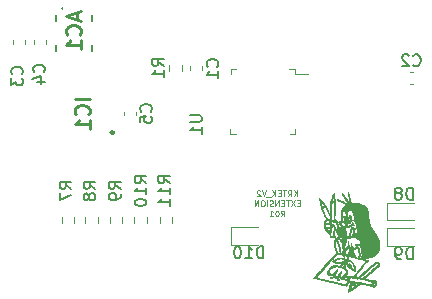
<source format=gbo>
%TF.GenerationSoftware,KiCad,Pcbnew,(5.1.10)-1*%
%TF.CreationDate,2021-11-25T10:21:51+01:00*%
%TF.ProjectId,EXTENSION_BOARD,45585445-4e53-4494-9f4e-5f424f415244,rev?*%
%TF.SameCoordinates,Original*%
%TF.FileFunction,Legend,Bot*%
%TF.FilePolarity,Positive*%
%FSLAX46Y46*%
G04 Gerber Fmt 4.6, Leading zero omitted, Abs format (unit mm)*
G04 Created by KiCad (PCBNEW (5.1.10)-1) date 2021-11-25 10:21:51*
%MOMM*%
%LPD*%
G01*
G04 APERTURE LIST*
%ADD10C,0.100000*%
%ADD11C,0.010000*%
%ADD12C,0.120000*%
%ADD13C,0.250000*%
%ADD14C,0.125000*%
%ADD15C,0.200000*%
%ADD16C,0.150000*%
%ADD17C,0.254000*%
G04 APERTURE END LIST*
D10*
X121062856Y-98951810D02*
X121062856Y-98451810D01*
X120777141Y-98951810D02*
X120991427Y-98666096D01*
X120777141Y-98451810D02*
X121062856Y-98737524D01*
X120277141Y-98951810D02*
X120443808Y-98713715D01*
X120562856Y-98951810D02*
X120562856Y-98451810D01*
X120372380Y-98451810D01*
X120324760Y-98475620D01*
X120300951Y-98499429D01*
X120277141Y-98547048D01*
X120277141Y-98618477D01*
X120300951Y-98666096D01*
X120324760Y-98689905D01*
X120372380Y-98713715D01*
X120562856Y-98713715D01*
X120134284Y-98451810D02*
X119848570Y-98451810D01*
X119991427Y-98951810D02*
X119991427Y-98451810D01*
X119681903Y-98689905D02*
X119515237Y-98689905D01*
X119443808Y-98951810D02*
X119681903Y-98951810D01*
X119681903Y-98451810D01*
X119443808Y-98451810D01*
X119229522Y-98951810D02*
X119229522Y-98451810D01*
X118943808Y-98951810D02*
X119158094Y-98666096D01*
X118943808Y-98451810D02*
X119229522Y-98737524D01*
X118848570Y-98999429D02*
X118467618Y-98999429D01*
X118419999Y-98451810D02*
X118253332Y-98951810D01*
X118086665Y-98451810D01*
X117943808Y-98499429D02*
X117919999Y-98475620D01*
X117872380Y-98451810D01*
X117753332Y-98451810D01*
X117705713Y-98475620D01*
X117681903Y-98499429D01*
X117658094Y-98547048D01*
X117658094Y-98594667D01*
X117681903Y-98666096D01*
X117967618Y-98951810D01*
X117658094Y-98951810D01*
X121277141Y-99539905D02*
X121110475Y-99539905D01*
X121039046Y-99801810D02*
X121277141Y-99801810D01*
X121277141Y-99301810D01*
X121039046Y-99301810D01*
X120872380Y-99301810D02*
X120539046Y-99801810D01*
X120539046Y-99301810D02*
X120872380Y-99801810D01*
X120419999Y-99301810D02*
X120134284Y-99301810D01*
X120277141Y-99801810D02*
X120277141Y-99301810D01*
X119967618Y-99539905D02*
X119800951Y-99539905D01*
X119729522Y-99801810D02*
X119967618Y-99801810D01*
X119967618Y-99301810D01*
X119729522Y-99301810D01*
X119515237Y-99801810D02*
X119515237Y-99301810D01*
X119229522Y-99801810D01*
X119229522Y-99301810D01*
X119015237Y-99778000D02*
X118943808Y-99801810D01*
X118824760Y-99801810D01*
X118777141Y-99778000D01*
X118753332Y-99754191D01*
X118729522Y-99706572D01*
X118729522Y-99658953D01*
X118753332Y-99611334D01*
X118777141Y-99587524D01*
X118824760Y-99563715D01*
X118919999Y-99539905D01*
X118967618Y-99516096D01*
X118991427Y-99492286D01*
X119015237Y-99444667D01*
X119015237Y-99397048D01*
X118991427Y-99349429D01*
X118967618Y-99325620D01*
X118919999Y-99301810D01*
X118800951Y-99301810D01*
X118729522Y-99325620D01*
X118515237Y-99801810D02*
X118515237Y-99301810D01*
X118181903Y-99301810D02*
X118086665Y-99301810D01*
X118039046Y-99325620D01*
X117991427Y-99373239D01*
X117967618Y-99468477D01*
X117967618Y-99635143D01*
X117991427Y-99730381D01*
X118039046Y-99778000D01*
X118086665Y-99801810D01*
X118181903Y-99801810D01*
X118229522Y-99778000D01*
X118277141Y-99730381D01*
X118300951Y-99635143D01*
X118300951Y-99468477D01*
X118277141Y-99373239D01*
X118229522Y-99325620D01*
X118181903Y-99301810D01*
X117753332Y-99801810D02*
X117753332Y-99301810D01*
X117467618Y-99801810D01*
X117467618Y-99301810D01*
X119693808Y-100651810D02*
X119860475Y-100413715D01*
X119979522Y-100651810D02*
X119979522Y-100151810D01*
X119789046Y-100151810D01*
X119741427Y-100175620D01*
X119717618Y-100199429D01*
X119693808Y-100247048D01*
X119693808Y-100318477D01*
X119717618Y-100366096D01*
X119741427Y-100389905D01*
X119789046Y-100413715D01*
X119979522Y-100413715D01*
X119384284Y-100151810D02*
X119336665Y-100151810D01*
X119289046Y-100175620D01*
X119265237Y-100199429D01*
X119241427Y-100247048D01*
X119217618Y-100342286D01*
X119217618Y-100461334D01*
X119241427Y-100556572D01*
X119265237Y-100604191D01*
X119289046Y-100628000D01*
X119336665Y-100651810D01*
X119384284Y-100651810D01*
X119431903Y-100628000D01*
X119455713Y-100604191D01*
X119479522Y-100556572D01*
X119503332Y-100461334D01*
X119503332Y-100342286D01*
X119479522Y-100247048D01*
X119455713Y-100199429D01*
X119431903Y-100175620D01*
X119384284Y-100151810D01*
X118741427Y-100651810D02*
X119027141Y-100651810D01*
X118884284Y-100651810D02*
X118884284Y-100151810D01*
X118931903Y-100223239D01*
X118979522Y-100270858D01*
X119027141Y-100294667D01*
D11*
%TO.C,G\u002A\u002A\u002A*%
G36*
X125006010Y-100593623D02*
G01*
X124999823Y-100597981D01*
X124979239Y-100636307D01*
X124975835Y-100700956D01*
X124989637Y-100789049D01*
X124997749Y-100821934D01*
X125018939Y-100897366D01*
X125035152Y-100943870D01*
X125048091Y-100965720D01*
X125056172Y-100968620D01*
X125079882Y-100963888D01*
X125105160Y-100958976D01*
X125130646Y-100948099D01*
X125141474Y-100921872D01*
X125143260Y-100886374D01*
X125137273Y-100804158D01*
X125121051Y-100728315D01*
X125097203Y-100664093D01*
X125082962Y-100640727D01*
X125058593Y-100640727D01*
X125050127Y-100649193D01*
X125041660Y-100640727D01*
X125050127Y-100632260D01*
X125058593Y-100640727D01*
X125082962Y-100640727D01*
X125068341Y-100616738D01*
X125037073Y-100591499D01*
X125006010Y-100593623D01*
G37*
X125006010Y-100593623D02*
X124999823Y-100597981D01*
X124979239Y-100636307D01*
X124975835Y-100700956D01*
X124989637Y-100789049D01*
X124997749Y-100821934D01*
X125018939Y-100897366D01*
X125035152Y-100943870D01*
X125048091Y-100965720D01*
X125056172Y-100968620D01*
X125079882Y-100963888D01*
X125105160Y-100958976D01*
X125130646Y-100948099D01*
X125141474Y-100921872D01*
X125143260Y-100886374D01*
X125137273Y-100804158D01*
X125121051Y-100728315D01*
X125097203Y-100664093D01*
X125082962Y-100640727D01*
X125058593Y-100640727D01*
X125050127Y-100649193D01*
X125041660Y-100640727D01*
X125050127Y-100632260D01*
X125058593Y-100640727D01*
X125082962Y-100640727D01*
X125068341Y-100616738D01*
X125037073Y-100591499D01*
X125006010Y-100593623D01*
G36*
X125500841Y-100511081D02*
G01*
X125471809Y-100545624D01*
X125451910Y-100587941D01*
X125448060Y-100611769D01*
X125453818Y-100669810D01*
X125468807Y-100738083D01*
X125489602Y-100805333D01*
X125512775Y-100860309D01*
X125532758Y-100889923D01*
X125560405Y-100914061D01*
X125575860Y-100915283D01*
X125592164Y-100893258D01*
X125595229Y-100888344D01*
X125621579Y-100818723D01*
X125628723Y-100730750D01*
X125618473Y-100646849D01*
X125597978Y-100578654D01*
X125571091Y-100527249D01*
X125541927Y-100499623D01*
X125530102Y-100496793D01*
X125500841Y-100511081D01*
G37*
X125500841Y-100511081D02*
X125471809Y-100545624D01*
X125451910Y-100587941D01*
X125448060Y-100611769D01*
X125453818Y-100669810D01*
X125468807Y-100738083D01*
X125489602Y-100805333D01*
X125512775Y-100860309D01*
X125532758Y-100889923D01*
X125560405Y-100914061D01*
X125575860Y-100915283D01*
X125592164Y-100893258D01*
X125595229Y-100888344D01*
X125621579Y-100818723D01*
X125628723Y-100730750D01*
X125618473Y-100646849D01*
X125597978Y-100578654D01*
X125571091Y-100527249D01*
X125541927Y-100499623D01*
X125530102Y-100496793D01*
X125500841Y-100511081D01*
G36*
X123517660Y-101639793D02*
G01*
X123526127Y-101648260D01*
X123534593Y-101639793D01*
X123526127Y-101631327D01*
X123517660Y-101639793D01*
G37*
X123517660Y-101639793D02*
X123526127Y-101648260D01*
X123534593Y-101639793D01*
X123526127Y-101631327D01*
X123517660Y-101639793D01*
G36*
X125233571Y-102280438D02*
G01*
X125231545Y-102300534D01*
X125233571Y-102303015D01*
X125243638Y-102300691D01*
X125244860Y-102291726D01*
X125238665Y-102277788D01*
X125233571Y-102280438D01*
G37*
X125233571Y-102280438D02*
X125231545Y-102300534D01*
X125233571Y-102303015D01*
X125243638Y-102300691D01*
X125244860Y-102291726D01*
X125238665Y-102277788D01*
X125233571Y-102280438D01*
G36*
X124245793Y-104450727D02*
G01*
X124254260Y-104459193D01*
X124262727Y-104450727D01*
X124254260Y-104442260D01*
X124245793Y-104450727D01*
G37*
X124245793Y-104450727D02*
X124254260Y-104459193D01*
X124262727Y-104450727D01*
X124254260Y-104442260D01*
X124245793Y-104450727D01*
G36*
X125363394Y-104433793D02*
G01*
X125371860Y-104442260D01*
X125380327Y-104433793D01*
X125371860Y-104425327D01*
X125363394Y-104433793D01*
G37*
X125363394Y-104433793D02*
X125371860Y-104442260D01*
X125380327Y-104433793D01*
X125371860Y-104425327D01*
X125363394Y-104433793D01*
G36*
X125465486Y-104641412D02*
G01*
X125464994Y-104645460D01*
X125477879Y-104661901D01*
X125481927Y-104662393D01*
X125498368Y-104649507D01*
X125498860Y-104645460D01*
X125485974Y-104629019D01*
X125481927Y-104628527D01*
X125465486Y-104641412D01*
G37*
X125465486Y-104641412D02*
X125464994Y-104645460D01*
X125477879Y-104661901D01*
X125481927Y-104662393D01*
X125498368Y-104649507D01*
X125498860Y-104645460D01*
X125485974Y-104629019D01*
X125481927Y-104628527D01*
X125465486Y-104641412D01*
G36*
X125533416Y-104810152D02*
G01*
X125532727Y-104814793D01*
X125538504Y-104831286D01*
X125540194Y-104831727D01*
X125554651Y-104819861D01*
X125558127Y-104814793D01*
X125556784Y-104799189D01*
X125550660Y-104797860D01*
X125533416Y-104810152D01*
G37*
X125533416Y-104810152D02*
X125532727Y-104814793D01*
X125538504Y-104831286D01*
X125540194Y-104831727D01*
X125554651Y-104819861D01*
X125558127Y-104814793D01*
X125556784Y-104799189D01*
X125550660Y-104797860D01*
X125533416Y-104810152D01*
G36*
X125604170Y-104795429D02*
G01*
X125600460Y-104823260D01*
X125607474Y-104857978D01*
X125625641Y-104864872D01*
X125638130Y-104856146D01*
X125642560Y-104833628D01*
X125634784Y-104802969D01*
X125620305Y-104782403D01*
X125615419Y-104780927D01*
X125604170Y-104795429D01*
G37*
X125604170Y-104795429D02*
X125600460Y-104823260D01*
X125607474Y-104857978D01*
X125625641Y-104864872D01*
X125638130Y-104856146D01*
X125642560Y-104833628D01*
X125634784Y-104802969D01*
X125620305Y-104782403D01*
X125615419Y-104780927D01*
X125604170Y-104795429D01*
G36*
X125605773Y-104927331D02*
G01*
X125608927Y-104933327D01*
X125624882Y-104949498D01*
X125627859Y-104950260D01*
X125629014Y-104939322D01*
X125625860Y-104933327D01*
X125609905Y-104917155D01*
X125606928Y-104916393D01*
X125605773Y-104927331D01*
G37*
X125605773Y-104927331D02*
X125608927Y-104933327D01*
X125624882Y-104949498D01*
X125627859Y-104950260D01*
X125629014Y-104939322D01*
X125625860Y-104933327D01*
X125609905Y-104917155D01*
X125606928Y-104916393D01*
X125605773Y-104927331D01*
G36*
X126684193Y-104603127D02*
G01*
X126692660Y-104611593D01*
X126701127Y-104603127D01*
X126692660Y-104594660D01*
X126684193Y-104603127D01*
G37*
X126684193Y-104603127D02*
X126692660Y-104611593D01*
X126701127Y-104603127D01*
X126692660Y-104594660D01*
X126684193Y-104603127D01*
G36*
X124330460Y-105686860D02*
G01*
X124338927Y-105695326D01*
X124347393Y-105686860D01*
X124338927Y-105678393D01*
X124330460Y-105686860D01*
G37*
X124330460Y-105686860D02*
X124338927Y-105695326D01*
X124347393Y-105686860D01*
X124338927Y-105678393D01*
X124330460Y-105686860D01*
G36*
X125826238Y-105819504D02*
G01*
X125828562Y-105829571D01*
X125837527Y-105830793D01*
X125851465Y-105824598D01*
X125848816Y-105819504D01*
X125828720Y-105817478D01*
X125826238Y-105819504D01*
G37*
X125826238Y-105819504D02*
X125828562Y-105829571D01*
X125837527Y-105830793D01*
X125851465Y-105824598D01*
X125848816Y-105819504D01*
X125828720Y-105817478D01*
X125826238Y-105819504D01*
G36*
X125934894Y-105836512D02*
G01*
X125932766Y-105842692D01*
X125956060Y-105845053D01*
X125980099Y-105842392D01*
X125977227Y-105836512D01*
X125942558Y-105834275D01*
X125934894Y-105836512D01*
G37*
X125934894Y-105836512D02*
X125932766Y-105842692D01*
X125956060Y-105845053D01*
X125980099Y-105842392D01*
X125977227Y-105836512D01*
X125942558Y-105834275D01*
X125934894Y-105836512D01*
G36*
X125735927Y-105856193D02*
G01*
X125744394Y-105864660D01*
X125752860Y-105856193D01*
X125744394Y-105847726D01*
X125735927Y-105856193D01*
G37*
X125735927Y-105856193D02*
X125744394Y-105864660D01*
X125752860Y-105856193D01*
X125744394Y-105847726D01*
X125735927Y-105856193D01*
G36*
X125803660Y-105856193D02*
G01*
X125812127Y-105864660D01*
X125820594Y-105856193D01*
X125812127Y-105847726D01*
X125803660Y-105856193D01*
G37*
X125803660Y-105856193D02*
X125812127Y-105864660D01*
X125820594Y-105856193D01*
X125812127Y-105847726D01*
X125803660Y-105856193D01*
G36*
X126125394Y-105923926D02*
G01*
X126133860Y-105932393D01*
X126142327Y-105923926D01*
X126133860Y-105915460D01*
X126125394Y-105923926D01*
G37*
X126125394Y-105923926D02*
X126133860Y-105932393D01*
X126142327Y-105923926D01*
X126133860Y-105915460D01*
X126125394Y-105923926D01*
G36*
X126768860Y-106008593D02*
G01*
X126777327Y-106017060D01*
X126785793Y-106008593D01*
X126777327Y-106000126D01*
X126768860Y-106008593D01*
G37*
X126768860Y-106008593D02*
X126777327Y-106017060D01*
X126785793Y-106008593D01*
X126777327Y-106000126D01*
X126768860Y-106008593D01*
G36*
X127344593Y-106177926D02*
G01*
X127353060Y-106186393D01*
X127361527Y-106177926D01*
X127353060Y-106169460D01*
X127344593Y-106177926D01*
G37*
X127344593Y-106177926D02*
X127353060Y-106186393D01*
X127361527Y-106177926D01*
X127353060Y-106169460D01*
X127344593Y-106177926D01*
G36*
X126215705Y-106175104D02*
G01*
X126213678Y-106195200D01*
X126215705Y-106197682D01*
X126225771Y-106195358D01*
X126226993Y-106186393D01*
X126220798Y-106172455D01*
X126215705Y-106175104D01*
G37*
X126215705Y-106175104D02*
X126213678Y-106195200D01*
X126215705Y-106197682D01*
X126225771Y-106195358D01*
X126226993Y-106186393D01*
X126220798Y-106172455D01*
X126215705Y-106175104D01*
G36*
X126430193Y-106211793D02*
G01*
X126438660Y-106220260D01*
X126447127Y-106211793D01*
X126438660Y-106203326D01*
X126430193Y-106211793D01*
G37*
X126430193Y-106211793D02*
X126438660Y-106220260D01*
X126447127Y-106211793D01*
X126438660Y-106203326D01*
X126430193Y-106211793D01*
G36*
X127265571Y-106361371D02*
G01*
X127267896Y-106371438D01*
X127276860Y-106372660D01*
X127290798Y-106366464D01*
X127288149Y-106361371D01*
X127268053Y-106359344D01*
X127265571Y-106361371D01*
G37*
X127265571Y-106361371D02*
X127267896Y-106371438D01*
X127276860Y-106372660D01*
X127290798Y-106366464D01*
X127288149Y-106361371D01*
X127268053Y-106359344D01*
X127265571Y-106361371D01*
G36*
X125939127Y-106313393D02*
G01*
X125947594Y-106321860D01*
X125956060Y-106313393D01*
X125947594Y-106304926D01*
X125939127Y-106313393D01*
G37*
X125939127Y-106313393D02*
X125947594Y-106321860D01*
X125956060Y-106313393D01*
X125947594Y-106304926D01*
X125939127Y-106313393D01*
G36*
X125820594Y-106465793D02*
G01*
X125829060Y-106474260D01*
X125837527Y-106465793D01*
X125829060Y-106457326D01*
X125820594Y-106465793D01*
G37*
X125820594Y-106465793D02*
X125829060Y-106474260D01*
X125837527Y-106465793D01*
X125829060Y-106457326D01*
X125820594Y-106465793D01*
G36*
X125436493Y-98783352D02*
G01*
X125434474Y-98809816D01*
X125437830Y-98815807D01*
X125445526Y-98810757D01*
X125446723Y-98793582D01*
X125442588Y-98775514D01*
X125436493Y-98783352D01*
G37*
X125436493Y-98783352D02*
X125434474Y-98809816D01*
X125437830Y-98815807D01*
X125445526Y-98810757D01*
X125446723Y-98793582D01*
X125442588Y-98775514D01*
X125436493Y-98783352D01*
G36*
X124961137Y-98930338D02*
G01*
X124973369Y-98947393D01*
X124994169Y-98975940D01*
X125003002Y-98988315D01*
X125007564Y-98982750D01*
X125007793Y-98977689D01*
X124995797Y-98954094D01*
X124978160Y-98936767D01*
X124958355Y-98922338D01*
X124961137Y-98930338D01*
G37*
X124961137Y-98930338D02*
X124973369Y-98947393D01*
X124994169Y-98975940D01*
X125003002Y-98988315D01*
X125007564Y-98982750D01*
X125007793Y-98977689D01*
X124995797Y-98954094D01*
X124978160Y-98936767D01*
X124958355Y-98922338D01*
X124961137Y-98930338D01*
G36*
X125194060Y-99150593D02*
G01*
X125202527Y-99159060D01*
X125210993Y-99150593D01*
X125202527Y-99142127D01*
X125194060Y-99150593D01*
G37*
X125194060Y-99150593D02*
X125202527Y-99159060D01*
X125210993Y-99150593D01*
X125202527Y-99142127D01*
X125194060Y-99150593D01*
G36*
X125370741Y-99405294D02*
G01*
X125373660Y-99420112D01*
X125389361Y-99441386D01*
X125406179Y-99446242D01*
X125411762Y-99432420D01*
X125410313Y-99426818D01*
X125389589Y-99402801D01*
X125383490Y-99400003D01*
X125370741Y-99405294D01*
G37*
X125370741Y-99405294D02*
X125373660Y-99420112D01*
X125389361Y-99441386D01*
X125406179Y-99446242D01*
X125411762Y-99432420D01*
X125410313Y-99426818D01*
X125389589Y-99402801D01*
X125383490Y-99400003D01*
X125370741Y-99405294D01*
G36*
X123904649Y-105756363D02*
G01*
X123872482Y-105778652D01*
X123867116Y-105788514D01*
X123866281Y-105822421D01*
X123876433Y-105856394D01*
X123906037Y-105891145D01*
X123943475Y-105898818D01*
X123977748Y-105879536D01*
X123992213Y-105855091D01*
X124005495Y-105816893D01*
X124005083Y-105795272D01*
X123989342Y-105775159D01*
X123982826Y-105768607D01*
X123946732Y-105752102D01*
X123904649Y-105756363D01*
G37*
X123904649Y-105756363D02*
X123872482Y-105778652D01*
X123867116Y-105788514D01*
X123866281Y-105822421D01*
X123876433Y-105856394D01*
X123906037Y-105891145D01*
X123943475Y-105898818D01*
X123977748Y-105879536D01*
X123992213Y-105855091D01*
X124005495Y-105816893D01*
X124005083Y-105795272D01*
X123989342Y-105775159D01*
X123982826Y-105768607D01*
X123946732Y-105752102D01*
X123904649Y-105756363D01*
G36*
X124505005Y-105910565D02*
G01*
X124490117Y-105922717D01*
X124467519Y-105962324D01*
X124474382Y-105998888D01*
X124506563Y-106025154D01*
X124553658Y-106033993D01*
X124591773Y-106025858D01*
X124610254Y-105995835D01*
X124611428Y-105991440D01*
X124610026Y-105943935D01*
X124585510Y-105911046D01*
X124547348Y-105898136D01*
X124505005Y-105910565D01*
G37*
X124505005Y-105910565D02*
X124490117Y-105922717D01*
X124467519Y-105962324D01*
X124474382Y-105998888D01*
X124506563Y-106025154D01*
X124553658Y-106033993D01*
X124591773Y-106025858D01*
X124610254Y-105995835D01*
X124611428Y-105991440D01*
X124610026Y-105943935D01*
X124585510Y-105911046D01*
X124547348Y-105898136D01*
X124505005Y-105910565D01*
G36*
X125364083Y-106232552D02*
G01*
X125363394Y-106237193D01*
X125369171Y-106253686D01*
X125370861Y-106254126D01*
X125385318Y-106242261D01*
X125388794Y-106237193D01*
X125387451Y-106221589D01*
X125381326Y-106220260D01*
X125364083Y-106232552D01*
G37*
X125364083Y-106232552D02*
X125363394Y-106237193D01*
X125369171Y-106253686D01*
X125370861Y-106254126D01*
X125385318Y-106242261D01*
X125388794Y-106237193D01*
X125387451Y-106221589D01*
X125381326Y-106220260D01*
X125364083Y-106232552D01*
G36*
X125349077Y-106294843D02*
G01*
X125330898Y-106311893D01*
X125334627Y-106321695D01*
X125336994Y-106321860D01*
X125351317Y-106309832D01*
X125356544Y-106302310D01*
X125358540Y-106290723D01*
X125349077Y-106294843D01*
G37*
X125349077Y-106294843D02*
X125330898Y-106311893D01*
X125334627Y-106321695D01*
X125336994Y-106321860D01*
X125351317Y-106309832D01*
X125356544Y-106302310D01*
X125358540Y-106290723D01*
X125349077Y-106294843D01*
G36*
X127519571Y-106581504D02*
G01*
X127521896Y-106591571D01*
X127530860Y-106592793D01*
X127544798Y-106586598D01*
X127542149Y-106581504D01*
X127522053Y-106579478D01*
X127519571Y-106581504D01*
G37*
X127519571Y-106581504D02*
X127521896Y-106591571D01*
X127530860Y-106592793D01*
X127544798Y-106586598D01*
X127542149Y-106581504D01*
X127522053Y-106579478D01*
X127519571Y-106581504D01*
G36*
X125335746Y-98628393D02*
G01*
X125337078Y-98651150D01*
X125346313Y-98699914D01*
X125362019Y-98768134D01*
X125382763Y-98849264D01*
X125389423Y-98873926D01*
X125425152Y-99008631D01*
X125451837Y-99119490D01*
X125471182Y-99214774D01*
X125484890Y-99302753D01*
X125493500Y-99379193D01*
X125504942Y-99447602D01*
X125523211Y-99483179D01*
X125548580Y-99486318D01*
X125561792Y-99477751D01*
X125580409Y-99468727D01*
X125583527Y-99477579D01*
X125569517Y-99496475D01*
X125549660Y-99506193D01*
X125522294Y-99521396D01*
X125515794Y-99532734D01*
X125506370Y-99549085D01*
X125484726Y-99544112D01*
X125460801Y-99522101D01*
X125456390Y-99514660D01*
X125431127Y-99514660D01*
X125418241Y-99531101D01*
X125414194Y-99531593D01*
X125397752Y-99518707D01*
X125397260Y-99514660D01*
X125410146Y-99498219D01*
X125414194Y-99497726D01*
X125430635Y-99510612D01*
X125431127Y-99514660D01*
X125456390Y-99514660D01*
X125450385Y-99504533D01*
X125427481Y-99473552D01*
X125406571Y-99469659D01*
X125376927Y-99466649D01*
X125356205Y-99441118D01*
X125352672Y-99404403D01*
X125354333Y-99397998D01*
X125354232Y-99357626D01*
X125343192Y-99329452D01*
X125320307Y-99301361D01*
X125305664Y-99296201D01*
X125306112Y-99313882D01*
X125313370Y-99329843D01*
X125324369Y-99360782D01*
X125322432Y-99374999D01*
X125313223Y-99372173D01*
X125312594Y-99366292D01*
X125301672Y-99340414D01*
X125285984Y-99321136D01*
X125272121Y-99300794D01*
X125277517Y-99294526D01*
X125294583Y-99284774D01*
X125285062Y-99256818D01*
X125251839Y-99215037D01*
X125225500Y-99190245D01*
X125215910Y-99190073D01*
X125217110Y-99196297D01*
X125219330Y-99218679D01*
X125204854Y-99215178D01*
X125176113Y-99187861D01*
X125135541Y-99138790D01*
X125111606Y-99106780D01*
X125077477Y-99056392D01*
X125055113Y-99016488D01*
X125048656Y-98994621D01*
X125049376Y-98993299D01*
X125065586Y-98995906D01*
X125077693Y-99011131D01*
X125100100Y-99044066D01*
X125132199Y-99084150D01*
X125134835Y-99087190D01*
X125175419Y-99133660D01*
X125165644Y-99091327D01*
X125150670Y-99052202D01*
X125135943Y-99032060D01*
X125115868Y-99010738D01*
X125082420Y-98971139D01*
X125042964Y-98921993D01*
X124988304Y-98854260D01*
X124940060Y-98854260D01*
X124933865Y-98868198D01*
X124928771Y-98865549D01*
X124926745Y-98845453D01*
X124928771Y-98842971D01*
X124938838Y-98845295D01*
X124940060Y-98854260D01*
X124988304Y-98854260D01*
X124973856Y-98836358D01*
X124915875Y-98769516D01*
X124871542Y-98724181D01*
X124843376Y-98703066D01*
X124838504Y-98701860D01*
X124823709Y-98705905D01*
X124828773Y-98721551D01*
X124855900Y-98754066D01*
X124864028Y-98762908D01*
X124889441Y-98794716D01*
X124898596Y-98815449D01*
X124897720Y-98817578D01*
X124882553Y-98812734D01*
X124865070Y-98793784D01*
X124843527Y-98772321D01*
X124831689Y-98770720D01*
X124837646Y-98786441D01*
X124862908Y-98817284D01*
X124892059Y-98846893D01*
X124927106Y-98878819D01*
X124947736Y-98894640D01*
X124950015Y-98892360D01*
X124947072Y-98873651D01*
X124952343Y-98871193D01*
X124971750Y-98885296D01*
X124994697Y-98919440D01*
X125014504Y-98961380D01*
X125024487Y-98998873D01*
X125024727Y-99003830D01*
X125036294Y-99042454D01*
X125054360Y-99067569D01*
X125079191Y-99096706D01*
X125114519Y-99143429D01*
X125148487Y-99191545D01*
X125228412Y-99309407D01*
X125290316Y-99402527D01*
X125335891Y-99473701D01*
X125366830Y-99525722D01*
X125384826Y-99561386D01*
X125391574Y-99583488D01*
X125390861Y-99591579D01*
X125370167Y-99614437D01*
X125338833Y-99605637D01*
X125338003Y-99604971D01*
X125273082Y-99604971D01*
X125270758Y-99615038D01*
X125261793Y-99616260D01*
X125247855Y-99610064D01*
X125250505Y-99604971D01*
X125270601Y-99602944D01*
X125273082Y-99604971D01*
X125338003Y-99604971D01*
X125325686Y-99595093D01*
X125296699Y-99574145D01*
X125266192Y-99555730D01*
X125191615Y-99555730D01*
X125187623Y-99564566D01*
X125178126Y-99565460D01*
X125155164Y-99553161D01*
X125151847Y-99548720D01*
X125154572Y-99539098D01*
X125167781Y-99542065D01*
X125191615Y-99555730D01*
X125266192Y-99555730D01*
X125252081Y-99547213D01*
X125235577Y-99538136D01*
X125186268Y-99511734D01*
X125121166Y-99476837D01*
X125054314Y-99440973D01*
X125053935Y-99440769D01*
X124995980Y-99411198D01*
X124947789Y-99389388D01*
X124918488Y-99379418D01*
X124916093Y-99379193D01*
X124890865Y-99372047D01*
X124844379Y-99353067D01*
X124785477Y-99325940D01*
X124768351Y-99317579D01*
X124695550Y-99283298D01*
X124682403Y-99277593D01*
X124550593Y-99277593D01*
X124544816Y-99294086D01*
X124543126Y-99294527D01*
X124528669Y-99282661D01*
X124525193Y-99277593D01*
X124526536Y-99261989D01*
X124532661Y-99260660D01*
X124549904Y-99272952D01*
X124550593Y-99277593D01*
X124682403Y-99277593D01*
X124623869Y-99252193D01*
X124482860Y-99252193D01*
X124474393Y-99260660D01*
X124465927Y-99252193D01*
X124474393Y-99243727D01*
X124482860Y-99252193D01*
X124623869Y-99252193D01*
X124621029Y-99250961D01*
X124560076Y-99227180D01*
X124556420Y-99225906D01*
X124506178Y-99209314D01*
X124479182Y-99204277D01*
X124466760Y-99211018D01*
X124460605Y-99228380D01*
X124467018Y-99262532D01*
X124497321Y-99292373D01*
X124541753Y-99309788D01*
X124560530Y-99311460D01*
X124587444Y-99318787D01*
X124637148Y-99338943D01*
X124704245Y-99369191D01*
X124783335Y-99406795D01*
X124869021Y-99449017D01*
X124955903Y-99493122D01*
X125038585Y-99536372D01*
X125111667Y-99576030D01*
X125169752Y-99609360D01*
X125207440Y-99633625D01*
X125219460Y-99645517D01*
X125206251Y-99663894D01*
X125173114Y-99691893D01*
X125129783Y-99722796D01*
X125085992Y-99749882D01*
X125051475Y-99766432D01*
X125041072Y-99768660D01*
X125025351Y-99781694D01*
X125024727Y-99786593D01*
X125014730Y-99797305D01*
X125009691Y-99795233D01*
X124989379Y-99801231D01*
X124957701Y-99832189D01*
X124918541Y-99882826D01*
X124875780Y-99947862D01*
X124833300Y-100022016D01*
X124811356Y-100064993D01*
X124782640Y-100125537D01*
X124763521Y-100173448D01*
X124751811Y-100218915D01*
X124745321Y-100272121D01*
X124741865Y-100343253D01*
X124740426Y-100395193D01*
X124743277Y-100567595D01*
X124759143Y-100753382D01*
X124767024Y-100814506D01*
X124778036Y-100897751D01*
X124786112Y-100968307D01*
X124790612Y-101019747D01*
X124790893Y-101045646D01*
X124790270Y-101047339D01*
X124769179Y-101053213D01*
X124730002Y-101055779D01*
X124729805Y-101055780D01*
X124650410Y-101060327D01*
X124591063Y-101072406D01*
X124556952Y-101090607D01*
X124550752Y-101104375D01*
X124562639Y-101148155D01*
X124594592Y-101207508D01*
X124641637Y-101275204D01*
X124698799Y-101344015D01*
X124754983Y-101401111D01*
X124809734Y-101455122D01*
X124837266Y-101492213D01*
X124837919Y-101515149D01*
X124812031Y-101526698D01*
X124770727Y-101529614D01*
X124728536Y-101531877D01*
X124670684Y-101537130D01*
X124643727Y-101540143D01*
X124559060Y-101550265D01*
X124528845Y-101414717D01*
X124508559Y-101337358D01*
X124483492Y-101260825D01*
X124458800Y-101200734D01*
X124456949Y-101197014D01*
X124433412Y-101145974D01*
X124418266Y-101104214D01*
X124415198Y-101088274D01*
X124403470Y-101056619D01*
X124374105Y-101014661D01*
X124335643Y-100971755D01*
X124296623Y-100937260D01*
X124265584Y-100920531D01*
X124261730Y-100920127D01*
X124234488Y-100905503D01*
X124216595Y-100870389D01*
X124213370Y-100827922D01*
X124217616Y-100811192D01*
X124216895Y-100786825D01*
X124209919Y-100781168D01*
X124201448Y-100762131D01*
X124208870Y-100733432D01*
X124214633Y-100704701D01*
X124220185Y-100652839D01*
X124225341Y-100583520D01*
X124229917Y-100502420D01*
X124233729Y-100415214D01*
X124236592Y-100327576D01*
X124238322Y-100245182D01*
X124238734Y-100173707D01*
X124237644Y-100118825D01*
X124234869Y-100086212D01*
X124230222Y-100081543D01*
X124230037Y-100081927D01*
X124217888Y-100105442D01*
X124213902Y-100097265D01*
X124213117Y-100079505D01*
X124221298Y-100046760D01*
X124234249Y-100034651D01*
X124248709Y-100012077D01*
X124257338Y-99957247D01*
X124259737Y-99910072D01*
X124262885Y-99839872D01*
X124268601Y-99751044D01*
X124275869Y-99658636D01*
X124279189Y-99621867D01*
X124284670Y-99552640D01*
X124206619Y-99552640D01*
X124206451Y-99631045D01*
X124204399Y-99733020D01*
X124200497Y-99855151D01*
X124196374Y-99957998D01*
X124190558Y-100092469D01*
X124184727Y-100227228D01*
X124179190Y-100355141D01*
X124174256Y-100469078D01*
X124170233Y-100561906D01*
X124167916Y-100615327D01*
X124163870Y-100701598D01*
X124159235Y-100789550D01*
X124154475Y-100871455D01*
X124150052Y-100939582D01*
X124146429Y-100986203D01*
X124144844Y-101000560D01*
X124129170Y-101005360D01*
X124091917Y-100998475D01*
X124060548Y-100987860D01*
X123924060Y-100987860D01*
X123917865Y-101001798D01*
X123912771Y-100999149D01*
X123912041Y-100991900D01*
X123798082Y-100991900D01*
X123795177Y-101018792D01*
X123786526Y-101055519D01*
X123784193Y-101102160D01*
X123781469Y-101139582D01*
X123772161Y-101157028D01*
X123770988Y-101157193D01*
X123762579Y-101169599D01*
X123765265Y-101181884D01*
X123760102Y-101203736D01*
X123726633Y-101217232D01*
X123685860Y-101226876D01*
X123661593Y-101233538D01*
X123636011Y-101237001D01*
X123589174Y-101239661D01*
X123556195Y-101240523D01*
X123503042Y-101239558D01*
X123472332Y-101231387D01*
X123452728Y-101211187D01*
X123441895Y-101191901D01*
X123419786Y-101136491D01*
X123421922Y-101094881D01*
X123448918Y-101056608D01*
X123449927Y-101055593D01*
X123474703Y-101026302D01*
X123483793Y-101007615D01*
X123497299Y-100993682D01*
X123504960Y-100992276D01*
X123531821Y-100989247D01*
X123581030Y-100982554D01*
X123636193Y-100974499D01*
X123718784Y-100966877D01*
X123773115Y-100972780D01*
X123798082Y-100991900D01*
X123912041Y-100991900D01*
X123910745Y-100979053D01*
X123912771Y-100976571D01*
X123922838Y-100978895D01*
X123924060Y-100987860D01*
X124060548Y-100987860D01*
X124042547Y-100981769D01*
X124036195Y-100979166D01*
X123997669Y-100965234D01*
X123976354Y-100961732D01*
X123974860Y-100963232D01*
X123963669Y-100964668D01*
X123953693Y-100959485D01*
X123923609Y-100946812D01*
X123915593Y-100945652D01*
X123905797Y-100930285D01*
X123900522Y-100891865D01*
X123900213Y-100869193D01*
X123900975Y-100826910D01*
X123901391Y-100801330D01*
X123824540Y-100801330D01*
X123824386Y-100860844D01*
X123824015Y-100899472D01*
X123823704Y-100909238D01*
X123810120Y-100915520D01*
X123792827Y-100910630D01*
X123759373Y-100901259D01*
X123706872Y-100891893D01*
X123674096Y-100887652D01*
X123584999Y-100877793D01*
X123475130Y-100659432D01*
X123435860Y-100579863D01*
X123402796Y-100509963D01*
X123378696Y-100455793D01*
X123366317Y-100423408D01*
X123365260Y-100418132D01*
X123354700Y-100397233D01*
X123347327Y-100395193D01*
X123337214Y-100384819D01*
X123339860Y-100378260D01*
X123337956Y-100362681D01*
X123331393Y-100361326D01*
X123320237Y-100351063D01*
X123322701Y-100344758D01*
X123319551Y-100324118D01*
X123303651Y-100279452D01*
X123295805Y-100260726D01*
X123280593Y-100260726D01*
X123275152Y-100276111D01*
X123262665Y-100262689D01*
X123257199Y-100250380D01*
X123256016Y-100232900D01*
X123263854Y-100234446D01*
X123279992Y-100256127D01*
X123280593Y-100260726D01*
X123295805Y-100260726D01*
X123277478Y-100216986D01*
X123243509Y-100142946D01*
X123237068Y-100129513D01*
X123198656Y-100046586D01*
X123172143Y-99982231D01*
X123158957Y-99940247D01*
X123160095Y-99924537D01*
X123175975Y-99904604D01*
X123178993Y-99886378D01*
X123190202Y-99859714D01*
X123215702Y-99835037D01*
X123243304Y-99821826D01*
X123257920Y-99825008D01*
X123251118Y-99835705D01*
X123231070Y-99844455D01*
X123202941Y-99863143D01*
X123195927Y-99879868D01*
X123200087Y-99898782D01*
X123216352Y-99900914D01*
X123250400Y-99885187D01*
X123289060Y-99862235D01*
X123337501Y-99836775D01*
X123379867Y-99821699D01*
X123391942Y-99819988D01*
X123422680Y-99828486D01*
X123454365Y-99849553D01*
X123479053Y-99875305D01*
X123488803Y-99897857D01*
X123480798Y-99908201D01*
X123472885Y-99921635D01*
X123485442Y-99952542D01*
X123509700Y-99990458D01*
X123544391Y-100046643D01*
X123582621Y-100117215D01*
X123610619Y-100175060D01*
X123637916Y-100233717D01*
X123662049Y-100282267D01*
X123677851Y-100310324D01*
X123677992Y-100310526D01*
X123696315Y-100341238D01*
X123720651Y-100387316D01*
X123728763Y-100403660D01*
X123757417Y-100458236D01*
X123786894Y-100508264D01*
X123792858Y-100517381D01*
X123808250Y-100547489D01*
X123817860Y-100587818D01*
X123822867Y-100646271D01*
X123824445Y-100729047D01*
X123824540Y-100801330D01*
X123901391Y-100801330D01*
X123902095Y-100758201D01*
X123903459Y-100670501D01*
X123904949Y-100571248D01*
X123906036Y-100496793D01*
X123908448Y-100389555D01*
X123909497Y-100361326D01*
X123873260Y-100361326D01*
X123867065Y-100375265D01*
X123861971Y-100372615D01*
X123859945Y-100352519D01*
X123861971Y-100350038D01*
X123872038Y-100352362D01*
X123873260Y-100361326D01*
X123909497Y-100361326D01*
X123912358Y-100284432D01*
X123917332Y-100190149D01*
X123922937Y-100115430D01*
X123926652Y-100081927D01*
X123933503Y-100019094D01*
X123940388Y-99933245D01*
X123946548Y-99835219D01*
X123951223Y-99735856D01*
X123951578Y-99726327D01*
X123955707Y-99639513D01*
X123961127Y-99564700D01*
X123967220Y-99508480D01*
X123973367Y-99477441D01*
X123975225Y-99473923D01*
X124000359Y-99465724D01*
X124046817Y-99462091D01*
X124102413Y-99462687D01*
X124154963Y-99467172D01*
X124192280Y-99475210D01*
X124201164Y-99480191D01*
X124204868Y-99501218D01*
X124206619Y-99552640D01*
X124284670Y-99552640D01*
X124286178Y-99533605D01*
X124287378Y-99469476D01*
X124282487Y-99420193D01*
X124271201Y-99376470D01*
X124271155Y-99376334D01*
X124266430Y-99358992D01*
X124194993Y-99358992D01*
X124180156Y-99367758D01*
X124142801Y-99370844D01*
X124093664Y-99368989D01*
X124043481Y-99362930D01*
X124002986Y-99353407D01*
X123985602Y-99344592D01*
X123983269Y-99322945D01*
X123991434Y-99279134D01*
X124007870Y-99223988D01*
X124028410Y-99162790D01*
X124045253Y-99109861D01*
X124053919Y-99079764D01*
X124068935Y-99052148D01*
X124092711Y-99030436D01*
X124113640Y-99024061D01*
X124118304Y-99027428D01*
X124124325Y-99046617D01*
X124135428Y-99089955D01*
X124149542Y-99148492D01*
X124164596Y-99213275D01*
X124178520Y-99275351D01*
X124189243Y-99325767D01*
X124194694Y-99355572D01*
X124194993Y-99358992D01*
X124266430Y-99358992D01*
X124257483Y-99326157D01*
X124241753Y-99254830D01*
X124226609Y-99174738D01*
X124221165Y-99142127D01*
X124208969Y-99067138D01*
X124197750Y-99000683D01*
X124197307Y-98998193D01*
X124127260Y-98998193D01*
X124118793Y-99006660D01*
X124110327Y-98998193D01*
X124118793Y-98989726D01*
X124127260Y-98998193D01*
X124197307Y-98998193D01*
X124189212Y-98952747D01*
X124186498Y-98938926D01*
X124180590Y-98904060D01*
X124093393Y-98904060D01*
X124081101Y-98921304D01*
X124076460Y-98921993D01*
X124059967Y-98916216D01*
X124059527Y-98914526D01*
X124071393Y-98900069D01*
X124076460Y-98896593D01*
X124092064Y-98897936D01*
X124093393Y-98904060D01*
X124180590Y-98904060D01*
X124179626Y-98898373D01*
X124171658Y-98839800D01*
X124166903Y-98799226D01*
X124158929Y-98746968D01*
X124149165Y-98711627D01*
X124141781Y-98701860D01*
X124129523Y-98715888D01*
X124127260Y-98731988D01*
X124114484Y-98764727D01*
X124093393Y-98786526D01*
X124066903Y-98817658D01*
X124059527Y-98842717D01*
X124053510Y-98875799D01*
X124037399Y-98931790D01*
X124014105Y-99002702D01*
X123986538Y-99080549D01*
X123957608Y-99157343D01*
X123930227Y-99225098D01*
X123907304Y-99275828D01*
X123892679Y-99300570D01*
X123884156Y-99313794D01*
X123877464Y-99334629D01*
X123872354Y-99367029D01*
X123868573Y-99414948D01*
X123865871Y-99482340D01*
X123863998Y-99573160D01*
X123862702Y-99691362D01*
X123862060Y-99783170D01*
X123860323Y-99963868D01*
X123857414Y-100112632D01*
X123853200Y-100231379D01*
X123847549Y-100322026D01*
X123840328Y-100386488D01*
X123831405Y-100426684D01*
X123820646Y-100444529D01*
X123816192Y-100445850D01*
X123799497Y-100431776D01*
X123773704Y-100394913D01*
X123744237Y-100343066D01*
X123742659Y-100340017D01*
X123716207Y-100287451D01*
X123682410Y-100218573D01*
X123643970Y-100139086D01*
X123603589Y-100054699D01*
X123563969Y-99971115D01*
X123552404Y-99946460D01*
X123517660Y-99946460D01*
X123509193Y-99954927D01*
X123500727Y-99946460D01*
X123509193Y-99937993D01*
X123517660Y-99946460D01*
X123552404Y-99946460D01*
X123527813Y-99894041D01*
X123497822Y-99829184D01*
X123476698Y-99782249D01*
X123467145Y-99758941D01*
X123466860Y-99757627D01*
X123465449Y-99754659D01*
X123394236Y-99754659D01*
X123388153Y-99764620D01*
X123382193Y-99768660D01*
X123347152Y-99784416D01*
X123331917Y-99774331D01*
X123331393Y-99768660D01*
X123345735Y-99755544D01*
X123369493Y-99751986D01*
X123394236Y-99754659D01*
X123465449Y-99754659D01*
X123457178Y-99737263D01*
X123442875Y-99715406D01*
X123352592Y-99715406D01*
X123285415Y-99733495D01*
X123234073Y-99753582D01*
X123193048Y-99780086D01*
X123187525Y-99785522D01*
X123160334Y-99805459D01*
X123127675Y-99817509D01*
X123099221Y-99820408D01*
X123084647Y-99812894D01*
X123089669Y-99798293D01*
X123095446Y-99769403D01*
X123093200Y-99708804D01*
X123082991Y-99617676D01*
X123078499Y-99585346D01*
X123066800Y-99493121D01*
X123061855Y-99427128D01*
X123063814Y-99390124D01*
X123067384Y-99383381D01*
X123086553Y-99386225D01*
X123090607Y-99393433D01*
X123104878Y-99417441D01*
X123135620Y-99459835D01*
X123177135Y-99513400D01*
X123223724Y-99570921D01*
X123269690Y-99625181D01*
X123302377Y-99661600D01*
X123352592Y-99715406D01*
X123442875Y-99715406D01*
X123432213Y-99699114D01*
X123398090Y-99651637D01*
X123360933Y-99603288D01*
X123326866Y-99562526D01*
X123320595Y-99555632D01*
X123288954Y-99520487D01*
X123242677Y-99467741D01*
X123202704Y-99421526D01*
X123145127Y-99421526D01*
X123136660Y-99429993D01*
X123128193Y-99421526D01*
X123136660Y-99413060D01*
X123145127Y-99421526D01*
X123202704Y-99421526D01*
X123188985Y-99405665D01*
X123153593Y-99364306D01*
X123144597Y-99353793D01*
X123060460Y-99353793D01*
X123051993Y-99362260D01*
X123018127Y-99362260D01*
X123016784Y-99377864D01*
X123010660Y-99379193D01*
X122993416Y-99366901D01*
X122992727Y-99362260D01*
X122998504Y-99345767D01*
X123000194Y-99345326D01*
X123014651Y-99357192D01*
X123018127Y-99362260D01*
X123051993Y-99362260D01*
X123043527Y-99353793D01*
X123051993Y-99345326D01*
X123060460Y-99353793D01*
X123144597Y-99353793D01*
X123096612Y-99297720D01*
X123040135Y-99232254D01*
X122992418Y-99177456D01*
X122971722Y-99154001D01*
X122908385Y-99082860D01*
X122918760Y-99142127D01*
X122927624Y-99185489D01*
X122942347Y-99250188D01*
X122960291Y-99324774D01*
X122967523Y-99353793D01*
X122986853Y-99437318D01*
X123004024Y-99523492D01*
X123015996Y-99596737D01*
X123017914Y-99612027D01*
X123025744Y-99666773D01*
X123034307Y-99705010D01*
X123041078Y-99717860D01*
X123046613Y-99732893D01*
X123047569Y-99770823D01*
X123046368Y-99791664D01*
X123044968Y-99822389D01*
X123047310Y-99851895D01*
X123055292Y-99885639D01*
X123070816Y-99929076D01*
X123095780Y-99987664D01*
X123132084Y-100066859D01*
X123171015Y-100149660D01*
X123220530Y-100255167D01*
X123264615Y-100350428D01*
X123301321Y-100431126D01*
X123328701Y-100492946D01*
X123344805Y-100531569D01*
X123348327Y-100542522D01*
X123355554Y-100560507D01*
X123375157Y-100602133D01*
X123404021Y-100660926D01*
X123434125Y-100720776D01*
X123467900Y-100788398D01*
X123494423Y-100843720D01*
X123510814Y-100880580D01*
X123514559Y-100892857D01*
X123497570Y-100901829D01*
X123461241Y-100920561D01*
X123444239Y-100929266D01*
X123385123Y-100969562D01*
X123348087Y-101016037D01*
X123338936Y-101047127D01*
X123333062Y-101075299D01*
X123324475Y-101103864D01*
X123319815Y-101140051D01*
X123326636Y-101159209D01*
X123332828Y-101170809D01*
X123334752Y-101192828D01*
X123331943Y-101230617D01*
X123323939Y-101289523D01*
X123310277Y-101374896D01*
X123305470Y-101403704D01*
X123301864Y-101440696D01*
X123306293Y-101476779D01*
X123321298Y-101520790D01*
X123349421Y-101581562D01*
X123366343Y-101615371D01*
X123399130Y-101678371D01*
X123427273Y-101729275D01*
X123446708Y-101760881D01*
X123452145Y-101767387D01*
X123466869Y-101787721D01*
X123486357Y-101826580D01*
X123490778Y-101836835D01*
X123534872Y-101909216D01*
X123603713Y-101982030D01*
X123689250Y-102047270D01*
X123722479Y-102067303D01*
X123774520Y-102100771D01*
X123801119Y-102133284D01*
X123808586Y-102175669D01*
X123806412Y-102211293D01*
X123812279Y-102236268D01*
X123821539Y-102240927D01*
X123829335Y-102252042D01*
X123818607Y-102274670D01*
X123806878Y-102304979D01*
X123815895Y-102337503D01*
X123825841Y-102355104D01*
X123841661Y-102377839D01*
X123860788Y-102392047D01*
X123891295Y-102400141D01*
X123941254Y-102404532D01*
X123999373Y-102406955D01*
X124069903Y-102408905D01*
X124114025Y-102407587D01*
X124139155Y-102401439D01*
X124152710Y-102388902D01*
X124160256Y-102373088D01*
X124171884Y-102349719D01*
X124176632Y-102357672D01*
X124176987Y-102363693D01*
X124186977Y-102386647D01*
X124197842Y-102389093D01*
X124220015Y-102399613D01*
X124241950Y-102432587D01*
X124257896Y-102477051D01*
X124262477Y-102512325D01*
X124253581Y-102559914D01*
X124240028Y-102588525D01*
X124221383Y-102630780D01*
X124203762Y-102696032D01*
X124189307Y-102773430D01*
X124180159Y-102852122D01*
X124178060Y-102902468D01*
X124181828Y-102964581D01*
X124191973Y-103049372D01*
X124206751Y-103146701D01*
X124224422Y-103246429D01*
X124243246Y-103338416D01*
X124261479Y-103412520D01*
X124270791Y-103442449D01*
X124294828Y-103503147D01*
X124325759Y-103572369D01*
X124341568Y-103604831D01*
X124360383Y-103642501D01*
X124370961Y-103671887D01*
X124370771Y-103698435D01*
X124357285Y-103727592D01*
X124327973Y-103764804D01*
X124280304Y-103815516D01*
X124211749Y-103885176D01*
X124210996Y-103885939D01*
X124156142Y-103942988D01*
X124105644Y-103998004D01*
X124067822Y-104041837D01*
X124058596Y-104053537D01*
X124020954Y-104099620D01*
X123983227Y-104140064D01*
X123978890Y-104144191D01*
X123942649Y-104179235D01*
X123898837Y-104223352D01*
X123885756Y-104236861D01*
X123844374Y-104278907D01*
X123790754Y-104332041D01*
X123742027Y-104379423D01*
X123698463Y-104424046D01*
X123666768Y-104461715D01*
X123653238Y-104484876D01*
X123653127Y-104486044D01*
X123644428Y-104509770D01*
X123640153Y-104512815D01*
X123624425Y-104527163D01*
X123591633Y-104561790D01*
X123546783Y-104611287D01*
X123501716Y-104662393D01*
X123450623Y-104720702D01*
X123407577Y-104769257D01*
X123377499Y-104802543D01*
X123365707Y-104814793D01*
X123341414Y-104842192D01*
X123313845Y-104883469D01*
X123290940Y-104925444D01*
X123280638Y-104954935D01*
X123280593Y-104956108D01*
X123271000Y-104985551D01*
X123263854Y-104992473D01*
X123254103Y-104989066D01*
X123257020Y-104972306D01*
X123253093Y-104966269D01*
X123232547Y-104982806D01*
X123210259Y-105006618D01*
X123158921Y-105063957D01*
X123102668Y-105124557D01*
X123046839Y-105182933D01*
X122996776Y-105233601D01*
X122957818Y-105271079D01*
X122935307Y-105289881D01*
X122933460Y-105290842D01*
X122915684Y-105306036D01*
X122882349Y-105341196D01*
X122839291Y-105390036D01*
X122817356Y-105415926D01*
X122759503Y-105483003D01*
X122689605Y-105561017D01*
X122619474Y-105636868D01*
X122592989Y-105664723D01*
X122541448Y-105720577D01*
X122500211Y-105769502D01*
X122474250Y-105805334D01*
X122467794Y-105819946D01*
X122455447Y-105847602D01*
X122446627Y-105853445D01*
X122444505Y-105860220D01*
X122467794Y-105863885D01*
X122513542Y-105869527D01*
X122585362Y-105882744D01*
X122676684Y-105902080D01*
X122780938Y-105926080D01*
X122891555Y-105953290D01*
X123001193Y-105982044D01*
X123185934Y-106030692D01*
X123339183Y-106067809D01*
X123461269Y-106093459D01*
X123552519Y-106107708D01*
X123613262Y-106110622D01*
X123631960Y-106107940D01*
X123663531Y-106092742D01*
X123666944Y-106076758D01*
X123641549Y-106068042D01*
X123635194Y-106067860D01*
X123611780Y-106074378D01*
X123610793Y-106084793D01*
X123606955Y-106099290D01*
X123594860Y-106101726D01*
X123571765Y-106089006D01*
X123568460Y-106077122D01*
X123556303Y-106061515D01*
X123486143Y-106061515D01*
X123463652Y-106064447D01*
X123458393Y-106064559D01*
X123429474Y-106062728D01*
X123426928Y-106057427D01*
X123428438Y-106056753D01*
X123462054Y-106053403D01*
X123479238Y-106056125D01*
X123486143Y-106061515D01*
X123556303Y-106061515D01*
X123553320Y-106057686D01*
X123514763Y-106038753D01*
X123498048Y-106033993D01*
X123314460Y-106033993D01*
X123302307Y-106050442D01*
X123298526Y-106050926D01*
X123275593Y-106038618D01*
X123272127Y-106033993D01*
X123275966Y-106019497D01*
X123288061Y-106017060D01*
X123311229Y-106025901D01*
X123314460Y-106033993D01*
X123498048Y-106033993D01*
X123463089Y-106024038D01*
X123408595Y-106017259D01*
X123402247Y-106017154D01*
X123356222Y-106009770D01*
X123331818Y-106000354D01*
X123302423Y-105989878D01*
X123252526Y-105980050D01*
X123177741Y-105970181D01*
X123073679Y-105959583D01*
X123068927Y-105959142D01*
X123024816Y-105954898D01*
X122995961Y-105951883D01*
X122981756Y-105940313D01*
X122983953Y-105932890D01*
X122977233Y-105917942D01*
X122946853Y-105905120D01*
X122830765Y-105876714D01*
X122745972Y-105854627D01*
X122690600Y-105838336D01*
X122662776Y-105827319D01*
X122659553Y-105824997D01*
X122662645Y-105808049D01*
X122684715Y-105787110D01*
X122712535Y-105760338D01*
X122721794Y-105739753D01*
X122733325Y-105713902D01*
X122759894Y-105683480D01*
X122797820Y-105644441D01*
X122835121Y-105599993D01*
X122864770Y-105564475D01*
X122909533Y-105514594D01*
X122960676Y-105460036D01*
X122970588Y-105449740D01*
X123026406Y-105390100D01*
X123081576Y-105327958D01*
X123124945Y-105275907D01*
X123128050Y-105271940D01*
X123177128Y-105212486D01*
X123232695Y-105150410D01*
X123255050Y-105127066D01*
X123300519Y-105078267D01*
X123330959Y-105043393D01*
X123246727Y-105043393D01*
X123238260Y-105051860D01*
X123229793Y-105043393D01*
X123238260Y-105034926D01*
X123246727Y-105043393D01*
X123330959Y-105043393D01*
X123354931Y-105015931D01*
X123406640Y-104953407D01*
X123407456Y-104952385D01*
X123455896Y-104895150D01*
X123504715Y-104843133D01*
X123544079Y-104806756D01*
X123547156Y-104804351D01*
X123581936Y-104773235D01*
X123601056Y-104747214D01*
X123602327Y-104741901D01*
X123613549Y-104723445D01*
X123644601Y-104685330D01*
X123691564Y-104632040D01*
X123750519Y-104568059D01*
X123797704Y-104518396D01*
X123871915Y-104440205D01*
X123945735Y-104360608D01*
X124012436Y-104286982D01*
X124047032Y-104247527D01*
X123991793Y-104247527D01*
X123983327Y-104255993D01*
X123974860Y-104247527D01*
X123983327Y-104239060D01*
X123991793Y-104247527D01*
X124047032Y-104247527D01*
X124065291Y-104226705D01*
X124083347Y-104205193D01*
X124134228Y-104145392D01*
X124192491Y-104080456D01*
X124253360Y-104015285D01*
X124312059Y-103954781D01*
X124363809Y-103903844D01*
X124403836Y-103867374D01*
X124427362Y-103850272D01*
X124429961Y-103849593D01*
X124446151Y-103835581D01*
X124453285Y-103818077D01*
X124461437Y-103803694D01*
X124479443Y-103796093D01*
X124511441Y-103795767D01*
X124561571Y-103803207D01*
X124633974Y-103818908D01*
X124732787Y-103843360D01*
X124790059Y-103858154D01*
X124970258Y-103905091D01*
X124980373Y-103966242D01*
X124986799Y-104022928D01*
X124990406Y-104089188D01*
X124990674Y-104107496D01*
X124990860Y-104187598D01*
X124935827Y-104178585D01*
X124770820Y-104160400D01*
X124619137Y-104161253D01*
X124487664Y-104181037D01*
X124469604Y-104185773D01*
X124352682Y-104226421D01*
X124247003Y-104278288D01*
X124161216Y-104336693D01*
X124122114Y-104373795D01*
X124089351Y-104406310D01*
X124063998Y-104424156D01*
X124059396Y-104425327D01*
X124042651Y-104433164D01*
X124053476Y-104454694D01*
X124089958Y-104486943D01*
X124106816Y-104499094D01*
X124179189Y-104541603D01*
X124258802Y-104571670D01*
X124352577Y-104590839D01*
X124467438Y-104600655D01*
X124571763Y-104602807D01*
X124652804Y-104603886D01*
X124719971Y-104606605D01*
X124766916Y-104610572D01*
X124787290Y-104615395D01*
X124787663Y-104616163D01*
X124778619Y-104639517D01*
X124755617Y-104680331D01*
X124724843Y-104728841D01*
X124692483Y-104775285D01*
X124665348Y-104809214D01*
X124641935Y-104831375D01*
X124618917Y-104837285D01*
X124582949Y-104828538D01*
X124562520Y-104821493D01*
X124512330Y-104808690D01*
X124441785Y-104796798D01*
X124364373Y-104788002D01*
X124347566Y-104786685D01*
X124265467Y-104782775D01*
X124201541Y-104785781D01*
X124140515Y-104797307D01*
X124080336Y-104814742D01*
X124023582Y-104834753D01*
X123983524Y-104852950D01*
X123967376Y-104865949D01*
X123967656Y-104867636D01*
X123963802Y-104875732D01*
X123953422Y-104873237D01*
X123924265Y-104875915D01*
X123883227Y-104903136D01*
X123828676Y-104956334D01*
X123758982Y-105036938D01*
X123739411Y-105061029D01*
X123659727Y-105174706D01*
X123611466Y-105279773D01*
X123594062Y-105378743D01*
X123606949Y-105474125D01*
X123632072Y-105536929D01*
X123676152Y-105588197D01*
X123745372Y-105622788D01*
X123834565Y-105639145D01*
X123938566Y-105635708D01*
X123952898Y-105633727D01*
X124014918Y-105623952D01*
X124065576Y-105615126D01*
X124093208Y-105609324D01*
X124110935Y-105612798D01*
X124113852Y-105641652D01*
X124113116Y-105649121D01*
X124116050Y-105700694D01*
X124132574Y-105749755D01*
X124157580Y-105785375D01*
X124182194Y-105796926D01*
X124207395Y-105803932D01*
X124211927Y-105811800D01*
X124226711Y-105824656D01*
X124263873Y-105839345D01*
X124282149Y-105844498D01*
X124331501Y-105853131D01*
X124377148Y-105849274D01*
X124435106Y-105831343D01*
X124442292Y-105828678D01*
X124498766Y-105801978D01*
X124545648Y-105770170D01*
X124547087Y-105768704D01*
X124426416Y-105768704D01*
X124424091Y-105778771D01*
X124415127Y-105779993D01*
X124401189Y-105773798D01*
X124403838Y-105768704D01*
X124423934Y-105766678D01*
X124426416Y-105768704D01*
X124547087Y-105768704D01*
X124563767Y-105751719D01*
X124595320Y-105708404D01*
X124625333Y-105786992D01*
X124669696Y-105859246D01*
X124736875Y-105907903D01*
X124823494Y-105930834D01*
X124855947Y-105932393D01*
X124898879Y-105937751D01*
X124955505Y-105955053D01*
X125030817Y-105986146D01*
X125129808Y-106032875D01*
X125136022Y-106035927D01*
X125212245Y-106074407D01*
X125276160Y-106108539D01*
X125322253Y-106135234D01*
X125345007Y-106151402D01*
X125346460Y-106153801D01*
X125335547Y-106175395D01*
X125315524Y-106198434D01*
X125263843Y-106255661D01*
X125225752Y-106310857D01*
X125205580Y-106356826D01*
X125205147Y-106381850D01*
X125209063Y-106403218D01*
X125190679Y-106401503D01*
X125184300Y-106398983D01*
X125144842Y-106387646D01*
X125126327Y-106385602D01*
X125094826Y-106382622D01*
X125045652Y-106375075D01*
X125024727Y-106371308D01*
X124962093Y-106360015D01*
X124901690Y-106349872D01*
X124889260Y-106347928D01*
X124871813Y-106344438D01*
X124748149Y-106344438D01*
X124745825Y-106354504D01*
X124736860Y-106355726D01*
X124722922Y-106349531D01*
X124725571Y-106344438D01*
X124745667Y-106342411D01*
X124748149Y-106344438D01*
X124871813Y-106344438D01*
X124846835Y-106339442D01*
X124796380Y-106327504D01*
X124629616Y-106327504D01*
X124627291Y-106337571D01*
X124618327Y-106338793D01*
X124604389Y-106332598D01*
X124607038Y-106327504D01*
X124627134Y-106325478D01*
X124629616Y-106327504D01*
X124796380Y-106327504D01*
X124782635Y-106324252D01*
X124707445Y-106304969D01*
X124669127Y-106294617D01*
X124594568Y-106275502D01*
X124527514Y-106260811D01*
X124477806Y-106252589D01*
X124461693Y-106251556D01*
X124424130Y-106244393D01*
X124417861Y-106232159D01*
X124387621Y-106232159D01*
X124364327Y-106234519D01*
X124340288Y-106231858D01*
X124343160Y-106225979D01*
X124377317Y-106223775D01*
X124201288Y-106223775D01*
X124178226Y-106236664D01*
X124154181Y-106222654D01*
X124153294Y-106221285D01*
X124158687Y-106209567D01*
X124176521Y-106207866D01*
X124199766Y-106215371D01*
X124201288Y-106223775D01*
X124377317Y-106223775D01*
X124377829Y-106223742D01*
X124385493Y-106225979D01*
X124387621Y-106232159D01*
X124417861Y-106232159D01*
X124415127Y-106226826D01*
X124409657Y-106212413D01*
X124388301Y-106207174D01*
X124343636Y-106209969D01*
X124321993Y-106212526D01*
X124267644Y-106216683D01*
X124235051Y-106213658D01*
X124228860Y-106208266D01*
X124213648Y-106197608D01*
X124211824Y-106196982D01*
X124112677Y-106196982D01*
X124090185Y-106199914D01*
X124084927Y-106200025D01*
X124056008Y-106198195D01*
X124053462Y-106192894D01*
X124054971Y-106192219D01*
X124088587Y-106188870D01*
X124105771Y-106191592D01*
X124112677Y-106196982D01*
X124211824Y-106196982D01*
X124174111Y-106184045D01*
X124119398Y-106169821D01*
X124058655Y-106157177D01*
X124001033Y-106148358D01*
X123974860Y-106145999D01*
X123932042Y-106138125D01*
X123908411Y-106128278D01*
X123877107Y-106118729D01*
X123828185Y-106113409D01*
X123811044Y-106113015D01*
X123766626Y-106110106D01*
X123740613Y-106102775D01*
X123737793Y-106098904D01*
X123723973Y-106086509D01*
X123711394Y-106084793D01*
X123693867Y-106093002D01*
X123695460Y-106101726D01*
X123691124Y-106115806D01*
X123676704Y-106118660D01*
X123655587Y-106122306D01*
X123662625Y-106131358D01*
X123693123Y-106142982D01*
X123732889Y-106152554D01*
X123775281Y-106161592D01*
X123841046Y-106176396D01*
X123920637Y-106194789D01*
X123991793Y-106211564D01*
X124071474Y-106229795D01*
X124141446Y-106244452D01*
X124193789Y-106253963D01*
X124219613Y-106256813D01*
X124257013Y-106263467D01*
X124271724Y-106271500D01*
X124300916Y-106284498D01*
X124362686Y-106302414D01*
X124456137Y-106325020D01*
X124580372Y-106352086D01*
X124609804Y-106358214D01*
X124659789Y-106370407D01*
X124694354Y-106382297D01*
X124702937Y-106387710D01*
X124726599Y-106401414D01*
X124774764Y-106417275D01*
X124838383Y-106432868D01*
X124908406Y-106445764D01*
X124931593Y-106449043D01*
X125000499Y-106460630D01*
X125076785Y-106477266D01*
X125107175Y-106485116D01*
X125160124Y-106498669D01*
X125192104Y-106501561D01*
X125214576Y-106492901D01*
X125235431Y-106475164D01*
X125264885Y-106453887D01*
X125284012Y-106451334D01*
X125284216Y-106451527D01*
X125293820Y-106448209D01*
X125295660Y-106434749D01*
X125283819Y-106410526D01*
X125271415Y-106406526D01*
X125256024Y-106393085D01*
X125251685Y-106362594D01*
X125257804Y-106329808D01*
X125273788Y-106309479D01*
X125275342Y-106308877D01*
X125287011Y-106290780D01*
X125285088Y-106280145D01*
X125287688Y-106253213D01*
X125294506Y-106246373D01*
X125310926Y-106246659D01*
X125312594Y-106253127D01*
X125325600Y-106270338D01*
X125330668Y-106271060D01*
X125341038Y-106257877D01*
X125337994Y-106237193D01*
X125338993Y-106208142D01*
X125366436Y-106199806D01*
X125388794Y-106203302D01*
X125413120Y-106205025D01*
X125461269Y-106205824D01*
X125523206Y-106205541D01*
X125528494Y-106205466D01*
X125596964Y-106206306D01*
X125636275Y-106211820D01*
X125650902Y-106222739D01*
X125651260Y-106225499D01*
X125636590Y-106260865D01*
X125601630Y-106284403D01*
X125580463Y-106287993D01*
X125552947Y-106303553D01*
X125540494Y-106334560D01*
X125529652Y-106374540D01*
X125511040Y-106432923D01*
X125490779Y-106491193D01*
X125450810Y-106605782D01*
X125423147Y-106695710D01*
X125406289Y-106765176D01*
X125391743Y-106807818D01*
X125375871Y-106832909D01*
X125363993Y-106858823D01*
X125354885Y-106902124D01*
X125349453Y-106951883D01*
X125348602Y-106997170D01*
X125353235Y-107027057D01*
X125359302Y-107033060D01*
X125380227Y-107024886D01*
X125421026Y-107003468D01*
X125472275Y-106973793D01*
X125522623Y-106944025D01*
X125560352Y-106922748D01*
X125577363Y-106914527D01*
X125577400Y-106914527D01*
X125593965Y-106906403D01*
X125632311Y-106884748D01*
X125653691Y-106872193D01*
X125498860Y-106872193D01*
X125490394Y-106880660D01*
X125481927Y-106872193D01*
X125490394Y-106863726D01*
X125498860Y-106872193D01*
X125653691Y-106872193D01*
X125685289Y-106853638D01*
X125706582Y-106840899D01*
X125746123Y-106817636D01*
X125511354Y-106817636D01*
X125508239Y-106828384D01*
X125491489Y-106845764D01*
X125483035Y-106830322D01*
X125481927Y-106809540D01*
X125485147Y-106790468D01*
X125462815Y-106790468D01*
X125452504Y-106821316D01*
X125436884Y-106843990D01*
X125430349Y-106846793D01*
X125425175Y-106833847D01*
X125434241Y-106804388D01*
X125450427Y-106776040D01*
X125460824Y-106769246D01*
X125462815Y-106790468D01*
X125485147Y-106790468D01*
X125486075Y-106784973D01*
X125500378Y-106790741D01*
X125500771Y-106791131D01*
X125511354Y-106817636D01*
X125746123Y-106817636D01*
X125780630Y-106797335D01*
X125859701Y-106752298D01*
X125927362Y-106715142D01*
X125930660Y-106713389D01*
X125988847Y-106677585D01*
X126059837Y-106626687D01*
X126132119Y-106569175D01*
X126164912Y-106540800D01*
X126173311Y-106533517D01*
X125903269Y-106533517D01*
X125902373Y-106560730D01*
X125877353Y-106589936D01*
X125825519Y-106624481D01*
X125757094Y-106661189D01*
X125693664Y-106694042D01*
X125642879Y-106721508D01*
X125611476Y-106739878D01*
X125604694Y-106745078D01*
X125586637Y-106751721D01*
X125560372Y-106753660D01*
X125535825Y-106751901D01*
X125528246Y-106740672D01*
X125535474Y-106711043D01*
X125544058Y-106686275D01*
X125568642Y-106626439D01*
X125589709Y-106584326D01*
X125498860Y-106584326D01*
X125490394Y-106592793D01*
X125481927Y-106584326D01*
X125490394Y-106575860D01*
X125498860Y-106584326D01*
X125589709Y-106584326D01*
X125597489Y-106568774D01*
X125601080Y-106562540D01*
X125606679Y-106550460D01*
X125515794Y-106550460D01*
X125507327Y-106558926D01*
X125498860Y-106550460D01*
X125507327Y-106541993D01*
X125515794Y-106550460D01*
X125606679Y-106550460D01*
X125623270Y-106514665D01*
X125627906Y-106496047D01*
X125546931Y-106496047D01*
X125542810Y-106505510D01*
X125525760Y-106523689D01*
X125515958Y-106519960D01*
X125515794Y-106517593D01*
X125527821Y-106503270D01*
X125535343Y-106498043D01*
X125546931Y-106496047D01*
X125627906Y-106496047D01*
X125634114Y-106471121D01*
X125634327Y-106466236D01*
X125643148Y-106431926D01*
X125566594Y-106431926D01*
X125558127Y-106440393D01*
X125549660Y-106431926D01*
X125558127Y-106423460D01*
X125566594Y-106431926D01*
X125643148Y-106431926D01*
X125643709Y-106429748D01*
X125673322Y-106418314D01*
X125723642Y-106430398D01*
X125761693Y-106439922D01*
X125782411Y-106429952D01*
X125785219Y-106425899D01*
X125800946Y-106412068D01*
X125825995Y-106420406D01*
X125835302Y-106426000D01*
X125860685Y-106448938D01*
X125865844Y-106465509D01*
X125871575Y-106490281D01*
X125882733Y-106504951D01*
X125903269Y-106533517D01*
X126173311Y-106533517D01*
X126228741Y-106485454D01*
X126291589Y-106433978D01*
X126344198Y-106393823D01*
X126366195Y-106378769D01*
X126434826Y-106335444D01*
X126707676Y-106389126D01*
X126801106Y-106407777D01*
X126883952Y-106424822D01*
X126950018Y-106438945D01*
X126993106Y-106448833D01*
X127005927Y-106452392D01*
X127038668Y-106460308D01*
X127087494Y-106467754D01*
X127099060Y-106469059D01*
X127157874Y-106478499D01*
X127225799Y-106493879D01*
X127250300Y-106500600D01*
X127304529Y-106514846D01*
X127348864Y-106523663D01*
X127363498Y-106525060D01*
X127400586Y-106531355D01*
X127440858Y-106544640D01*
X127485558Y-106557726D01*
X127519170Y-106560338D01*
X127557964Y-106567282D01*
X127574921Y-106577293D01*
X127601640Y-106589265D01*
X127619631Y-106578529D01*
X127630165Y-106562215D01*
X127617914Y-106558926D01*
X127604935Y-106548778D01*
X127607568Y-106541171D01*
X127626731Y-106533703D01*
X127642844Y-106543584D01*
X127668094Y-106555431D01*
X127678200Y-106552698D01*
X127675172Y-106535688D01*
X127656624Y-106516957D01*
X127639126Y-106498393D01*
X127645160Y-106491732D01*
X127661328Y-106476880D01*
X127666327Y-106450672D01*
X127674777Y-106414461D01*
X127693619Y-106400258D01*
X127713095Y-106411086D01*
X127721582Y-106433554D01*
X127717608Y-106475103D01*
X127702160Y-106491105D01*
X127687934Y-106504143D01*
X127693887Y-106507612D01*
X127724594Y-106492668D01*
X127749760Y-106450612D01*
X127761029Y-106411384D01*
X127764307Y-106374877D01*
X127749120Y-106354778D01*
X127717896Y-106341599D01*
X127682829Y-106326630D01*
X127674499Y-106309960D01*
X127681081Y-106294165D01*
X127647545Y-106294165D01*
X127644225Y-106377922D01*
X127629843Y-106446173D01*
X127606488Y-106493808D01*
X127576250Y-106515715D01*
X127557297Y-106514902D01*
X127516931Y-106495795D01*
X127499082Y-106482393D01*
X127490310Y-106462971D01*
X127338949Y-106462971D01*
X127336625Y-106473038D01*
X127327660Y-106474260D01*
X127313722Y-106468064D01*
X127316371Y-106462971D01*
X127336467Y-106460944D01*
X127338949Y-106462971D01*
X127490310Y-106462971D01*
X127482381Y-106445417D01*
X127483748Y-106391475D01*
X127500802Y-106330593D01*
X127531159Y-106272800D01*
X127556086Y-106242447D01*
X127592571Y-106209112D01*
X127620620Y-106189038D01*
X127628098Y-106186393D01*
X127636802Y-106201829D01*
X127643866Y-106242145D01*
X127647545Y-106294165D01*
X127681081Y-106294165D01*
X127685036Y-106284675D01*
X127705544Y-106246355D01*
X127722390Y-106284107D01*
X127742539Y-106317305D01*
X127757084Y-106319413D01*
X127763588Y-106293057D01*
X127760021Y-106243495D01*
X127754438Y-106211793D01*
X127683260Y-106211793D01*
X127674794Y-106220260D01*
X127666327Y-106211793D01*
X127674794Y-106203326D01*
X127683260Y-106211793D01*
X127754438Y-106211793D01*
X127748098Y-106175797D01*
X127739024Y-106145969D01*
X127464016Y-106145969D01*
X127462976Y-106168861D01*
X127407582Y-106304961D01*
X127394485Y-106348186D01*
X127375081Y-106416846D01*
X127279404Y-106404894D01*
X127216413Y-106396957D01*
X127135132Y-106386623D01*
X127050856Y-106375839D01*
X127031997Y-106373415D01*
X126955598Y-106360880D01*
X126884861Y-106344580D01*
X126831842Y-106327437D01*
X126820331Y-106322115D01*
X126817247Y-106320818D01*
X126208607Y-106320818D01*
X126202657Y-106338934D01*
X126171072Y-106368434D01*
X126113655Y-106413221D01*
X126066916Y-106448909D01*
X126037803Y-106468541D01*
X126014780Y-106470581D01*
X125985029Y-106453509D01*
X125962577Y-106436521D01*
X125925170Y-106406526D01*
X125752860Y-106406526D01*
X125739974Y-106422968D01*
X125735927Y-106423460D01*
X125719486Y-106410574D01*
X125718994Y-106406526D01*
X125731879Y-106390085D01*
X125735927Y-106389593D01*
X125752368Y-106402479D01*
X125752860Y-106406526D01*
X125925170Y-106406526D01*
X125923169Y-106404922D01*
X125895676Y-106381126D01*
X125651260Y-106381126D01*
X125642794Y-106389593D01*
X125634327Y-106381126D01*
X125642794Y-106372660D01*
X125651260Y-106381126D01*
X125895676Y-106381126D01*
X125892964Y-106378779D01*
X125891240Y-106377143D01*
X125857875Y-106351459D01*
X125833155Y-106336453D01*
X125808435Y-106320629D01*
X125812830Y-106306981D01*
X125829295Y-106294194D01*
X125868843Y-106279321D01*
X125912780Y-106277429D01*
X125957444Y-106282703D01*
X126020488Y-106289809D01*
X126074594Y-106295728D01*
X126144379Y-106303120D01*
X126189115Y-106310182D01*
X126208607Y-106320818D01*
X126817247Y-106320818D01*
X126760883Y-106297116D01*
X126699307Y-106279526D01*
X126497927Y-106279526D01*
X126489460Y-106287993D01*
X126480993Y-106279526D01*
X126489460Y-106271060D01*
X126497927Y-106279526D01*
X126699307Y-106279526D01*
X126692326Y-106277532D01*
X126629585Y-106267092D01*
X126599527Y-106266917D01*
X126565649Y-106264333D01*
X126523327Y-106254693D01*
X126483934Y-106247142D01*
X126421478Y-106239674D01*
X126346743Y-106233477D01*
X126311660Y-106231402D01*
X126230870Y-106226282D01*
X126158252Y-106218927D01*
X126084461Y-106207851D01*
X126000150Y-106191568D01*
X125895974Y-106168589D01*
X125849845Y-106157935D01*
X125779902Y-106145321D01*
X125712360Y-106139151D01*
X125667815Y-106140270D01*
X125623475Y-106142977D01*
X125595540Y-106138646D01*
X125592270Y-106136040D01*
X125572833Y-106120769D01*
X125535010Y-106099639D01*
X125524533Y-106094524D01*
X125476977Y-106061413D01*
X125462440Y-106028965D01*
X125463193Y-106005771D01*
X125408549Y-106005771D01*
X125406225Y-106015838D01*
X125397260Y-106017060D01*
X125383322Y-106010864D01*
X125385971Y-106005771D01*
X125406067Y-106003744D01*
X125408549Y-106005771D01*
X125463193Y-106005771D01*
X125465517Y-105934304D01*
X125490615Y-105858254D01*
X125496739Y-105848031D01*
X125448060Y-105848031D01*
X125433759Y-105861697D01*
X125399730Y-105859227D01*
X125353610Y-105858614D01*
X125325905Y-105881559D01*
X125313751Y-105931470D01*
X125312594Y-105963016D01*
X125311253Y-106008821D01*
X125303727Y-106028632D01*
X125284754Y-106030311D01*
X125269829Y-106026931D01*
X125224227Y-106006245D01*
X125194020Y-105983153D01*
X125155098Y-105952574D01*
X125106884Y-105924500D01*
X125105551Y-105923864D01*
X125049916Y-105896020D01*
X125003081Y-105869933D01*
X124974088Y-105850774D01*
X124969394Y-105846016D01*
X124970492Y-105841469D01*
X124987950Y-105837989D01*
X125028523Y-105826725D01*
X125077834Y-105811836D01*
X125144807Y-105794393D01*
X125210164Y-105782827D01*
X125246599Y-105779993D01*
X125298597Y-105774938D01*
X125340473Y-105762506D01*
X125345315Y-105759845D01*
X125377041Y-105751860D01*
X125406168Y-105760587D01*
X125422367Y-105779627D01*
X125415311Y-105802576D01*
X125414911Y-105802982D01*
X125398222Y-105828263D01*
X125405847Y-105840047D01*
X125422660Y-105836917D01*
X125444403Y-105838591D01*
X125448060Y-105848031D01*
X125496739Y-105848031D01*
X125504362Y-105835307D01*
X125526841Y-105805393D01*
X125481927Y-105805393D01*
X125473460Y-105813860D01*
X125464994Y-105805393D01*
X125473460Y-105796926D01*
X125481927Y-105805393D01*
X125526841Y-105805393D01*
X125527795Y-105804124D01*
X125551574Y-105788324D01*
X125587383Y-105783422D01*
X125636756Y-105784507D01*
X125686721Y-105788882D01*
X125717880Y-105796150D01*
X125723671Y-105802755D01*
X125733190Y-105810174D01*
X125767225Y-105812500D01*
X125788975Y-105811495D01*
X125856645Y-105809854D01*
X125929042Y-105813586D01*
X125998284Y-105821545D01*
X126056492Y-105832585D01*
X126095784Y-105845563D01*
X126108460Y-105857912D01*
X126115836Y-105879921D01*
X126121160Y-105882492D01*
X126234634Y-105892192D01*
X126327951Y-105903566D01*
X126394535Y-105915800D01*
X126398747Y-105916852D01*
X126447596Y-105924486D01*
X126486600Y-105922423D01*
X126490425Y-105921213D01*
X126511048Y-105918087D01*
X126508895Y-105928345D01*
X126509727Y-105951005D01*
X126540859Y-105968500D01*
X126598998Y-105979942D01*
X126680849Y-105984443D01*
X126715946Y-105984183D01*
X126765836Y-105986394D01*
X126802148Y-105993878D01*
X126809080Y-105997484D01*
X126838439Y-106011897D01*
X126893991Y-106031826D01*
X126968927Y-106055181D01*
X127056438Y-106079878D01*
X127149715Y-106103829D01*
X127178696Y-106110766D01*
X127246802Y-106129198D01*
X127288064Y-106145809D01*
X127299182Y-106159259D01*
X127298978Y-106159668D01*
X127299888Y-106165999D01*
X127310837Y-106157552D01*
X127340949Y-106146110D01*
X127365571Y-106154691D01*
X127396018Y-106163809D01*
X127409544Y-106160047D01*
X127407606Y-106144781D01*
X127399521Y-106140295D01*
X127385205Y-106125324D01*
X127386833Y-106118812D01*
X127406469Y-106114786D01*
X127435612Y-106123893D01*
X127464016Y-106145969D01*
X127739024Y-106145969D01*
X127736131Y-106136462D01*
X127722168Y-106120037D01*
X127715315Y-106118660D01*
X127709207Y-106112426D01*
X127357856Y-106112426D01*
X127351372Y-106116310D01*
X127328452Y-106113362D01*
X127283533Y-106102913D01*
X127217593Y-106085991D01*
X127154588Y-106067528D01*
X127124597Y-106053416D01*
X127127084Y-106043399D01*
X127127370Y-106043277D01*
X127165268Y-106040621D01*
X127186637Y-106047394D01*
X127224031Y-106061165D01*
X127274387Y-106073604D01*
X127280499Y-106074754D01*
X127324047Y-106086146D01*
X127351194Y-106099766D01*
X127353466Y-106102382D01*
X127357856Y-106112426D01*
X127709207Y-106112426D01*
X127701863Y-106104931D01*
X127700194Y-106093450D01*
X127686097Y-106073783D01*
X127662094Y-106070970D01*
X127626248Y-106068295D01*
X127570550Y-106058613D01*
X127513927Y-106045692D01*
X127486294Y-106039638D01*
X127068016Y-106039638D01*
X127065691Y-106049704D01*
X127056727Y-106050926D01*
X127042789Y-106044731D01*
X127045438Y-106039638D01*
X127065534Y-106037611D01*
X127068016Y-106039638D01*
X127486294Y-106039638D01*
X127448558Y-106031371D01*
X127388907Y-106022212D01*
X127353060Y-106020207D01*
X127317379Y-106017744D01*
X127256860Y-106009193D01*
X127179709Y-105995867D01*
X127094137Y-105979084D01*
X127086844Y-105977562D01*
X127001859Y-105960418D01*
X126925557Y-105946263D01*
X126865809Y-105936474D01*
X126830487Y-105932429D01*
X126828611Y-105932393D01*
X126796654Y-105925242D01*
X126785973Y-105911226D01*
X126798788Y-105887497D01*
X126834965Y-105845529D01*
X126891451Y-105788275D01*
X126965190Y-105718688D01*
X127053128Y-105639720D01*
X127152210Y-105554325D01*
X127175260Y-105534919D01*
X127248860Y-105472529D01*
X127320552Y-105410552D01*
X127382474Y-105355860D01*
X127426763Y-105315323D01*
X127429260Y-105312944D01*
X127478182Y-105266912D01*
X127500175Y-105246593D01*
X127412327Y-105246593D01*
X127403860Y-105255060D01*
X127395394Y-105246593D01*
X127403860Y-105238126D01*
X127412327Y-105246593D01*
X127500175Y-105246593D01*
X127540949Y-105208923D01*
X127606109Y-105149537D01*
X127623994Y-105133403D01*
X127690048Y-105073348D01*
X127759284Y-105009383D01*
X127819013Y-104953253D01*
X127830837Y-104941950D01*
X127883442Y-104891922D01*
X127934041Y-104844624D01*
X127969128Y-104812599D01*
X128011278Y-104763853D01*
X128022916Y-104715227D01*
X128004967Y-104658877D01*
X128002423Y-104654451D01*
X127870163Y-104654451D01*
X127866933Y-104688495D01*
X127844139Y-104730886D01*
X127800037Y-104785503D01*
X127732882Y-104856225D01*
X127687494Y-104901419D01*
X127553000Y-105032553D01*
X127440433Y-105139529D01*
X127348869Y-105223191D01*
X127277387Y-105284380D01*
X127226060Y-105323268D01*
X127187338Y-105350323D01*
X127161971Y-105369475D01*
X127158327Y-105372777D01*
X127141580Y-105387536D01*
X127106414Y-105416708D01*
X127066631Y-105448985D01*
X127009496Y-105496341D01*
X126952349Y-105545923D01*
X126922697Y-105572900D01*
X126875689Y-105613317D01*
X126814848Y-105660780D01*
X126763581Y-105697817D01*
X126713023Y-105735242D01*
X126674262Y-105768634D01*
X126655522Y-105790894D01*
X126655392Y-105791218D01*
X126631075Y-105817737D01*
X126591886Y-105835963D01*
X126557193Y-105837347D01*
X126531483Y-105832522D01*
X126484970Y-105826872D01*
X126455593Y-105824059D01*
X126403564Y-105819526D01*
X126365569Y-105816196D01*
X126355275Y-105815281D01*
X126353122Y-105804441D01*
X126374283Y-105777224D01*
X126414906Y-105737473D01*
X126471138Y-105689029D01*
X126523327Y-105647702D01*
X126574212Y-105607412D01*
X126614554Y-105572956D01*
X126636527Y-105551060D01*
X126637631Y-105549481D01*
X126655379Y-105531197D01*
X126693913Y-105497119D01*
X126747342Y-105452314D01*
X126802534Y-105407614D01*
X126867134Y-105354361D01*
X126924589Y-105303837D01*
X126967889Y-105262395D01*
X126987836Y-105239753D01*
X127022032Y-105202218D01*
X127070483Y-105160719D01*
X127093866Y-105143729D01*
X127136629Y-105112644D01*
X127166122Y-105087396D01*
X127173513Y-105078268D01*
X127193114Y-105052450D01*
X127231613Y-105014653D01*
X127280380Y-104972624D01*
X127330787Y-104934114D01*
X127344593Y-104924634D01*
X127391192Y-104890338D01*
X127446744Y-104844902D01*
X127480060Y-104815543D01*
X127500629Y-104797988D01*
X127394284Y-104797988D01*
X127390079Y-104806757D01*
X127380620Y-104819027D01*
X127355904Y-104845352D01*
X127344872Y-104845238D01*
X127344593Y-104842267D01*
X127356165Y-104828132D01*
X127374227Y-104812633D01*
X127394284Y-104797988D01*
X127500629Y-104797988D01*
X127530541Y-104772460D01*
X127429260Y-104772460D01*
X127420794Y-104780927D01*
X127412327Y-104772460D01*
X127420794Y-104763993D01*
X127429260Y-104772460D01*
X127530541Y-104772460D01*
X127535828Y-104767948D01*
X127595188Y-104722376D01*
X127625673Y-104701422D01*
X127675229Y-104663852D01*
X127716899Y-104622504D01*
X127727273Y-104608938D01*
X127753273Y-104573651D01*
X127774214Y-104564087D01*
X127802372Y-104578604D01*
X127824910Y-104595889D01*
X127855574Y-104624875D01*
X127870163Y-104654451D01*
X128002423Y-104654451D01*
X127990291Y-104633345D01*
X127950650Y-104588870D01*
X127892024Y-104544297D01*
X127825618Y-104506280D01*
X127762640Y-104481471D01*
X127724475Y-104475533D01*
X127696465Y-104487001D01*
X127652942Y-104516956D01*
X127602017Y-104559616D01*
X127587069Y-104573493D01*
X127486258Y-104668817D01*
X127406120Y-104743337D01*
X127343269Y-104800084D01*
X127294318Y-104842090D01*
X127255881Y-104872384D01*
X127241844Y-104882495D01*
X127194933Y-104917798D01*
X127154246Y-104952546D01*
X127148787Y-104957810D01*
X127107213Y-104994106D01*
X127074465Y-105017993D01*
X127011696Y-105062642D01*
X126965214Y-105104000D01*
X126940636Y-105136772D01*
X126938193Y-105146498D01*
X126929063Y-105168057D01*
X126922174Y-105170393D01*
X126902748Y-105181246D01*
X126863160Y-105211164D01*
X126808080Y-105256184D01*
X126742180Y-105312343D01*
X126670130Y-105375680D01*
X126596602Y-105442231D01*
X126544073Y-105491136D01*
X126491855Y-105539023D01*
X126444005Y-105580484D01*
X126409810Y-105607508D01*
X126406541Y-105609750D01*
X126373696Y-105634625D01*
X126326683Y-105673934D01*
X126278652Y-105716493D01*
X126230260Y-105756788D01*
X126187525Y-105785644D01*
X126159564Y-105796922D01*
X126159242Y-105796926D01*
X126129590Y-105793683D01*
X126081934Y-105785526D01*
X126027906Y-105774819D01*
X125979143Y-105763924D01*
X125947279Y-105755203D01*
X125941737Y-105752760D01*
X125948923Y-105738633D01*
X125971553Y-105703321D01*
X126005255Y-105653102D01*
X126045658Y-105594258D01*
X126088392Y-105533068D01*
X126129086Y-105475811D01*
X126163368Y-105428769D01*
X126186870Y-105398220D01*
X126193847Y-105390526D01*
X126207926Y-105374661D01*
X126238500Y-105337940D01*
X126280942Y-105285978D01*
X126326398Y-105229660D01*
X126377133Y-105166517D01*
X126421582Y-105111277D01*
X126454555Y-105070385D01*
X126469883Y-105051477D01*
X126491357Y-105023151D01*
X126523123Y-104978975D01*
X126543489Y-104949877D01*
X126584465Y-104895956D01*
X126636860Y-104833924D01*
X126678185Y-104788967D01*
X126750843Y-104711040D01*
X126830656Y-104621098D01*
X126906357Y-104532047D01*
X126954999Y-104471893D01*
X126985537Y-104440433D01*
X127011647Y-104425516D01*
X127013811Y-104425327D01*
X127039081Y-104413557D01*
X127046565Y-104389745D01*
X126866703Y-104389745D01*
X126832915Y-104453581D01*
X126798021Y-104509126D01*
X126766733Y-104549788D01*
X126743760Y-104568977D01*
X126738347Y-104569329D01*
X126724403Y-104570814D01*
X126726625Y-104577886D01*
X126725429Y-104602102D01*
X126710111Y-104638722D01*
X126688099Y-104674186D01*
X126666819Y-104694932D01*
X126661798Y-104696260D01*
X126654181Y-104683472D01*
X126657787Y-104666627D01*
X126658202Y-104653893D01*
X126639486Y-104667764D01*
X126627913Y-104679327D01*
X126602293Y-104710498D01*
X126593033Y-104731573D01*
X126593517Y-104733190D01*
X126588166Y-104751038D01*
X126582181Y-104755781D01*
X126571690Y-104778839D01*
X126574127Y-104797860D01*
X126574532Y-104828468D01*
X126566543Y-104839648D01*
X126556399Y-104837357D01*
X126560259Y-104819906D01*
X126565686Y-104800582D01*
X126556142Y-104803536D01*
X126534425Y-104821868D01*
X126506915Y-104861375D01*
X126507263Y-104889601D01*
X126511343Y-104911426D01*
X126502204Y-104903314D01*
X126500778Y-104901279D01*
X126487806Y-104895257D01*
X126467037Y-104909257D01*
X126434732Y-104946584D01*
X126405024Y-104985946D01*
X126365798Y-105037591D01*
X126333077Y-105077410D01*
X126312728Y-105098345D01*
X126310373Y-105099763D01*
X126294537Y-105115252D01*
X126264660Y-105152184D01*
X126225853Y-105204075D01*
X126203552Y-105235229D01*
X126156295Y-105297613D01*
X126093000Y-105374746D01*
X126021510Y-105457364D01*
X125949666Y-105536203D01*
X125940847Y-105545547D01*
X125769767Y-105725967D01*
X125699402Y-105717904D01*
X125103749Y-105717904D01*
X125101425Y-105727971D01*
X125092460Y-105729193D01*
X125078522Y-105722998D01*
X125081171Y-105717904D01*
X125101267Y-105715878D01*
X125103749Y-105717904D01*
X125699402Y-105717904D01*
X125697813Y-105717722D01*
X125633564Y-105706696D01*
X125565012Y-105689768D01*
X125550877Y-105685468D01*
X125452688Y-105664123D01*
X125362039Y-105668536D01*
X125295660Y-105686860D01*
X125243623Y-105702626D01*
X125199990Y-105711527D01*
X125189858Y-105712260D01*
X125166807Y-105708589D01*
X125172965Y-105692102D01*
X125178377Y-105685353D01*
X125195466Y-105656880D01*
X125219600Y-105607037D01*
X125245823Y-105546123D01*
X125248184Y-105540280D01*
X125283369Y-105429768D01*
X125296201Y-105331696D01*
X125286526Y-105250477D01*
X125270126Y-105217557D01*
X125178842Y-105217557D01*
X125169585Y-105336455D01*
X125130235Y-105451237D01*
X125064523Y-105556021D01*
X124976178Y-105644926D01*
X124868927Y-105712068D01*
X124863860Y-105714418D01*
X124801418Y-105738824D01*
X124758803Y-105743981D01*
X124728415Y-105730505D01*
X124723313Y-105725807D01*
X124706869Y-105688688D01*
X124706768Y-105686860D01*
X124533660Y-105686860D01*
X124525193Y-105695326D01*
X124516727Y-105686860D01*
X124525193Y-105678393D01*
X124533660Y-105686860D01*
X124706768Y-105686860D01*
X124703627Y-105630389D01*
X124712800Y-105560570D01*
X124733603Y-105488895D01*
X124744733Y-105462451D01*
X124775727Y-105387122D01*
X124794803Y-105322162D01*
X124800561Y-105273994D01*
X124791604Y-105249040D01*
X124791247Y-105248810D01*
X124774698Y-105253259D01*
X124748191Y-105282512D01*
X124710544Y-105338247D01*
X124660574Y-105422139D01*
X124627118Y-105481414D01*
X124557220Y-105593648D01*
X124491198Y-105672241D01*
X124429049Y-105717195D01*
X124379649Y-105728962D01*
X124325841Y-105725438D01*
X124280567Y-105717650D01*
X124252754Y-105708567D01*
X124255777Y-105700676D01*
X124272100Y-105693672D01*
X124293602Y-105683646D01*
X124283948Y-105680035D01*
X124275427Y-105679583D01*
X124251364Y-105664751D01*
X124242703Y-105627542D01*
X124246844Y-105587072D01*
X124059527Y-105587072D01*
X124045699Y-105592991D01*
X124034127Y-105593726D01*
X124011588Y-105584865D01*
X124008727Y-105577325D01*
X124021139Y-105568008D01*
X124034127Y-105570670D01*
X124056407Y-105582689D01*
X124059527Y-105587072D01*
X124246844Y-105587072D01*
X124248079Y-105575004D01*
X124257896Y-105541927D01*
X124110327Y-105541927D01*
X124098035Y-105559171D01*
X124093393Y-105559860D01*
X124076900Y-105554082D01*
X124076460Y-105552393D01*
X124088326Y-105537935D01*
X124093393Y-105534460D01*
X124108997Y-105535802D01*
X124110327Y-105541927D01*
X124257896Y-105541927D01*
X124266130Y-105514186D01*
X124295490Y-105452137D01*
X124328962Y-105402897D01*
X124350960Y-105367360D01*
X124377760Y-105312531D01*
X124405111Y-105248775D01*
X124428762Y-105186453D01*
X124444461Y-105135930D01*
X124448457Y-105111615D01*
X124445552Y-105092824D01*
X124434323Y-105097957D01*
X124410475Y-105128060D01*
X124378764Y-105167041D01*
X124333459Y-105217978D01*
X124290447Y-105263526D01*
X124240725Y-105317861D01*
X124194711Y-105373761D01*
X124166935Y-105412351D01*
X124111234Y-105473413D01*
X124040724Y-105504684D01*
X123954861Y-105506244D01*
X123853106Y-105478176D01*
X123820344Y-105464414D01*
X123761909Y-105434077D01*
X123729292Y-105402908D01*
X123720564Y-105363751D01*
X123733797Y-105309451D01*
X123761256Y-105245217D01*
X123793463Y-105188751D01*
X123835415Y-105132070D01*
X123880386Y-105082595D01*
X123921649Y-105047743D01*
X123951927Y-105034926D01*
X123976938Y-105023168D01*
X124010684Y-104993987D01*
X124019370Y-104984678D01*
X124076505Y-104938833D01*
X124147418Y-104906985D01*
X124216674Y-104895818D01*
X124223788Y-104896159D01*
X124257253Y-104892430D01*
X124270224Y-104884096D01*
X124293443Y-104875613D01*
X124341816Y-104876053D01*
X124408201Y-104884145D01*
X124485455Y-104898619D01*
X124566435Y-104918207D01*
X124644000Y-104941637D01*
X124690293Y-104958769D01*
X124714786Y-104960474D01*
X124719927Y-104944604D01*
X124729453Y-104915078D01*
X124736666Y-104908046D01*
X124746627Y-104910635D01*
X124744386Y-104921205D01*
X124747586Y-104938614D01*
X124774213Y-104940429D01*
X124812355Y-104935473D01*
X124821403Y-104929584D01*
X124805943Y-104918305D01*
X124800360Y-104915037D01*
X124773891Y-104885166D01*
X124779509Y-104845968D01*
X124796182Y-104823260D01*
X124702993Y-104823260D01*
X124694527Y-104831727D01*
X124686060Y-104823260D01*
X124694527Y-104814793D01*
X124702993Y-104823260D01*
X124796182Y-104823260D01*
X124806027Y-104809852D01*
X124835652Y-104772568D01*
X124870143Y-104721091D01*
X124885041Y-104696260D01*
X124916505Y-104644689D01*
X124946539Y-104600647D01*
X124957861Y-104586193D01*
X124985429Y-104544473D01*
X124998522Y-104514227D01*
X125012341Y-104482391D01*
X125025282Y-104482401D01*
X125037819Y-104514910D01*
X125050424Y-104580573D01*
X125051467Y-104587391D01*
X125059463Y-104658407D01*
X125057267Y-104699149D01*
X125050688Y-104710158D01*
X125031496Y-104732396D01*
X125009109Y-104770451D01*
X125008110Y-104772460D01*
X124979682Y-104823124D01*
X124946347Y-104873853D01*
X124946198Y-104874060D01*
X124912853Y-104933370D01*
X124902941Y-104983337D01*
X124916023Y-105018793D01*
X124951665Y-105034572D01*
X124959782Y-105034926D01*
X124997089Y-105046300D01*
X125045699Y-105075545D01*
X125096837Y-105115344D01*
X125141729Y-105158384D01*
X125171600Y-105197346D01*
X125178842Y-105217557D01*
X125270126Y-105217557D01*
X125260173Y-105197579D01*
X125238404Y-105160364D01*
X125233219Y-105130559D01*
X125233765Y-105128803D01*
X125227764Y-105108304D01*
X125205349Y-105108304D01*
X125203025Y-105118371D01*
X125194060Y-105119593D01*
X125180122Y-105113398D01*
X125182771Y-105108304D01*
X125202867Y-105106278D01*
X125205349Y-105108304D01*
X125227764Y-105108304D01*
X125226476Y-105103907D01*
X125193965Y-105070175D01*
X125184196Y-105063114D01*
X125107448Y-105063114D01*
X125100910Y-105063642D01*
X125078310Y-105052466D01*
X125052647Y-105034290D01*
X125049080Y-105021862D01*
X125066838Y-105024578D01*
X125088630Y-105042146D01*
X125107448Y-105063114D01*
X125184196Y-105063114D01*
X125141939Y-105032573D01*
X125088227Y-105002088D01*
X125055651Y-104983296D01*
X125044783Y-104964836D01*
X125050025Y-104950260D01*
X125024727Y-104950260D01*
X125018531Y-104964198D01*
X125013438Y-104961549D01*
X125011411Y-104941453D01*
X125013438Y-104938971D01*
X125023505Y-104941295D01*
X125024727Y-104950260D01*
X125050025Y-104950260D01*
X125054828Y-104936908D01*
X125079760Y-104897589D01*
X125111526Y-104841378D01*
X125138950Y-104779619D01*
X125141546Y-104772460D01*
X125166068Y-104713000D01*
X125192322Y-104665796D01*
X125216610Y-104635239D01*
X125235238Y-104625716D01*
X125244509Y-104641617D01*
X125244931Y-104649693D01*
X125255362Y-104689446D01*
X125282904Y-104745773D01*
X125322217Y-104809894D01*
X125367961Y-104873027D01*
X125410605Y-104922144D01*
X125468150Y-104976473D01*
X125537475Y-105035258D01*
X125593496Y-105078315D01*
X125652626Y-105117620D01*
X125720938Y-105157999D01*
X125791865Y-105196202D01*
X125858842Y-105228981D01*
X125915299Y-105253086D01*
X125954671Y-105265266D01*
X125969383Y-105264315D01*
X125974779Y-105242584D01*
X125977768Y-105196553D01*
X125977769Y-105178860D01*
X125939127Y-105178860D01*
X125930660Y-105187326D01*
X125922194Y-105178860D01*
X125930660Y-105170393D01*
X125939127Y-105178860D01*
X125977769Y-105178860D01*
X125977772Y-105135734D01*
X125977582Y-105129083D01*
X125963618Y-105017791D01*
X125950321Y-104967664D01*
X125860817Y-104967664D01*
X125852804Y-105026831D01*
X125844771Y-105042882D01*
X125828621Y-105078110D01*
X125828600Y-105101915D01*
X125831443Y-105117750D01*
X125816334Y-105117036D01*
X125793704Y-105101697D01*
X125786727Y-105094193D01*
X125758485Y-105072705D01*
X125743429Y-105068793D01*
X125720889Y-105058478D01*
X125679921Y-105031169D01*
X125627456Y-104992318D01*
X125570427Y-104947377D01*
X125515764Y-104901801D01*
X125470399Y-104861041D01*
X125442442Y-104832009D01*
X125414828Y-104790206D01*
X125382671Y-104729837D01*
X125351182Y-104662240D01*
X125325575Y-104598749D01*
X125311061Y-104550702D01*
X125309938Y-104543860D01*
X125309046Y-104496728D01*
X125314876Y-104442428D01*
X125325328Y-104391382D01*
X125338305Y-104354010D01*
X125350856Y-104340660D01*
X125377749Y-104350654D01*
X125423509Y-104377275D01*
X125480980Y-104415482D01*
X125543000Y-104460233D01*
X125602412Y-104506487D01*
X125652056Y-104549202D01*
X125666029Y-104562613D01*
X125727957Y-104635766D01*
X125780903Y-104719574D01*
X125822363Y-104807310D01*
X125849836Y-104892249D01*
X125860817Y-104967664D01*
X125950321Y-104967664D01*
X125930931Y-104894576D01*
X125883867Y-104772314D01*
X125826771Y-104663879D01*
X125813861Y-104643993D01*
X125751131Y-104564388D01*
X125672681Y-104484595D01*
X125585356Y-104409901D01*
X125495999Y-104345590D01*
X125411453Y-104296949D01*
X125338564Y-104269264D01*
X125325232Y-104266584D01*
X125301056Y-104257056D01*
X125293304Y-104235208D01*
X125302203Y-104195574D01*
X125327983Y-104132686D01*
X125331144Y-104125689D01*
X125350539Y-104079719D01*
X125362036Y-104046192D01*
X125363394Y-104038601D01*
X125376821Y-104019017D01*
X125387221Y-104013406D01*
X125416750Y-104012405D01*
X125469024Y-104019542D01*
X125534480Y-104032797D01*
X125603555Y-104050153D01*
X125666688Y-104069588D01*
X125685127Y-104076321D01*
X125739154Y-104092881D01*
X125804834Y-104107483D01*
X125829060Y-104111514D01*
X125885819Y-104122386D01*
X125932967Y-104135831D01*
X125947594Y-104142059D01*
X125982946Y-104156044D01*
X126036977Y-104172233D01*
X126074594Y-104181648D01*
X126144413Y-104198162D01*
X126215409Y-104215672D01*
X126243927Y-104222985D01*
X126299106Y-104236368D01*
X126346379Y-104246091D01*
X126358182Y-104247962D01*
X126446268Y-104261826D01*
X126538526Y-104280090D01*
X126629286Y-104301172D01*
X126712875Y-104323490D01*
X126783621Y-104345463D01*
X126835852Y-104365510D01*
X126863898Y-104382049D01*
X126866703Y-104389745D01*
X127046565Y-104389745D01*
X127046852Y-104388833D01*
X127033767Y-104367029D01*
X127026808Y-104363883D01*
X126986151Y-104349058D01*
X126963593Y-104339750D01*
X126925025Y-104326236D01*
X126863347Y-104308106D01*
X126788534Y-104287977D01*
X126710562Y-104268466D01*
X126639406Y-104252190D01*
X126599527Y-104244221D01*
X126545455Y-104228921D01*
X126523730Y-104208665D01*
X126523327Y-104205117D01*
X126537070Y-104181402D01*
X126548727Y-104177513D01*
X126576723Y-104173826D01*
X126582593Y-104172457D01*
X126601849Y-104170726D01*
X126648042Y-104168061D01*
X126714265Y-104164823D01*
X126793615Y-104161376D01*
X126794260Y-104161350D01*
X126929724Y-104153310D01*
X126960630Y-104150345D01*
X126727649Y-104150345D01*
X126711005Y-104153056D01*
X126689042Y-104149943D01*
X126688780Y-104144163D01*
X126711443Y-104140120D01*
X126721235Y-104142826D01*
X126727649Y-104150345D01*
X126960630Y-104150345D01*
X127057803Y-104141023D01*
X127174377Y-104125286D01*
X127262493Y-104109238D01*
X127017216Y-104109238D01*
X127014891Y-104119304D01*
X127005927Y-104120527D01*
X126991989Y-104114331D01*
X126994638Y-104109238D01*
X127014734Y-104107211D01*
X127017216Y-104109238D01*
X127262493Y-104109238D01*
X127275325Y-104106901D01*
X127356526Y-104086667D01*
X127413859Y-104065382D01*
X127443205Y-104043848D01*
X127446194Y-104034840D01*
X127460756Y-104023621D01*
X127494952Y-104013408D01*
X127540278Y-103997253D01*
X127569943Y-103977425D01*
X127593302Y-103959660D01*
X126565660Y-103959660D01*
X126557193Y-103968127D01*
X126548727Y-103959660D01*
X126557193Y-103951193D01*
X126565660Y-103959660D01*
X127593302Y-103959660D01*
X127597810Y-103956232D01*
X127612353Y-103951193D01*
X127635051Y-103938914D01*
X127672763Y-103906241D01*
X127719592Y-103859420D01*
X127769642Y-103804699D01*
X127774087Y-103799409D01*
X126531059Y-103799409D01*
X126527014Y-103869666D01*
X126514829Y-103951575D01*
X126503370Y-104004842D01*
X126474892Y-104095559D01*
X126439117Y-104155077D01*
X126392971Y-104185803D01*
X126333381Y-104190140D01*
X126281326Y-104178550D01*
X126271475Y-104166155D01*
X126284669Y-104138054D01*
X126293829Y-104125022D01*
X126329041Y-104051713D01*
X126347722Y-103953739D01*
X126349920Y-103853011D01*
X126276987Y-103853011D01*
X126276487Y-103913350D01*
X126271132Y-103959108D01*
X126259876Y-103999870D01*
X126244168Y-104039438D01*
X126210496Y-104108049D01*
X126181237Y-104145393D01*
X126161225Y-104154134D01*
X126142389Y-104149906D01*
X126103779Y-104139092D01*
X126092121Y-104135637D01*
X126051128Y-104117231D01*
X126013166Y-104084245D01*
X125990251Y-104054879D01*
X125913213Y-104054879D01*
X125911125Y-104058217D01*
X125891096Y-104058726D01*
X125851964Y-104049120D01*
X125837408Y-104044284D01*
X125778612Y-104027547D01*
X125710633Y-104013569D01*
X125690772Y-104010577D01*
X125662616Y-104006420D01*
X125302484Y-104006420D01*
X125292417Y-104054016D01*
X125287522Y-104068797D01*
X125271637Y-104121162D01*
X125262591Y-104165218D01*
X125261793Y-104175912D01*
X125254692Y-104206687D01*
X125235846Y-104257867D01*
X125208939Y-104319714D01*
X125201181Y-104336126D01*
X125174428Y-104395093D01*
X125156222Y-104441853D01*
X125149468Y-104468670D01*
X125150234Y-104471811D01*
X125149244Y-104490103D01*
X125132646Y-104513545D01*
X125111765Y-104526758D01*
X125109652Y-104526927D01*
X125100903Y-104511648D01*
X125091092Y-104472063D01*
X125084176Y-104429560D01*
X125078541Y-104375162D01*
X125077883Y-104366060D01*
X125024727Y-104366060D01*
X125016260Y-104374527D01*
X125007793Y-104366060D01*
X125016260Y-104357593D01*
X125024727Y-104366060D01*
X125077883Y-104366060D01*
X125073406Y-104304157D01*
X125072999Y-104296670D01*
X125007793Y-104296670D01*
X124992258Y-104342952D01*
X124949157Y-104392287D01*
X124883748Y-104439390D01*
X124845371Y-104459946D01*
X124784500Y-104485181D01*
X124713832Y-104508121D01*
X124641847Y-104526808D01*
X124577024Y-104539278D01*
X124527842Y-104543573D01*
X124504027Y-104538879D01*
X124485938Y-104533585D01*
X124482601Y-104546020D01*
X124476593Y-104558368D01*
X124469901Y-104552327D01*
X124446677Y-104541033D01*
X124402728Y-104532413D01*
X124381260Y-104530374D01*
X124277258Y-104510415D01*
X124214912Y-104482494D01*
X124215154Y-104481317D01*
X124194734Y-104481317D01*
X124182401Y-104482906D01*
X124151688Y-104469257D01*
X124144538Y-104465170D01*
X124112386Y-104440707D01*
X124112529Y-104424122D01*
X124114458Y-104422773D01*
X124140008Y-104422856D01*
X124147721Y-104430454D01*
X124159229Y-104439458D01*
X124161127Y-104433793D01*
X124167675Y-104430867D01*
X124180795Y-104446628D01*
X124192185Y-104469337D01*
X124194734Y-104481317D01*
X124215154Y-104481317D01*
X124218085Y-104467105D01*
X124233063Y-104433651D01*
X124235870Y-104428143D01*
X124275434Y-104381046D01*
X124320359Y-104349127D01*
X124211927Y-104349127D01*
X124203460Y-104357593D01*
X124194993Y-104349127D01*
X124203460Y-104340660D01*
X124211927Y-104349127D01*
X124320359Y-104349127D01*
X124341084Y-104334403D01*
X124425132Y-104291194D01*
X124450371Y-104281393D01*
X124330460Y-104281393D01*
X124321993Y-104289860D01*
X124313527Y-104281393D01*
X124321993Y-104272927D01*
X124330460Y-104281393D01*
X124450371Y-104281393D01*
X124519890Y-104254397D01*
X124617672Y-104226990D01*
X124710791Y-104211953D01*
X124791559Y-104212265D01*
X124792640Y-104212402D01*
X124886011Y-104226543D01*
X124949790Y-104241801D01*
X124988246Y-104259848D01*
X125005647Y-104282357D01*
X125007793Y-104296670D01*
X125072999Y-104296670D01*
X125069043Y-104224074D01*
X125065723Y-104142441D01*
X125063716Y-104066789D01*
X125063295Y-104004645D01*
X125064730Y-103963541D01*
X125066957Y-103951360D01*
X125086540Y-103946808D01*
X125128314Y-103947903D01*
X125181337Y-103953269D01*
X125234668Y-103961532D01*
X125277367Y-103971318D01*
X125297735Y-103980361D01*
X125302484Y-104006420D01*
X125662616Y-104006420D01*
X125612167Y-103998972D01*
X125535743Y-103985654D01*
X125469914Y-103972293D01*
X125423088Y-103960560D01*
X125405727Y-103953974D01*
X125409283Y-103945353D01*
X125439684Y-103935088D01*
X125490012Y-103924170D01*
X125553349Y-103913587D01*
X125588793Y-103908860D01*
X125092460Y-103908860D01*
X125083993Y-103917327D01*
X125075527Y-103908860D01*
X125083993Y-103900393D01*
X125092460Y-103908860D01*
X125588793Y-103908860D01*
X125622775Y-103904328D01*
X125691373Y-103897384D01*
X125752223Y-103893742D01*
X125798406Y-103894393D01*
X125810987Y-103896031D01*
X125836252Y-103912408D01*
X125865381Y-103946643D01*
X125892100Y-103988575D01*
X125910136Y-104028041D01*
X125913213Y-104054879D01*
X125990251Y-104054879D01*
X125970432Y-104029482D01*
X125958923Y-104012777D01*
X125924546Y-103959332D01*
X125899425Y-103915037D01*
X125888459Y-103888609D01*
X125888327Y-103887089D01*
X125882097Y-103860918D01*
X125865902Y-103814620D01*
X125847081Y-103767510D01*
X125842935Y-103756460D01*
X125414194Y-103756460D01*
X125405727Y-103764927D01*
X125397260Y-103756460D01*
X125405727Y-103747993D01*
X125414194Y-103756460D01*
X125842935Y-103756460D01*
X125818179Y-103690483D01*
X125793240Y-103608468D01*
X125773423Y-103527694D01*
X125759891Y-103454393D01*
X125753805Y-103394795D01*
X125756324Y-103355133D01*
X125767720Y-103341593D01*
X125790061Y-103353141D01*
X125802190Y-103365222D01*
X125838718Y-103389116D01*
X125889837Y-103401396D01*
X125940144Y-103400068D01*
X125970460Y-103387016D01*
X126009448Y-103362291D01*
X126039137Y-103350083D01*
X126061910Y-103338065D01*
X125488092Y-103338065D01*
X125486474Y-103368329D01*
X125474951Y-103418035D01*
X125470641Y-103434727D01*
X125454510Y-103502754D01*
X125441127Y-103569263D01*
X125435568Y-103604060D01*
X125422075Y-103658719D01*
X125400260Y-103705155D01*
X125396280Y-103710688D01*
X125369649Y-103757132D01*
X125354385Y-103801259D01*
X125343110Y-103836358D01*
X125322790Y-103846838D01*
X125289714Y-103842664D01*
X125237031Y-103833334D01*
X125175568Y-103823511D01*
X125164537Y-103821870D01*
X125119847Y-103813652D01*
X125100500Y-103801133D01*
X125098201Y-103776102D01*
X125098932Y-103770571D01*
X124849749Y-103770571D01*
X124847425Y-103780638D01*
X124838460Y-103781860D01*
X124824522Y-103775664D01*
X124827171Y-103770571D01*
X124847267Y-103768544D01*
X124849749Y-103770571D01*
X125098932Y-103770571D01*
X125100528Y-103758503D01*
X125117083Y-103671822D01*
X125138349Y-103596114D01*
X125157545Y-103549741D01*
X125173133Y-103509622D01*
X125177127Y-103485430D01*
X125189384Y-103449952D01*
X125217446Y-103419755D01*
X125236237Y-103412402D01*
X124915889Y-103412402D01*
X124915209Y-103459307D01*
X124912013Y-103493758D01*
X124904221Y-103547363D01*
X124894672Y-103584255D01*
X124886848Y-103595593D01*
X124875793Y-103610055D01*
X124872327Y-103636515D01*
X124864490Y-103671901D01*
X124851160Y-103687315D01*
X124838707Y-103698436D01*
X124851160Y-103707071D01*
X124870265Y-103724121D01*
X124868098Y-103738379D01*
X124848457Y-103737770D01*
X124824644Y-103743759D01*
X124813449Y-103763702D01*
X124791458Y-103791870D01*
X124770117Y-103798793D01*
X124746734Y-103790198D01*
X124747670Y-103773393D01*
X124747874Y-103751596D01*
X124740702Y-103747993D01*
X124738396Y-103743186D01*
X124660365Y-103743186D01*
X124651825Y-103753773D01*
X124623134Y-103755134D01*
X124586280Y-103748738D01*
X124553245Y-103736050D01*
X124542974Y-103728821D01*
X124513910Y-103716610D01*
X124491653Y-103714127D01*
X124477044Y-103712940D01*
X124464338Y-103706518D01*
X124451400Y-103690571D01*
X124436089Y-103660807D01*
X124416269Y-103612935D01*
X124389802Y-103542665D01*
X124354550Y-103445706D01*
X124345672Y-103421111D01*
X124312851Y-103321901D01*
X124290163Y-103235817D01*
X124279580Y-103170624D01*
X124279057Y-103158644D01*
X124274409Y-103093841D01*
X124263298Y-103019636D01*
X124256218Y-102985993D01*
X124247780Y-102930149D01*
X124244409Y-102862201D01*
X124245715Y-102792029D01*
X124251309Y-102729516D01*
X124260802Y-102684545D01*
X124268690Y-102669586D01*
X124291211Y-102665498D01*
X124325351Y-102672618D01*
X124354895Y-102686094D01*
X124364327Y-102698195D01*
X124372564Y-102720738D01*
X124393776Y-102761468D01*
X124413523Y-102795239D01*
X124441351Y-102848481D01*
X124474082Y-102922375D01*
X124507689Y-103006435D01*
X124538144Y-103090172D01*
X124561420Y-103163102D01*
X124572748Y-103209889D01*
X124581906Y-103252370D01*
X124588191Y-103273860D01*
X124609192Y-103349525D01*
X124627623Y-103445278D01*
X124641060Y-103547340D01*
X124645237Y-103597830D01*
X124650026Y-103661573D01*
X124655297Y-103713039D01*
X124659980Y-103741957D01*
X124660365Y-103743186D01*
X124738396Y-103743186D01*
X124733083Y-103732112D01*
X124725091Y-103688626D01*
X124717630Y-103623776D01*
X124711914Y-103549027D01*
X124682251Y-103301691D01*
X124624630Y-103066980D01*
X124540193Y-102849286D01*
X124518104Y-102804058D01*
X124483519Y-102734370D01*
X124455572Y-102674976D01*
X124437423Y-102632793D01*
X124432060Y-102615619D01*
X124419728Y-102597486D01*
X124414127Y-102596526D01*
X124404025Y-102586148D01*
X124406683Y-102579556D01*
X124429367Y-102571296D01*
X124475368Y-102571735D01*
X124535504Y-102580037D01*
X124600597Y-102595363D01*
X124609860Y-102598106D01*
X124653487Y-102623531D01*
X124695654Y-102666766D01*
X124726618Y-102715835D01*
X124736860Y-102754208D01*
X124747123Y-102778693D01*
X124758027Y-102782817D01*
X124776968Y-102798016D01*
X124799961Y-102838125D01*
X124823843Y-102894966D01*
X124845450Y-102960358D01*
X124861619Y-103026124D01*
X124867898Y-103066923D01*
X124875665Y-103118783D01*
X124885575Y-103155258D01*
X124891810Y-103165369D01*
X124893480Y-103182385D01*
X124880923Y-103199949D01*
X124859189Y-103242956D01*
X124858800Y-103296725D01*
X124878996Y-103346362D01*
X124889025Y-103358291D01*
X124907776Y-103382351D01*
X124915889Y-103412402D01*
X125236237Y-103412402D01*
X125244096Y-103409327D01*
X125264877Y-103398121D01*
X125300843Y-103368865D01*
X125340586Y-103331425D01*
X125418488Y-103253524D01*
X125457730Y-103293325D01*
X125478834Y-103316608D01*
X125488092Y-103338065D01*
X126061910Y-103338065D01*
X126079560Y-103328751D01*
X126119275Y-103295126D01*
X126146272Y-103268242D01*
X126159929Y-103265233D01*
X126168910Y-103284229D01*
X126168967Y-103284406D01*
X126184611Y-103327704D01*
X126193615Y-103350060D01*
X126228618Y-103456240D01*
X126255147Y-103586079D01*
X126271373Y-103730025D01*
X126273674Y-103768505D01*
X126276987Y-103853011D01*
X126349920Y-103853011D01*
X126350297Y-103835754D01*
X126337190Y-103702411D01*
X126308823Y-103558364D01*
X126265621Y-103408266D01*
X126216660Y-103277252D01*
X126189129Y-103210920D01*
X126166241Y-103155609D01*
X126151324Y-103119368D01*
X126147841Y-103110778D01*
X126156767Y-103093159D01*
X126188578Y-103074935D01*
X126194997Y-103072545D01*
X126257430Y-103062496D01*
X126309841Y-103081268D01*
X126355199Y-103130673D01*
X126386671Y-103189580D01*
X126413882Y-103258580D01*
X126440591Y-103340820D01*
X126465023Y-103428784D01*
X126485403Y-103514957D01*
X126499956Y-103591825D01*
X126506909Y-103651874D01*
X126504485Y-103687587D01*
X126504361Y-103687916D01*
X126506835Y-103714928D01*
X126513706Y-103721880D01*
X126526708Y-103747811D01*
X126531059Y-103799409D01*
X127774087Y-103799409D01*
X127817017Y-103748325D01*
X127855819Y-103696543D01*
X127863322Y-103685307D01*
X127893821Y-103632604D01*
X127914507Y-103586193D01*
X127920327Y-103561541D01*
X127925881Y-103537005D01*
X127934909Y-103534873D01*
X127944776Y-103523806D01*
X127958548Y-103486518D01*
X127973805Y-103430058D01*
X127979552Y-103404752D01*
X127992614Y-103328669D01*
X128001924Y-103243056D01*
X128007376Y-103154961D01*
X128007602Y-103142254D01*
X127124460Y-103142254D01*
X127115030Y-103145741D01*
X127092278Y-103127164D01*
X127091598Y-103126439D01*
X127061360Y-103099125D01*
X127013272Y-103061013D01*
X126957580Y-103020210D01*
X126955914Y-103019040D01*
X126903214Y-102980040D01*
X126871479Y-102952641D01*
X126861911Y-102939127D01*
X126875714Y-102941783D01*
X126914089Y-102962893D01*
X126932360Y-102974304D01*
X126972699Y-103000930D01*
X127010059Y-103028252D01*
X127054509Y-103063961D01*
X127103293Y-103104880D01*
X127122181Y-103131567D01*
X127124460Y-103142254D01*
X128007602Y-103142254D01*
X128008863Y-103071435D01*
X128006280Y-102999526D01*
X127999519Y-102946283D01*
X127988474Y-102918756D01*
X127986917Y-102917553D01*
X127973635Y-102893033D01*
X127975016Y-102884122D01*
X126427784Y-102884122D01*
X126425387Y-102909079D01*
X126413211Y-102928996D01*
X126387651Y-102945168D01*
X126345100Y-102958895D01*
X126281955Y-102971473D01*
X126194609Y-102984199D01*
X126079458Y-102998372D01*
X125991131Y-103008614D01*
X125970126Y-103019278D01*
X125975472Y-103037384D01*
X126003724Y-103054274D01*
X126010094Y-103056272D01*
X126030554Y-103065022D01*
X126023794Y-103069510D01*
X126008949Y-103074677D01*
X126021888Y-103089465D01*
X126028027Y-103094232D01*
X126053706Y-103126252D01*
X126050177Y-103164201D01*
X126016841Y-103212198D01*
X126009758Y-103219958D01*
X125948039Y-103265619D01*
X125877477Y-103286115D01*
X125806780Y-103281400D01*
X125744660Y-103251426D01*
X125715307Y-103221539D01*
X125696499Y-103181623D01*
X125678284Y-103116748D01*
X125663128Y-103035767D01*
X125662679Y-103032720D01*
X125651637Y-102965174D01*
X125640546Y-102910759D01*
X125631229Y-102877979D01*
X125628375Y-102872797D01*
X125611475Y-102871447D01*
X125597335Y-102893150D01*
X125591467Y-102927202D01*
X125592702Y-102942069D01*
X125598187Y-102980196D01*
X125605015Y-103034776D01*
X125607759Y-103058558D01*
X125616229Y-103113159D01*
X125627062Y-103156882D01*
X125631709Y-103168624D01*
X125646994Y-103207286D01*
X125657707Y-103244227D01*
X125662232Y-103276669D01*
X125648359Y-103288988D01*
X125616875Y-103290793D01*
X125543907Y-103277146D01*
X125481985Y-103240386D01*
X125441470Y-103186786D01*
X125440216Y-103183835D01*
X125429811Y-103144344D01*
X125419439Y-103080984D01*
X125410548Y-103003724D01*
X125406137Y-102949111D01*
X125399396Y-102864007D01*
X125391861Y-102807508D01*
X125382474Y-102774355D01*
X125370178Y-102759289D01*
X125367728Y-102758151D01*
X125355880Y-102757116D01*
X125349015Y-102768836D01*
X125346574Y-102798821D01*
X125348000Y-102852582D01*
X125351599Y-102917258D01*
X125354850Y-102997457D01*
X125353929Y-103057266D01*
X125349016Y-103091223D01*
X125345719Y-103096518D01*
X125331923Y-103120069D01*
X125329527Y-103137953D01*
X125317466Y-103165248D01*
X125286156Y-103204205D01*
X125250943Y-103238554D01*
X125201819Y-103278511D01*
X125162461Y-103299410D01*
X125119638Y-103307058D01*
X125093313Y-103307727D01*
X125038579Y-103302959D01*
X124994190Y-103290967D01*
X124983065Y-103284911D01*
X124963552Y-103263271D01*
X124971638Y-103249875D01*
X124982925Y-103227164D01*
X124979955Y-103217656D01*
X124977023Y-103206583D01*
X124982219Y-103210078D01*
X124997453Y-103203935D01*
X125022854Y-103175673D01*
X125053112Y-103133299D01*
X125082917Y-103084818D01*
X125106957Y-103038234D01*
X125119642Y-103002927D01*
X125130177Y-102960700D01*
X125145926Y-102904559D01*
X125152505Y-102882507D01*
X125168308Y-102819090D01*
X125182231Y-102744000D01*
X125187623Y-102704707D01*
X125196659Y-102642292D01*
X125207853Y-102587695D01*
X125215253Y-102562660D01*
X125225755Y-102524819D01*
X125233735Y-102477154D01*
X125238643Y-102428157D01*
X125239928Y-102386317D01*
X125238580Y-102374097D01*
X124847658Y-102374097D01*
X124847014Y-102389093D01*
X124842482Y-102430088D01*
X124836010Y-102490863D01*
X124829731Y-102551182D01*
X124817844Y-102666704D01*
X124773174Y-102627382D01*
X124741626Y-102597625D01*
X124723614Y-102576915D01*
X124722853Y-102575508D01*
X124705171Y-102560712D01*
X124693647Y-102554193D01*
X124550593Y-102554193D01*
X124542127Y-102562660D01*
X124533660Y-102554193D01*
X124542127Y-102545726D01*
X124550593Y-102554193D01*
X124693647Y-102554193D01*
X124668604Y-102540028D01*
X124662937Y-102537260D01*
X124398193Y-102537260D01*
X124389727Y-102545726D01*
X124381260Y-102537260D01*
X124389727Y-102528793D01*
X124398193Y-102537260D01*
X124662937Y-102537260D01*
X124658960Y-102535318D01*
X124620457Y-102511479D01*
X124614421Y-102491481D01*
X124616366Y-102488603D01*
X124617375Y-102486460D01*
X124448993Y-102486460D01*
X124440527Y-102494926D01*
X124432060Y-102486460D01*
X124440527Y-102477993D01*
X124448993Y-102486460D01*
X124617375Y-102486460D01*
X124630998Y-102457544D01*
X124637871Y-102428333D01*
X124642275Y-102419805D01*
X124580192Y-102419805D01*
X124567027Y-102427002D01*
X124554803Y-102430532D01*
X124529306Y-102433162D01*
X124526169Y-102425614D01*
X124527465Y-102411554D01*
X124507478Y-102414800D01*
X124473270Y-102434122D01*
X124471919Y-102435062D01*
X124441726Y-102450024D01*
X124425818Y-102449173D01*
X124417356Y-102454124D01*
X124415127Y-102472823D01*
X124407570Y-102498038D01*
X124379367Y-102500245D01*
X124377027Y-102499811D01*
X124351256Y-102485364D01*
X124321871Y-102448836D01*
X124285683Y-102385958D01*
X124271784Y-102358857D01*
X124257905Y-102331238D01*
X124104682Y-102331238D01*
X124102358Y-102341304D01*
X124093393Y-102342526D01*
X124079455Y-102336331D01*
X124082105Y-102331238D01*
X123986149Y-102331238D01*
X123983825Y-102341304D01*
X123974860Y-102342526D01*
X123960922Y-102336331D01*
X123962103Y-102334060D01*
X123940993Y-102334060D01*
X123932527Y-102342526D01*
X123924060Y-102334060D01*
X123932527Y-102325593D01*
X123940993Y-102334060D01*
X123962103Y-102334060D01*
X123963571Y-102331238D01*
X123983667Y-102329211D01*
X123986149Y-102331238D01*
X124082105Y-102331238D01*
X124102201Y-102329211D01*
X124104682Y-102331238D01*
X124257905Y-102331238D01*
X124250813Y-102317126D01*
X123856327Y-102317126D01*
X123847860Y-102325593D01*
X123839393Y-102317126D01*
X123847860Y-102308660D01*
X123856327Y-102317126D01*
X124250813Y-102317126D01*
X124223646Y-102263070D01*
X124157270Y-102263070D01*
X124156774Y-102270773D01*
X124149169Y-102297148D01*
X124136709Y-102310609D01*
X124128064Y-102303690D01*
X124127519Y-102295960D01*
X124135855Y-102272079D01*
X124143703Y-102258073D01*
X124155162Y-102245454D01*
X124157270Y-102263070D01*
X124223646Y-102263070D01*
X124204641Y-102225255D01*
X124204982Y-102133270D01*
X124153322Y-102133270D01*
X124144789Y-102139326D01*
X124132170Y-102153960D01*
X124127260Y-102186890D01*
X124114631Y-102245432D01*
X124079948Y-102284175D01*
X124051060Y-102294989D01*
X124001890Y-102297253D01*
X123947854Y-102290749D01*
X123905496Y-102277880D01*
X123896861Y-102272613D01*
X123887236Y-102247797D01*
X123881995Y-102197959D01*
X123880784Y-102131611D01*
X123883249Y-102057262D01*
X123887357Y-102004859D01*
X123805527Y-102004859D01*
X123797595Y-102033351D01*
X123776384Y-102032182D01*
X123753656Y-102011036D01*
X123740167Y-101987138D01*
X123753504Y-101970764D01*
X123755007Y-101969820D01*
X123786395Y-101962257D01*
X123803409Y-101984441D01*
X123805527Y-102004859D01*
X123887357Y-102004859D01*
X123889038Y-101983425D01*
X123897797Y-101918612D01*
X123909171Y-101871332D01*
X123914004Y-101859926D01*
X123934241Y-101798587D01*
X123940132Y-101728450D01*
X123938318Y-101715993D01*
X123890193Y-101715993D01*
X123883998Y-101729931D01*
X123878905Y-101727282D01*
X123878428Y-101722544D01*
X123824850Y-101722544D01*
X123807597Y-101779611D01*
X123772601Y-101832256D01*
X123726073Y-101870568D01*
X123684537Y-101884253D01*
X123667075Y-101873612D01*
X123638503Y-101846104D01*
X123633737Y-101840885D01*
X123593103Y-101796054D01*
X123555760Y-101755448D01*
X123529210Y-101719589D01*
X123517675Y-101689563D01*
X123517660Y-101688824D01*
X123509252Y-101671900D01*
X123500727Y-101673660D01*
X123485255Y-101676263D01*
X123490303Y-101652883D01*
X123501908Y-101629120D01*
X123520436Y-101606459D01*
X123541678Y-101613296D01*
X123543887Y-101615080D01*
X123572731Y-101626348D01*
X123616228Y-101617945D01*
X123621388Y-101616189D01*
X123683763Y-101606530D01*
X123745654Y-101616398D01*
X123795549Y-101642589D01*
X123818152Y-101670967D01*
X123824850Y-101722544D01*
X123878428Y-101722544D01*
X123876878Y-101707186D01*
X123878905Y-101704704D01*
X123888971Y-101707029D01*
X123890193Y-101715993D01*
X123938318Y-101715993D01*
X123930988Y-101665660D01*
X123927319Y-101656727D01*
X123907127Y-101656727D01*
X123898660Y-101665193D01*
X123890193Y-101656727D01*
X123856327Y-101656727D01*
X123847860Y-101665193D01*
X123839393Y-101656727D01*
X123847860Y-101648260D01*
X123856327Y-101656727D01*
X123890193Y-101656727D01*
X123898660Y-101648260D01*
X123907127Y-101656727D01*
X123927319Y-101656727D01*
X123923111Y-101646486D01*
X123915612Y-101618412D01*
X123928327Y-101587780D01*
X123948511Y-101561633D01*
X123978115Y-101513713D01*
X123991656Y-101465871D01*
X123991793Y-101461693D01*
X123994055Y-101436593D01*
X123940993Y-101436593D01*
X123932527Y-101445060D01*
X123924060Y-101436593D01*
X123932527Y-101428127D01*
X123940993Y-101436593D01*
X123994055Y-101436593D01*
X123995227Y-101423590D01*
X124010945Y-101405864D01*
X124047078Y-101403397D01*
X124079072Y-101406750D01*
X124140951Y-101414520D01*
X124147668Y-101645690D01*
X124149366Y-101731549D01*
X124149334Y-101805543D01*
X124147685Y-101860930D01*
X124144532Y-101890969D01*
X124143482Y-101893793D01*
X124133849Y-101927367D01*
X124129691Y-101980164D01*
X124130973Y-102037990D01*
X124137657Y-102086654D01*
X124144025Y-102105146D01*
X124153322Y-102133270D01*
X124204982Y-102133270D01*
X124205462Y-102003860D01*
X124175386Y-102003860D01*
X124172725Y-102027899D01*
X124166846Y-102025026D01*
X124164609Y-101990358D01*
X124166846Y-101982693D01*
X124173026Y-101980566D01*
X124175386Y-102003860D01*
X124205462Y-102003860D01*
X124205727Y-101932524D01*
X124206926Y-101834541D01*
X124209567Y-101751957D01*
X124213372Y-101689677D01*
X124218063Y-101652607D01*
X124222069Y-101644320D01*
X124242346Y-101663397D01*
X124271805Y-101707767D01*
X124307319Y-101771171D01*
X124345761Y-101847353D01*
X124384006Y-101930052D01*
X124418925Y-102013013D01*
X124447392Y-102089976D01*
X124452472Y-102105460D01*
X124476129Y-102173934D01*
X124501802Y-102239646D01*
X124519922Y-102279990D01*
X124538028Y-102327619D01*
X124543656Y-102367627D01*
X124542258Y-102375979D01*
X124543963Y-102404346D01*
X124562590Y-102413801D01*
X124580192Y-102419805D01*
X124642275Y-102419805D01*
X124657299Y-102390718D01*
X124690293Y-102374764D01*
X124726385Y-102370659D01*
X124736860Y-102380482D01*
X124747009Y-102384663D01*
X124767827Y-102370551D01*
X124807795Y-102344638D01*
X124836017Y-102346197D01*
X124847658Y-102374097D01*
X125238580Y-102374097D01*
X125237039Y-102360128D01*
X125229426Y-102358080D01*
X125228430Y-102359460D01*
X125215305Y-102373940D01*
X125211354Y-102357609D01*
X125211232Y-102350993D01*
X125208767Y-102310444D01*
X125202414Y-102244068D01*
X125193118Y-102159557D01*
X125181825Y-102064605D01*
X125169478Y-101966905D01*
X125158431Y-101884631D01*
X124475279Y-101884631D01*
X124472201Y-101923921D01*
X124466000Y-101936126D01*
X124453557Y-101922052D01*
X124429433Y-101883901D01*
X124397302Y-101827784D01*
X124366706Y-101771026D01*
X124309154Y-101661095D01*
X124265955Y-101577093D01*
X124235466Y-101515095D01*
X124216044Y-101471181D01*
X124206048Y-101441427D01*
X124203833Y-101421909D01*
X124207758Y-101408707D01*
X124212297Y-101402281D01*
X124216096Y-101394260D01*
X123940993Y-101394260D01*
X123934798Y-101408198D01*
X123929705Y-101405549D01*
X123929532Y-101403831D01*
X123899542Y-101403831D01*
X123893586Y-101409096D01*
X123873937Y-101434859D01*
X123864793Y-101461995D01*
X123850793Y-101503071D01*
X123822755Y-101528370D01*
X123772079Y-101544415D01*
X123750830Y-101548461D01*
X123664659Y-101557621D01*
X123582821Y-101555902D01*
X123514602Y-101544185D01*
X123469285Y-101523354D01*
X123467123Y-101521497D01*
X123442991Y-101486339D01*
X123433483Y-101432703D01*
X123432993Y-101411226D01*
X123432993Y-101331841D01*
X123629178Y-101310880D01*
X123706264Y-101303118D01*
X123769605Y-101297641D01*
X123812479Y-101294967D01*
X123828145Y-101295523D01*
X123840065Y-101310621D01*
X123866000Y-101340830D01*
X123872816Y-101348585D01*
X123898644Y-101383484D01*
X123899542Y-101403831D01*
X123929532Y-101403831D01*
X123927678Y-101385453D01*
X123929705Y-101382971D01*
X123939771Y-101385295D01*
X123940993Y-101394260D01*
X124216096Y-101394260D01*
X124222473Y-101380797D01*
X124202288Y-101367852D01*
X124201134Y-101367473D01*
X124159922Y-101353958D01*
X124127260Y-101343154D01*
X124081057Y-101330678D01*
X124025819Y-101319318D01*
X124021529Y-101318593D01*
X123969690Y-101301389D01*
X123928948Y-101263906D01*
X123915696Y-101245648D01*
X123881740Y-101181770D01*
X123877195Y-101130512D01*
X123901039Y-101089460D01*
X123856327Y-101089460D01*
X123850131Y-101103398D01*
X123845038Y-101100749D01*
X123843011Y-101080653D01*
X123845038Y-101078171D01*
X123855105Y-101080495D01*
X123856327Y-101089460D01*
X123901039Y-101089460D01*
X123902093Y-101087646D01*
X123916985Y-101074457D01*
X123970265Y-101051600D01*
X124032367Y-101051349D01*
X124084927Y-101072560D01*
X124111673Y-101082899D01*
X124156370Y-101093015D01*
X124167407Y-101094844D01*
X124232954Y-101104928D01*
X124222240Y-101037927D01*
X124218577Y-100990561D01*
X124228050Y-100973941D01*
X124251239Y-100987964D01*
X124284571Y-101027036D01*
X124350961Y-101141795D01*
X124388449Y-101273434D01*
X124389091Y-101277451D01*
X124399794Y-101333206D01*
X124416195Y-101405032D01*
X124432914Y-101470460D01*
X124444708Y-101525430D01*
X124455278Y-101595437D01*
X124464121Y-101673421D01*
X124470737Y-101752321D01*
X124474623Y-101825078D01*
X124475279Y-101884631D01*
X125158431Y-101884631D01*
X125157023Y-101874150D01*
X125145403Y-101794033D01*
X125135565Y-101734246D01*
X125135361Y-101733138D01*
X125123780Y-101661577D01*
X125122754Y-101616722D01*
X125134670Y-101592415D01*
X125161916Y-101582494D01*
X125194401Y-101580786D01*
X125240597Y-101574985D01*
X125307984Y-101559919D01*
X125386151Y-101538506D01*
X125464690Y-101513664D01*
X125533191Y-101488312D01*
X125550314Y-101481004D01*
X125553109Y-101479484D01*
X125163007Y-101479484D01*
X125088517Y-101473279D01*
X125027469Y-101460305D01*
X124961689Y-101434976D01*
X124938943Y-101422986D01*
X124878330Y-101382758D01*
X124821161Y-101336860D01*
X124774193Y-101291628D01*
X124744181Y-101253400D01*
X124736860Y-101233430D01*
X124726635Y-101210890D01*
X124717853Y-101207993D01*
X124708789Y-101199941D01*
X124719761Y-101182794D01*
X124731216Y-101160525D01*
X124713541Y-101147182D01*
X124713367Y-101147115D01*
X124688383Y-101130315D01*
X124695035Y-101115982D01*
X124715693Y-101111314D01*
X124806782Y-101104745D01*
X124871361Y-101102792D01*
X124916630Y-101106839D01*
X124949792Y-101118274D01*
X124978047Y-101138481D01*
X125007235Y-101167411D01*
X125079819Y-101260305D01*
X125131865Y-101361471D01*
X125151067Y-101424172D01*
X125163007Y-101479484D01*
X125553109Y-101479484D01*
X125610924Y-101448044D01*
X125669338Y-101407165D01*
X125683188Y-101395405D01*
X125725681Y-101359580D01*
X125754703Y-101346488D01*
X125780461Y-101354649D01*
X125807561Y-101377327D01*
X125846198Y-101405473D01*
X125872793Y-101410140D01*
X125882147Y-101391630D01*
X125878539Y-101373164D01*
X125834055Y-101266521D01*
X125773280Y-101182041D01*
X125740160Y-101149627D01*
X125699047Y-101118134D01*
X125673216Y-101107513D01*
X125666699Y-101116850D01*
X125683528Y-101145234D01*
X125695827Y-101159661D01*
X125713782Y-101200631D01*
X125699117Y-101246815D01*
X125652558Y-101297511D01*
X125574831Y-101352020D01*
X125466663Y-101409641D01*
X125409477Y-101435859D01*
X125356281Y-101458346D01*
X125315388Y-101473930D01*
X125297407Y-101478927D01*
X125286696Y-101463888D01*
X125276595Y-101426077D01*
X125273582Y-101407324D01*
X125263806Y-101361905D01*
X125250750Y-101333477D01*
X125245953Y-101329713D01*
X125228977Y-101310902D01*
X125234618Y-101283104D01*
X125257560Y-101261618D01*
X125293284Y-101248932D01*
X125343834Y-101237059D01*
X125354927Y-101235089D01*
X125436057Y-101215906D01*
X125499545Y-101189539D01*
X125539611Y-101158985D01*
X125550918Y-101133455D01*
X125557524Y-101069699D01*
X125563500Y-101047127D01*
X125532727Y-101047127D01*
X125524260Y-101055593D01*
X125515794Y-101047127D01*
X125524260Y-101038660D01*
X125532727Y-101047127D01*
X125563500Y-101047127D01*
X125570768Y-101019676D01*
X125583015Y-100998532D01*
X125607814Y-100988038D01*
X125653686Y-100978591D01*
X125683020Y-100974955D01*
X125757092Y-100975096D01*
X125823292Y-100994543D01*
X125840650Y-101002598D01*
X125894023Y-101038233D01*
X125942113Y-101086469D01*
X125976791Y-101137570D01*
X125989927Y-101181356D01*
X125998325Y-101209084D01*
X126003993Y-101214688D01*
X126018191Y-101238691D01*
X126031906Y-101287421D01*
X126043559Y-101351756D01*
X126051571Y-101422574D01*
X126054364Y-101490753D01*
X126054126Y-101504327D01*
X126057394Y-101581667D01*
X126074255Y-101659431D01*
X126098478Y-101729524D01*
X126124148Y-101802726D01*
X126136357Y-101857686D01*
X126137248Y-101906224D01*
X126134571Y-101928819D01*
X126125257Y-101971936D01*
X126114572Y-101995022D01*
X126109821Y-101996234D01*
X126089508Y-102001822D01*
X126051444Y-102027355D01*
X126001212Y-102068235D01*
X125944394Y-102119861D01*
X125886572Y-102177633D01*
X125875700Y-102189175D01*
X125839383Y-102226171D01*
X125816600Y-102242635D01*
X125806721Y-102236165D01*
X125809113Y-102204361D01*
X125823144Y-102144821D01*
X125844136Y-102069254D01*
X125861549Y-102004445D01*
X125880660Y-101927116D01*
X125899659Y-101845418D01*
X125916732Y-101767505D01*
X125930071Y-101701527D01*
X125931589Y-101692581D01*
X125829060Y-101692581D01*
X125824180Y-101776254D01*
X125817364Y-101834895D01*
X125804027Y-101910424D01*
X125786961Y-101987166D01*
X125785702Y-101992166D01*
X125771035Y-102055554D01*
X125761965Y-102106273D01*
X125759988Y-102135511D01*
X125760852Y-102138559D01*
X125755828Y-102155681D01*
X125744600Y-102162304D01*
X125726401Y-102183801D01*
X125711555Y-102225710D01*
X125708568Y-102240894D01*
X125692379Y-102294483D01*
X125659923Y-102329322D01*
X125604239Y-102351196D01*
X125566594Y-102358896D01*
X125530295Y-102362384D01*
X125509094Y-102354340D01*
X125501631Y-102329648D01*
X125506545Y-102283191D01*
X125522474Y-102209855D01*
X125524590Y-102200973D01*
X125542515Y-102129379D01*
X125561052Y-102060595D01*
X125575322Y-102012326D01*
X125590893Y-101960128D01*
X125609988Y-101890827D01*
X125626785Y-101826060D01*
X125647903Y-101749256D01*
X125667894Y-101700917D01*
X125691288Y-101676116D01*
X125722615Y-101669927D01*
X125763986Y-101676833D01*
X125829060Y-101692581D01*
X125931589Y-101692581D01*
X125937862Y-101655638D01*
X125939127Y-101641735D01*
X125924174Y-101626272D01*
X125885444Y-101606481D01*
X125832130Y-101585774D01*
X125773426Y-101567561D01*
X125718526Y-101555255D01*
X125699181Y-101552702D01*
X125655480Y-101549549D01*
X125628827Y-101554679D01*
X125612860Y-101574748D01*
X125601214Y-101616410D01*
X125591610Y-101665193D01*
X125579974Y-101714530D01*
X125562014Y-101779041D01*
X125548012Y-101824623D01*
X125530655Y-101884923D01*
X125518957Y-101937692D01*
X125515794Y-101964746D01*
X125510041Y-102002103D01*
X125495176Y-102057060D01*
X125480164Y-102101650D01*
X125455886Y-102174804D01*
X125433558Y-102253645D01*
X125424458Y-102291624D01*
X125408959Y-102349085D01*
X125391584Y-102379582D01*
X125371187Y-102389650D01*
X125312178Y-102399931D01*
X125279307Y-102411639D01*
X125265029Y-102429741D01*
X125261801Y-102459207D01*
X125261793Y-102461705D01*
X125264424Y-102489460D01*
X125276361Y-102503404D01*
X125303676Y-102504175D01*
X125352439Y-102492406D01*
X125404020Y-102476593D01*
X125458213Y-102464803D01*
X125501387Y-102461060D01*
X125535967Y-102457200D01*
X125549664Y-102448360D01*
X125564810Y-102440432D01*
X125603084Y-102435081D01*
X125625199Y-102434052D01*
X125677199Y-102428632D01*
X125717116Y-102416970D01*
X125725522Y-102411868D01*
X125768647Y-102392935D01*
X125830492Y-102385063D01*
X125897603Y-102388738D01*
X125954498Y-102403583D01*
X126007079Y-102431856D01*
X126074891Y-102477017D01*
X126149020Y-102532205D01*
X126220549Y-102590561D01*
X126280564Y-102645223D01*
X126311551Y-102678334D01*
X126348443Y-102721904D01*
X126380254Y-102758333D01*
X126389018Y-102767963D01*
X126409664Y-102803694D01*
X126423821Y-102851710D01*
X126424006Y-102852826D01*
X126427784Y-102884122D01*
X127975016Y-102884122D01*
X127975635Y-102880136D01*
X127979758Y-102837052D01*
X127971386Y-102770624D01*
X127968419Y-102757393D01*
X126751927Y-102757393D01*
X126743460Y-102765860D01*
X126734993Y-102757393D01*
X126743460Y-102748927D01*
X126751927Y-102757393D01*
X127968419Y-102757393D01*
X127952846Y-102687961D01*
X127926461Y-102596171D01*
X127894557Y-102502362D01*
X127871729Y-102444658D01*
X126972060Y-102444658D01*
X126958575Y-102465454D01*
X126947729Y-102471459D01*
X126931301Y-102492338D01*
X126932802Y-102505302D01*
X126928120Y-102532958D01*
X126905221Y-102561884D01*
X126879736Y-102588467D01*
X126871808Y-102605484D01*
X126865833Y-102626669D01*
X126852249Y-102649100D01*
X126825672Y-102673595D01*
X126799894Y-102680889D01*
X126786132Y-102668426D01*
X126785793Y-102664260D01*
X126798679Y-102647819D01*
X126802727Y-102647326D01*
X126818898Y-102634227D01*
X126819660Y-102628719D01*
X126827755Y-102597765D01*
X126847859Y-102551158D01*
X126873701Y-102501754D01*
X126899011Y-102462408D01*
X126903500Y-102456826D01*
X126932786Y-102433485D01*
X126959285Y-102428057D01*
X126971972Y-102442499D01*
X126972060Y-102444658D01*
X127871729Y-102444658D01*
X127859458Y-102413642D01*
X127823489Y-102337121D01*
X127788975Y-102279907D01*
X127773110Y-102260884D01*
X127753957Y-102229375D01*
X127750993Y-102214317D01*
X127741455Y-102192570D01*
X127734060Y-102190126D01*
X127719584Y-102176138D01*
X127716888Y-102160493D01*
X127705964Y-102132498D01*
X127677960Y-102090781D01*
X127649154Y-102056020D01*
X127612803Y-102012979D01*
X127587969Y-101978363D01*
X127580835Y-101962886D01*
X127571078Y-101940720D01*
X127546320Y-101900340D01*
X127539618Y-101890622D01*
X127105102Y-101890622D01*
X127101998Y-101949374D01*
X127094194Y-102018492D01*
X127082511Y-102090397D01*
X127067772Y-102157511D01*
X127053841Y-102204049D01*
X127033251Y-102267352D01*
X127016914Y-102327242D01*
X127010706Y-102357106D01*
X127002050Y-102392609D01*
X126991349Y-102396508D01*
X126986921Y-102390973D01*
X126971664Y-102377055D01*
X126955386Y-102393326D01*
X126941678Y-102406587D01*
X126938453Y-102401107D01*
X126943219Y-102379488D01*
X126955995Y-102334051D01*
X126974194Y-102273146D01*
X126995228Y-102205121D01*
X127016510Y-102138324D01*
X127035451Y-102081103D01*
X127049465Y-102041808D01*
X127051083Y-102037726D01*
X127057351Y-102003376D01*
X127057808Y-101957680D01*
X127059441Y-101898874D01*
X127071062Y-101855133D01*
X127090167Y-101834990D01*
X127093921Y-101834526D01*
X127102684Y-101849813D01*
X127105102Y-101890622D01*
X127539618Y-101890622D01*
X127512610Y-101851460D01*
X127413087Y-101707817D01*
X127365998Y-101633010D01*
X126393765Y-101633010D01*
X126374370Y-101658413D01*
X126368311Y-101662256D01*
X126348915Y-101688225D01*
X126350846Y-101705430D01*
X126352200Y-101728488D01*
X126344995Y-101732927D01*
X126332355Y-101747330D01*
X126328593Y-101772438D01*
X126322508Y-101811379D01*
X126307856Y-101833246D01*
X126302948Y-101834526D01*
X126300395Y-101819746D01*
X126298446Y-101784009D01*
X126298396Y-101782297D01*
X126305923Y-101731463D01*
X126326240Y-101677989D01*
X126328485Y-101673853D01*
X126346400Y-101635357D01*
X126351276Y-101610309D01*
X126349971Y-101607548D01*
X126354522Y-101599053D01*
X126368105Y-101597460D01*
X126391663Y-101608463D01*
X126393765Y-101633010D01*
X127365998Y-101633010D01*
X127327430Y-101571740D01*
X127257716Y-101447069D01*
X127206021Y-101337644D01*
X127174421Y-101247303D01*
X127167114Y-101212615D01*
X127156427Y-101162832D01*
X127143040Y-101128189D01*
X127136553Y-101120362D01*
X127127543Y-101098557D01*
X127120362Y-101049480D01*
X127115847Y-100979713D01*
X127115040Y-100951028D01*
X127110094Y-100851412D01*
X127104021Y-100782682D01*
X125863745Y-100782682D01*
X125861570Y-100855246D01*
X125855075Y-100916342D01*
X125844605Y-100955236D01*
X125843752Y-100956815D01*
X125825655Y-100958206D01*
X125787928Y-100948264D01*
X125770845Y-100942009D01*
X125685398Y-100924800D01*
X125603531Y-100939215D01*
X125537027Y-100979613D01*
X125492670Y-101012338D01*
X125460271Y-101017482D01*
X125432216Y-100995106D01*
X125421838Y-100980514D01*
X125378736Y-100890559D01*
X125371960Y-100865022D01*
X125226394Y-100865022D01*
X125223445Y-100899891D01*
X125215569Y-100922037D01*
X125202007Y-100938476D01*
X125197428Y-100942706D01*
X125157176Y-100967999D01*
X125100909Y-100990159D01*
X125037849Y-101007225D01*
X124977219Y-101017236D01*
X124928242Y-101018232D01*
X124900142Y-101008251D01*
X124898617Y-101006233D01*
X124891075Y-100980894D01*
X124883626Y-100935898D01*
X124881463Y-100917333D01*
X124872046Y-100854458D01*
X124858581Y-100793880D01*
X124855939Y-100784660D01*
X124847149Y-100742140D01*
X124844879Y-100725393D01*
X124804593Y-100725393D01*
X124796127Y-100733860D01*
X124787660Y-100725393D01*
X124796127Y-100716927D01*
X124804593Y-100725393D01*
X124844879Y-100725393D01*
X124838248Y-100676496D01*
X124830560Y-100598439D01*
X124827224Y-100552442D01*
X124824294Y-100433515D01*
X124833068Y-100342647D01*
X124854798Y-100275680D01*
X124890735Y-100228460D01*
X124933126Y-100200868D01*
X124974316Y-100183804D01*
X125003709Y-100183359D01*
X125039317Y-100200074D01*
X125046615Y-100204273D01*
X125088796Y-100245187D01*
X125128238Y-100314487D01*
X125163131Y-100406707D01*
X125191663Y-100516378D01*
X125212021Y-100638033D01*
X125220544Y-100729065D01*
X125225174Y-100810418D01*
X125226394Y-100865022D01*
X125371960Y-100865022D01*
X125346533Y-100769211D01*
X125325385Y-100617196D01*
X125317572Y-100500678D01*
X125314035Y-100405291D01*
X125313466Y-100336419D01*
X125316389Y-100286802D01*
X125323326Y-100249175D01*
X125334799Y-100216279D01*
X125338677Y-100207411D01*
X125381972Y-100145786D01*
X125441821Y-100105514D01*
X125509845Y-100089106D01*
X125577662Y-100099073D01*
X125620386Y-100122979D01*
X125681383Y-100188172D01*
X125738128Y-100282375D01*
X125788487Y-100400797D01*
X125830320Y-100538646D01*
X125853750Y-100646099D01*
X125861253Y-100709387D01*
X125863745Y-100782682D01*
X127104021Y-100782682D01*
X127099422Y-100730645D01*
X127084275Y-100597998D01*
X127065907Y-100462742D01*
X127045569Y-100334148D01*
X127024514Y-100221489D01*
X127005392Y-100139167D01*
X126954545Y-100012950D01*
X126873938Y-99894817D01*
X126806583Y-99827927D01*
X125007793Y-99827927D01*
X124999327Y-99836393D01*
X124990860Y-99827927D01*
X124999327Y-99819460D01*
X125007793Y-99827927D01*
X126806583Y-99827927D01*
X126767464Y-99789079D01*
X126639021Y-99700050D01*
X126581050Y-99669444D01*
X126464777Y-99617111D01*
X126357081Y-99578456D01*
X126248835Y-99551515D01*
X126130909Y-99534324D01*
X125994174Y-99524916D01*
X125896794Y-99522145D01*
X125625860Y-99517366D01*
X125597516Y-99410185D01*
X125580188Y-99339224D01*
X125565113Y-99268172D01*
X125557831Y-99226799D01*
X125548169Y-99176976D01*
X125537171Y-99141107D01*
X125533124Y-99133660D01*
X125523181Y-99109843D01*
X125509126Y-99062378D01*
X125493730Y-99000777D01*
X125491224Y-98989787D01*
X125474013Y-98924429D01*
X125458530Y-98879660D01*
X125448060Y-98879660D01*
X125439594Y-98888127D01*
X125431127Y-98879660D01*
X125439594Y-98871193D01*
X125448060Y-98879660D01*
X125458530Y-98879660D01*
X125455024Y-98869525D01*
X125438038Y-98835815D01*
X125436233Y-98833614D01*
X125417361Y-98788778D01*
X125419143Y-98757353D01*
X125418737Y-98715849D01*
X125405111Y-98679285D01*
X125383903Y-98657832D01*
X125364520Y-98658830D01*
X125349082Y-98655000D01*
X125345123Y-98639359D01*
X125340761Y-98622733D01*
X125335746Y-98628393D01*
G37*
X125335746Y-98628393D02*
X125337078Y-98651150D01*
X125346313Y-98699914D01*
X125362019Y-98768134D01*
X125382763Y-98849264D01*
X125389423Y-98873926D01*
X125425152Y-99008631D01*
X125451837Y-99119490D01*
X125471182Y-99214774D01*
X125484890Y-99302753D01*
X125493500Y-99379193D01*
X125504942Y-99447602D01*
X125523211Y-99483179D01*
X125548580Y-99486318D01*
X125561792Y-99477751D01*
X125580409Y-99468727D01*
X125583527Y-99477579D01*
X125569517Y-99496475D01*
X125549660Y-99506193D01*
X125522294Y-99521396D01*
X125515794Y-99532734D01*
X125506370Y-99549085D01*
X125484726Y-99544112D01*
X125460801Y-99522101D01*
X125456390Y-99514660D01*
X125431127Y-99514660D01*
X125418241Y-99531101D01*
X125414194Y-99531593D01*
X125397752Y-99518707D01*
X125397260Y-99514660D01*
X125410146Y-99498219D01*
X125414194Y-99497726D01*
X125430635Y-99510612D01*
X125431127Y-99514660D01*
X125456390Y-99514660D01*
X125450385Y-99504533D01*
X125427481Y-99473552D01*
X125406571Y-99469659D01*
X125376927Y-99466649D01*
X125356205Y-99441118D01*
X125352672Y-99404403D01*
X125354333Y-99397998D01*
X125354232Y-99357626D01*
X125343192Y-99329452D01*
X125320307Y-99301361D01*
X125305664Y-99296201D01*
X125306112Y-99313882D01*
X125313370Y-99329843D01*
X125324369Y-99360782D01*
X125322432Y-99374999D01*
X125313223Y-99372173D01*
X125312594Y-99366292D01*
X125301672Y-99340414D01*
X125285984Y-99321136D01*
X125272121Y-99300794D01*
X125277517Y-99294526D01*
X125294583Y-99284774D01*
X125285062Y-99256818D01*
X125251839Y-99215037D01*
X125225500Y-99190245D01*
X125215910Y-99190073D01*
X125217110Y-99196297D01*
X125219330Y-99218679D01*
X125204854Y-99215178D01*
X125176113Y-99187861D01*
X125135541Y-99138790D01*
X125111606Y-99106780D01*
X125077477Y-99056392D01*
X125055113Y-99016488D01*
X125048656Y-98994621D01*
X125049376Y-98993299D01*
X125065586Y-98995906D01*
X125077693Y-99011131D01*
X125100100Y-99044066D01*
X125132199Y-99084150D01*
X125134835Y-99087190D01*
X125175419Y-99133660D01*
X125165644Y-99091327D01*
X125150670Y-99052202D01*
X125135943Y-99032060D01*
X125115868Y-99010738D01*
X125082420Y-98971139D01*
X125042964Y-98921993D01*
X124988304Y-98854260D01*
X124940060Y-98854260D01*
X124933865Y-98868198D01*
X124928771Y-98865549D01*
X124926745Y-98845453D01*
X124928771Y-98842971D01*
X124938838Y-98845295D01*
X124940060Y-98854260D01*
X124988304Y-98854260D01*
X124973856Y-98836358D01*
X124915875Y-98769516D01*
X124871542Y-98724181D01*
X124843376Y-98703066D01*
X124838504Y-98701860D01*
X124823709Y-98705905D01*
X124828773Y-98721551D01*
X124855900Y-98754066D01*
X124864028Y-98762908D01*
X124889441Y-98794716D01*
X124898596Y-98815449D01*
X124897720Y-98817578D01*
X124882553Y-98812734D01*
X124865070Y-98793784D01*
X124843527Y-98772321D01*
X124831689Y-98770720D01*
X124837646Y-98786441D01*
X124862908Y-98817284D01*
X124892059Y-98846893D01*
X124927106Y-98878819D01*
X124947736Y-98894640D01*
X124950015Y-98892360D01*
X124947072Y-98873651D01*
X124952343Y-98871193D01*
X124971750Y-98885296D01*
X124994697Y-98919440D01*
X125014504Y-98961380D01*
X125024487Y-98998873D01*
X125024727Y-99003830D01*
X125036294Y-99042454D01*
X125054360Y-99067569D01*
X125079191Y-99096706D01*
X125114519Y-99143429D01*
X125148487Y-99191545D01*
X125228412Y-99309407D01*
X125290316Y-99402527D01*
X125335891Y-99473701D01*
X125366830Y-99525722D01*
X125384826Y-99561386D01*
X125391574Y-99583488D01*
X125390861Y-99591579D01*
X125370167Y-99614437D01*
X125338833Y-99605637D01*
X125338003Y-99604971D01*
X125273082Y-99604971D01*
X125270758Y-99615038D01*
X125261793Y-99616260D01*
X125247855Y-99610064D01*
X125250505Y-99604971D01*
X125270601Y-99602944D01*
X125273082Y-99604971D01*
X125338003Y-99604971D01*
X125325686Y-99595093D01*
X125296699Y-99574145D01*
X125266192Y-99555730D01*
X125191615Y-99555730D01*
X125187623Y-99564566D01*
X125178126Y-99565460D01*
X125155164Y-99553161D01*
X125151847Y-99548720D01*
X125154572Y-99539098D01*
X125167781Y-99542065D01*
X125191615Y-99555730D01*
X125266192Y-99555730D01*
X125252081Y-99547213D01*
X125235577Y-99538136D01*
X125186268Y-99511734D01*
X125121166Y-99476837D01*
X125054314Y-99440973D01*
X125053935Y-99440769D01*
X124995980Y-99411198D01*
X124947789Y-99389388D01*
X124918488Y-99379418D01*
X124916093Y-99379193D01*
X124890865Y-99372047D01*
X124844379Y-99353067D01*
X124785477Y-99325940D01*
X124768351Y-99317579D01*
X124695550Y-99283298D01*
X124682403Y-99277593D01*
X124550593Y-99277593D01*
X124544816Y-99294086D01*
X124543126Y-99294527D01*
X124528669Y-99282661D01*
X124525193Y-99277593D01*
X124526536Y-99261989D01*
X124532661Y-99260660D01*
X124549904Y-99272952D01*
X124550593Y-99277593D01*
X124682403Y-99277593D01*
X124623869Y-99252193D01*
X124482860Y-99252193D01*
X124474393Y-99260660D01*
X124465927Y-99252193D01*
X124474393Y-99243727D01*
X124482860Y-99252193D01*
X124623869Y-99252193D01*
X124621029Y-99250961D01*
X124560076Y-99227180D01*
X124556420Y-99225906D01*
X124506178Y-99209314D01*
X124479182Y-99204277D01*
X124466760Y-99211018D01*
X124460605Y-99228380D01*
X124467018Y-99262532D01*
X124497321Y-99292373D01*
X124541753Y-99309788D01*
X124560530Y-99311460D01*
X124587444Y-99318787D01*
X124637148Y-99338943D01*
X124704245Y-99369191D01*
X124783335Y-99406795D01*
X124869021Y-99449017D01*
X124955903Y-99493122D01*
X125038585Y-99536372D01*
X125111667Y-99576030D01*
X125169752Y-99609360D01*
X125207440Y-99633625D01*
X125219460Y-99645517D01*
X125206251Y-99663894D01*
X125173114Y-99691893D01*
X125129783Y-99722796D01*
X125085992Y-99749882D01*
X125051475Y-99766432D01*
X125041072Y-99768660D01*
X125025351Y-99781694D01*
X125024727Y-99786593D01*
X125014730Y-99797305D01*
X125009691Y-99795233D01*
X124989379Y-99801231D01*
X124957701Y-99832189D01*
X124918541Y-99882826D01*
X124875780Y-99947862D01*
X124833300Y-100022016D01*
X124811356Y-100064993D01*
X124782640Y-100125537D01*
X124763521Y-100173448D01*
X124751811Y-100218915D01*
X124745321Y-100272121D01*
X124741865Y-100343253D01*
X124740426Y-100395193D01*
X124743277Y-100567595D01*
X124759143Y-100753382D01*
X124767024Y-100814506D01*
X124778036Y-100897751D01*
X124786112Y-100968307D01*
X124790612Y-101019747D01*
X124790893Y-101045646D01*
X124790270Y-101047339D01*
X124769179Y-101053213D01*
X124730002Y-101055779D01*
X124729805Y-101055780D01*
X124650410Y-101060327D01*
X124591063Y-101072406D01*
X124556952Y-101090607D01*
X124550752Y-101104375D01*
X124562639Y-101148155D01*
X124594592Y-101207508D01*
X124641637Y-101275204D01*
X124698799Y-101344015D01*
X124754983Y-101401111D01*
X124809734Y-101455122D01*
X124837266Y-101492213D01*
X124837919Y-101515149D01*
X124812031Y-101526698D01*
X124770727Y-101529614D01*
X124728536Y-101531877D01*
X124670684Y-101537130D01*
X124643727Y-101540143D01*
X124559060Y-101550265D01*
X124528845Y-101414717D01*
X124508559Y-101337358D01*
X124483492Y-101260825D01*
X124458800Y-101200734D01*
X124456949Y-101197014D01*
X124433412Y-101145974D01*
X124418266Y-101104214D01*
X124415198Y-101088274D01*
X124403470Y-101056619D01*
X124374105Y-101014661D01*
X124335643Y-100971755D01*
X124296623Y-100937260D01*
X124265584Y-100920531D01*
X124261730Y-100920127D01*
X124234488Y-100905503D01*
X124216595Y-100870389D01*
X124213370Y-100827922D01*
X124217616Y-100811192D01*
X124216895Y-100786825D01*
X124209919Y-100781168D01*
X124201448Y-100762131D01*
X124208870Y-100733432D01*
X124214633Y-100704701D01*
X124220185Y-100652839D01*
X124225341Y-100583520D01*
X124229917Y-100502420D01*
X124233729Y-100415214D01*
X124236592Y-100327576D01*
X124238322Y-100245182D01*
X124238734Y-100173707D01*
X124237644Y-100118825D01*
X124234869Y-100086212D01*
X124230222Y-100081543D01*
X124230037Y-100081927D01*
X124217888Y-100105442D01*
X124213902Y-100097265D01*
X124213117Y-100079505D01*
X124221298Y-100046760D01*
X124234249Y-100034651D01*
X124248709Y-100012077D01*
X124257338Y-99957247D01*
X124259737Y-99910072D01*
X124262885Y-99839872D01*
X124268601Y-99751044D01*
X124275869Y-99658636D01*
X124279189Y-99621867D01*
X124284670Y-99552640D01*
X124206619Y-99552640D01*
X124206451Y-99631045D01*
X124204399Y-99733020D01*
X124200497Y-99855151D01*
X124196374Y-99957998D01*
X124190558Y-100092469D01*
X124184727Y-100227228D01*
X124179190Y-100355141D01*
X124174256Y-100469078D01*
X124170233Y-100561906D01*
X124167916Y-100615327D01*
X124163870Y-100701598D01*
X124159235Y-100789550D01*
X124154475Y-100871455D01*
X124150052Y-100939582D01*
X124146429Y-100986203D01*
X124144844Y-101000560D01*
X124129170Y-101005360D01*
X124091917Y-100998475D01*
X124060548Y-100987860D01*
X123924060Y-100987860D01*
X123917865Y-101001798D01*
X123912771Y-100999149D01*
X123912041Y-100991900D01*
X123798082Y-100991900D01*
X123795177Y-101018792D01*
X123786526Y-101055519D01*
X123784193Y-101102160D01*
X123781469Y-101139582D01*
X123772161Y-101157028D01*
X123770988Y-101157193D01*
X123762579Y-101169599D01*
X123765265Y-101181884D01*
X123760102Y-101203736D01*
X123726633Y-101217232D01*
X123685860Y-101226876D01*
X123661593Y-101233538D01*
X123636011Y-101237001D01*
X123589174Y-101239661D01*
X123556195Y-101240523D01*
X123503042Y-101239558D01*
X123472332Y-101231387D01*
X123452728Y-101211187D01*
X123441895Y-101191901D01*
X123419786Y-101136491D01*
X123421922Y-101094881D01*
X123448918Y-101056608D01*
X123449927Y-101055593D01*
X123474703Y-101026302D01*
X123483793Y-101007615D01*
X123497299Y-100993682D01*
X123504960Y-100992276D01*
X123531821Y-100989247D01*
X123581030Y-100982554D01*
X123636193Y-100974499D01*
X123718784Y-100966877D01*
X123773115Y-100972780D01*
X123798082Y-100991900D01*
X123912041Y-100991900D01*
X123910745Y-100979053D01*
X123912771Y-100976571D01*
X123922838Y-100978895D01*
X123924060Y-100987860D01*
X124060548Y-100987860D01*
X124042547Y-100981769D01*
X124036195Y-100979166D01*
X123997669Y-100965234D01*
X123976354Y-100961732D01*
X123974860Y-100963232D01*
X123963669Y-100964668D01*
X123953693Y-100959485D01*
X123923609Y-100946812D01*
X123915593Y-100945652D01*
X123905797Y-100930285D01*
X123900522Y-100891865D01*
X123900213Y-100869193D01*
X123900975Y-100826910D01*
X123901391Y-100801330D01*
X123824540Y-100801330D01*
X123824386Y-100860844D01*
X123824015Y-100899472D01*
X123823704Y-100909238D01*
X123810120Y-100915520D01*
X123792827Y-100910630D01*
X123759373Y-100901259D01*
X123706872Y-100891893D01*
X123674096Y-100887652D01*
X123584999Y-100877793D01*
X123475130Y-100659432D01*
X123435860Y-100579863D01*
X123402796Y-100509963D01*
X123378696Y-100455793D01*
X123366317Y-100423408D01*
X123365260Y-100418132D01*
X123354700Y-100397233D01*
X123347327Y-100395193D01*
X123337214Y-100384819D01*
X123339860Y-100378260D01*
X123337956Y-100362681D01*
X123331393Y-100361326D01*
X123320237Y-100351063D01*
X123322701Y-100344758D01*
X123319551Y-100324118D01*
X123303651Y-100279452D01*
X123295805Y-100260726D01*
X123280593Y-100260726D01*
X123275152Y-100276111D01*
X123262665Y-100262689D01*
X123257199Y-100250380D01*
X123256016Y-100232900D01*
X123263854Y-100234446D01*
X123279992Y-100256127D01*
X123280593Y-100260726D01*
X123295805Y-100260726D01*
X123277478Y-100216986D01*
X123243509Y-100142946D01*
X123237068Y-100129513D01*
X123198656Y-100046586D01*
X123172143Y-99982231D01*
X123158957Y-99940247D01*
X123160095Y-99924537D01*
X123175975Y-99904604D01*
X123178993Y-99886378D01*
X123190202Y-99859714D01*
X123215702Y-99835037D01*
X123243304Y-99821826D01*
X123257920Y-99825008D01*
X123251118Y-99835705D01*
X123231070Y-99844455D01*
X123202941Y-99863143D01*
X123195927Y-99879868D01*
X123200087Y-99898782D01*
X123216352Y-99900914D01*
X123250400Y-99885187D01*
X123289060Y-99862235D01*
X123337501Y-99836775D01*
X123379867Y-99821699D01*
X123391942Y-99819988D01*
X123422680Y-99828486D01*
X123454365Y-99849553D01*
X123479053Y-99875305D01*
X123488803Y-99897857D01*
X123480798Y-99908201D01*
X123472885Y-99921635D01*
X123485442Y-99952542D01*
X123509700Y-99990458D01*
X123544391Y-100046643D01*
X123582621Y-100117215D01*
X123610619Y-100175060D01*
X123637916Y-100233717D01*
X123662049Y-100282267D01*
X123677851Y-100310324D01*
X123677992Y-100310526D01*
X123696315Y-100341238D01*
X123720651Y-100387316D01*
X123728763Y-100403660D01*
X123757417Y-100458236D01*
X123786894Y-100508264D01*
X123792858Y-100517381D01*
X123808250Y-100547489D01*
X123817860Y-100587818D01*
X123822867Y-100646271D01*
X123824445Y-100729047D01*
X123824540Y-100801330D01*
X123901391Y-100801330D01*
X123902095Y-100758201D01*
X123903459Y-100670501D01*
X123904949Y-100571248D01*
X123906036Y-100496793D01*
X123908448Y-100389555D01*
X123909497Y-100361326D01*
X123873260Y-100361326D01*
X123867065Y-100375265D01*
X123861971Y-100372615D01*
X123859945Y-100352519D01*
X123861971Y-100350038D01*
X123872038Y-100352362D01*
X123873260Y-100361326D01*
X123909497Y-100361326D01*
X123912358Y-100284432D01*
X123917332Y-100190149D01*
X123922937Y-100115430D01*
X123926652Y-100081927D01*
X123933503Y-100019094D01*
X123940388Y-99933245D01*
X123946548Y-99835219D01*
X123951223Y-99735856D01*
X123951578Y-99726327D01*
X123955707Y-99639513D01*
X123961127Y-99564700D01*
X123967220Y-99508480D01*
X123973367Y-99477441D01*
X123975225Y-99473923D01*
X124000359Y-99465724D01*
X124046817Y-99462091D01*
X124102413Y-99462687D01*
X124154963Y-99467172D01*
X124192280Y-99475210D01*
X124201164Y-99480191D01*
X124204868Y-99501218D01*
X124206619Y-99552640D01*
X124284670Y-99552640D01*
X124286178Y-99533605D01*
X124287378Y-99469476D01*
X124282487Y-99420193D01*
X124271201Y-99376470D01*
X124271155Y-99376334D01*
X124266430Y-99358992D01*
X124194993Y-99358992D01*
X124180156Y-99367758D01*
X124142801Y-99370844D01*
X124093664Y-99368989D01*
X124043481Y-99362930D01*
X124002986Y-99353407D01*
X123985602Y-99344592D01*
X123983269Y-99322945D01*
X123991434Y-99279134D01*
X124007870Y-99223988D01*
X124028410Y-99162790D01*
X124045253Y-99109861D01*
X124053919Y-99079764D01*
X124068935Y-99052148D01*
X124092711Y-99030436D01*
X124113640Y-99024061D01*
X124118304Y-99027428D01*
X124124325Y-99046617D01*
X124135428Y-99089955D01*
X124149542Y-99148492D01*
X124164596Y-99213275D01*
X124178520Y-99275351D01*
X124189243Y-99325767D01*
X124194694Y-99355572D01*
X124194993Y-99358992D01*
X124266430Y-99358992D01*
X124257483Y-99326157D01*
X124241753Y-99254830D01*
X124226609Y-99174738D01*
X124221165Y-99142127D01*
X124208969Y-99067138D01*
X124197750Y-99000683D01*
X124197307Y-98998193D01*
X124127260Y-98998193D01*
X124118793Y-99006660D01*
X124110327Y-98998193D01*
X124118793Y-98989726D01*
X124127260Y-98998193D01*
X124197307Y-98998193D01*
X124189212Y-98952747D01*
X124186498Y-98938926D01*
X124180590Y-98904060D01*
X124093393Y-98904060D01*
X124081101Y-98921304D01*
X124076460Y-98921993D01*
X124059967Y-98916216D01*
X124059527Y-98914526D01*
X124071393Y-98900069D01*
X124076460Y-98896593D01*
X124092064Y-98897936D01*
X124093393Y-98904060D01*
X124180590Y-98904060D01*
X124179626Y-98898373D01*
X124171658Y-98839800D01*
X124166903Y-98799226D01*
X124158929Y-98746968D01*
X124149165Y-98711627D01*
X124141781Y-98701860D01*
X124129523Y-98715888D01*
X124127260Y-98731988D01*
X124114484Y-98764727D01*
X124093393Y-98786526D01*
X124066903Y-98817658D01*
X124059527Y-98842717D01*
X124053510Y-98875799D01*
X124037399Y-98931790D01*
X124014105Y-99002702D01*
X123986538Y-99080549D01*
X123957608Y-99157343D01*
X123930227Y-99225098D01*
X123907304Y-99275828D01*
X123892679Y-99300570D01*
X123884156Y-99313794D01*
X123877464Y-99334629D01*
X123872354Y-99367029D01*
X123868573Y-99414948D01*
X123865871Y-99482340D01*
X123863998Y-99573160D01*
X123862702Y-99691362D01*
X123862060Y-99783170D01*
X123860323Y-99963868D01*
X123857414Y-100112632D01*
X123853200Y-100231379D01*
X123847549Y-100322026D01*
X123840328Y-100386488D01*
X123831405Y-100426684D01*
X123820646Y-100444529D01*
X123816192Y-100445850D01*
X123799497Y-100431776D01*
X123773704Y-100394913D01*
X123744237Y-100343066D01*
X123742659Y-100340017D01*
X123716207Y-100287451D01*
X123682410Y-100218573D01*
X123643970Y-100139086D01*
X123603589Y-100054699D01*
X123563969Y-99971115D01*
X123552404Y-99946460D01*
X123517660Y-99946460D01*
X123509193Y-99954927D01*
X123500727Y-99946460D01*
X123509193Y-99937993D01*
X123517660Y-99946460D01*
X123552404Y-99946460D01*
X123527813Y-99894041D01*
X123497822Y-99829184D01*
X123476698Y-99782249D01*
X123467145Y-99758941D01*
X123466860Y-99757627D01*
X123465449Y-99754659D01*
X123394236Y-99754659D01*
X123388153Y-99764620D01*
X123382193Y-99768660D01*
X123347152Y-99784416D01*
X123331917Y-99774331D01*
X123331393Y-99768660D01*
X123345735Y-99755544D01*
X123369493Y-99751986D01*
X123394236Y-99754659D01*
X123465449Y-99754659D01*
X123457178Y-99737263D01*
X123442875Y-99715406D01*
X123352592Y-99715406D01*
X123285415Y-99733495D01*
X123234073Y-99753582D01*
X123193048Y-99780086D01*
X123187525Y-99785522D01*
X123160334Y-99805459D01*
X123127675Y-99817509D01*
X123099221Y-99820408D01*
X123084647Y-99812894D01*
X123089669Y-99798293D01*
X123095446Y-99769403D01*
X123093200Y-99708804D01*
X123082991Y-99617676D01*
X123078499Y-99585346D01*
X123066800Y-99493121D01*
X123061855Y-99427128D01*
X123063814Y-99390124D01*
X123067384Y-99383381D01*
X123086553Y-99386225D01*
X123090607Y-99393433D01*
X123104878Y-99417441D01*
X123135620Y-99459835D01*
X123177135Y-99513400D01*
X123223724Y-99570921D01*
X123269690Y-99625181D01*
X123302377Y-99661600D01*
X123352592Y-99715406D01*
X123442875Y-99715406D01*
X123432213Y-99699114D01*
X123398090Y-99651637D01*
X123360933Y-99603288D01*
X123326866Y-99562526D01*
X123320595Y-99555632D01*
X123288954Y-99520487D01*
X123242677Y-99467741D01*
X123202704Y-99421526D01*
X123145127Y-99421526D01*
X123136660Y-99429993D01*
X123128193Y-99421526D01*
X123136660Y-99413060D01*
X123145127Y-99421526D01*
X123202704Y-99421526D01*
X123188985Y-99405665D01*
X123153593Y-99364306D01*
X123144597Y-99353793D01*
X123060460Y-99353793D01*
X123051993Y-99362260D01*
X123018127Y-99362260D01*
X123016784Y-99377864D01*
X123010660Y-99379193D01*
X122993416Y-99366901D01*
X122992727Y-99362260D01*
X122998504Y-99345767D01*
X123000194Y-99345326D01*
X123014651Y-99357192D01*
X123018127Y-99362260D01*
X123051993Y-99362260D01*
X123043527Y-99353793D01*
X123051993Y-99345326D01*
X123060460Y-99353793D01*
X123144597Y-99353793D01*
X123096612Y-99297720D01*
X123040135Y-99232254D01*
X122992418Y-99177456D01*
X122971722Y-99154001D01*
X122908385Y-99082860D01*
X122918760Y-99142127D01*
X122927624Y-99185489D01*
X122942347Y-99250188D01*
X122960291Y-99324774D01*
X122967523Y-99353793D01*
X122986853Y-99437318D01*
X123004024Y-99523492D01*
X123015996Y-99596737D01*
X123017914Y-99612027D01*
X123025744Y-99666773D01*
X123034307Y-99705010D01*
X123041078Y-99717860D01*
X123046613Y-99732893D01*
X123047569Y-99770823D01*
X123046368Y-99791664D01*
X123044968Y-99822389D01*
X123047310Y-99851895D01*
X123055292Y-99885639D01*
X123070816Y-99929076D01*
X123095780Y-99987664D01*
X123132084Y-100066859D01*
X123171015Y-100149660D01*
X123220530Y-100255167D01*
X123264615Y-100350428D01*
X123301321Y-100431126D01*
X123328701Y-100492946D01*
X123344805Y-100531569D01*
X123348327Y-100542522D01*
X123355554Y-100560507D01*
X123375157Y-100602133D01*
X123404021Y-100660926D01*
X123434125Y-100720776D01*
X123467900Y-100788398D01*
X123494423Y-100843720D01*
X123510814Y-100880580D01*
X123514559Y-100892857D01*
X123497570Y-100901829D01*
X123461241Y-100920561D01*
X123444239Y-100929266D01*
X123385123Y-100969562D01*
X123348087Y-101016037D01*
X123338936Y-101047127D01*
X123333062Y-101075299D01*
X123324475Y-101103864D01*
X123319815Y-101140051D01*
X123326636Y-101159209D01*
X123332828Y-101170809D01*
X123334752Y-101192828D01*
X123331943Y-101230617D01*
X123323939Y-101289523D01*
X123310277Y-101374896D01*
X123305470Y-101403704D01*
X123301864Y-101440696D01*
X123306293Y-101476779D01*
X123321298Y-101520790D01*
X123349421Y-101581562D01*
X123366343Y-101615371D01*
X123399130Y-101678371D01*
X123427273Y-101729275D01*
X123446708Y-101760881D01*
X123452145Y-101767387D01*
X123466869Y-101787721D01*
X123486357Y-101826580D01*
X123490778Y-101836835D01*
X123534872Y-101909216D01*
X123603713Y-101982030D01*
X123689250Y-102047270D01*
X123722479Y-102067303D01*
X123774520Y-102100771D01*
X123801119Y-102133284D01*
X123808586Y-102175669D01*
X123806412Y-102211293D01*
X123812279Y-102236268D01*
X123821539Y-102240927D01*
X123829335Y-102252042D01*
X123818607Y-102274670D01*
X123806878Y-102304979D01*
X123815895Y-102337503D01*
X123825841Y-102355104D01*
X123841661Y-102377839D01*
X123860788Y-102392047D01*
X123891295Y-102400141D01*
X123941254Y-102404532D01*
X123999373Y-102406955D01*
X124069903Y-102408905D01*
X124114025Y-102407587D01*
X124139155Y-102401439D01*
X124152710Y-102388902D01*
X124160256Y-102373088D01*
X124171884Y-102349719D01*
X124176632Y-102357672D01*
X124176987Y-102363693D01*
X124186977Y-102386647D01*
X124197842Y-102389093D01*
X124220015Y-102399613D01*
X124241950Y-102432587D01*
X124257896Y-102477051D01*
X124262477Y-102512325D01*
X124253581Y-102559914D01*
X124240028Y-102588525D01*
X124221383Y-102630780D01*
X124203762Y-102696032D01*
X124189307Y-102773430D01*
X124180159Y-102852122D01*
X124178060Y-102902468D01*
X124181828Y-102964581D01*
X124191973Y-103049372D01*
X124206751Y-103146701D01*
X124224422Y-103246429D01*
X124243246Y-103338416D01*
X124261479Y-103412520D01*
X124270791Y-103442449D01*
X124294828Y-103503147D01*
X124325759Y-103572369D01*
X124341568Y-103604831D01*
X124360383Y-103642501D01*
X124370961Y-103671887D01*
X124370771Y-103698435D01*
X124357285Y-103727592D01*
X124327973Y-103764804D01*
X124280304Y-103815516D01*
X124211749Y-103885176D01*
X124210996Y-103885939D01*
X124156142Y-103942988D01*
X124105644Y-103998004D01*
X124067822Y-104041837D01*
X124058596Y-104053537D01*
X124020954Y-104099620D01*
X123983227Y-104140064D01*
X123978890Y-104144191D01*
X123942649Y-104179235D01*
X123898837Y-104223352D01*
X123885756Y-104236861D01*
X123844374Y-104278907D01*
X123790754Y-104332041D01*
X123742027Y-104379423D01*
X123698463Y-104424046D01*
X123666768Y-104461715D01*
X123653238Y-104484876D01*
X123653127Y-104486044D01*
X123644428Y-104509770D01*
X123640153Y-104512815D01*
X123624425Y-104527163D01*
X123591633Y-104561790D01*
X123546783Y-104611287D01*
X123501716Y-104662393D01*
X123450623Y-104720702D01*
X123407577Y-104769257D01*
X123377499Y-104802543D01*
X123365707Y-104814793D01*
X123341414Y-104842192D01*
X123313845Y-104883469D01*
X123290940Y-104925444D01*
X123280638Y-104954935D01*
X123280593Y-104956108D01*
X123271000Y-104985551D01*
X123263854Y-104992473D01*
X123254103Y-104989066D01*
X123257020Y-104972306D01*
X123253093Y-104966269D01*
X123232547Y-104982806D01*
X123210259Y-105006618D01*
X123158921Y-105063957D01*
X123102668Y-105124557D01*
X123046839Y-105182933D01*
X122996776Y-105233601D01*
X122957818Y-105271079D01*
X122935307Y-105289881D01*
X122933460Y-105290842D01*
X122915684Y-105306036D01*
X122882349Y-105341196D01*
X122839291Y-105390036D01*
X122817356Y-105415926D01*
X122759503Y-105483003D01*
X122689605Y-105561017D01*
X122619474Y-105636868D01*
X122592989Y-105664723D01*
X122541448Y-105720577D01*
X122500211Y-105769502D01*
X122474250Y-105805334D01*
X122467794Y-105819946D01*
X122455447Y-105847602D01*
X122446627Y-105853445D01*
X122444505Y-105860220D01*
X122467794Y-105863885D01*
X122513542Y-105869527D01*
X122585362Y-105882744D01*
X122676684Y-105902080D01*
X122780938Y-105926080D01*
X122891555Y-105953290D01*
X123001193Y-105982044D01*
X123185934Y-106030692D01*
X123339183Y-106067809D01*
X123461269Y-106093459D01*
X123552519Y-106107708D01*
X123613262Y-106110622D01*
X123631960Y-106107940D01*
X123663531Y-106092742D01*
X123666944Y-106076758D01*
X123641549Y-106068042D01*
X123635194Y-106067860D01*
X123611780Y-106074378D01*
X123610793Y-106084793D01*
X123606955Y-106099290D01*
X123594860Y-106101726D01*
X123571765Y-106089006D01*
X123568460Y-106077122D01*
X123556303Y-106061515D01*
X123486143Y-106061515D01*
X123463652Y-106064447D01*
X123458393Y-106064559D01*
X123429474Y-106062728D01*
X123426928Y-106057427D01*
X123428438Y-106056753D01*
X123462054Y-106053403D01*
X123479238Y-106056125D01*
X123486143Y-106061515D01*
X123556303Y-106061515D01*
X123553320Y-106057686D01*
X123514763Y-106038753D01*
X123498048Y-106033993D01*
X123314460Y-106033993D01*
X123302307Y-106050442D01*
X123298526Y-106050926D01*
X123275593Y-106038618D01*
X123272127Y-106033993D01*
X123275966Y-106019497D01*
X123288061Y-106017060D01*
X123311229Y-106025901D01*
X123314460Y-106033993D01*
X123498048Y-106033993D01*
X123463089Y-106024038D01*
X123408595Y-106017259D01*
X123402247Y-106017154D01*
X123356222Y-106009770D01*
X123331818Y-106000354D01*
X123302423Y-105989878D01*
X123252526Y-105980050D01*
X123177741Y-105970181D01*
X123073679Y-105959583D01*
X123068927Y-105959142D01*
X123024816Y-105954898D01*
X122995961Y-105951883D01*
X122981756Y-105940313D01*
X122983953Y-105932890D01*
X122977233Y-105917942D01*
X122946853Y-105905120D01*
X122830765Y-105876714D01*
X122745972Y-105854627D01*
X122690600Y-105838336D01*
X122662776Y-105827319D01*
X122659553Y-105824997D01*
X122662645Y-105808049D01*
X122684715Y-105787110D01*
X122712535Y-105760338D01*
X122721794Y-105739753D01*
X122733325Y-105713902D01*
X122759894Y-105683480D01*
X122797820Y-105644441D01*
X122835121Y-105599993D01*
X122864770Y-105564475D01*
X122909533Y-105514594D01*
X122960676Y-105460036D01*
X122970588Y-105449740D01*
X123026406Y-105390100D01*
X123081576Y-105327958D01*
X123124945Y-105275907D01*
X123128050Y-105271940D01*
X123177128Y-105212486D01*
X123232695Y-105150410D01*
X123255050Y-105127066D01*
X123300519Y-105078267D01*
X123330959Y-105043393D01*
X123246727Y-105043393D01*
X123238260Y-105051860D01*
X123229793Y-105043393D01*
X123238260Y-105034926D01*
X123246727Y-105043393D01*
X123330959Y-105043393D01*
X123354931Y-105015931D01*
X123406640Y-104953407D01*
X123407456Y-104952385D01*
X123455896Y-104895150D01*
X123504715Y-104843133D01*
X123544079Y-104806756D01*
X123547156Y-104804351D01*
X123581936Y-104773235D01*
X123601056Y-104747214D01*
X123602327Y-104741901D01*
X123613549Y-104723445D01*
X123644601Y-104685330D01*
X123691564Y-104632040D01*
X123750519Y-104568059D01*
X123797704Y-104518396D01*
X123871915Y-104440205D01*
X123945735Y-104360608D01*
X124012436Y-104286982D01*
X124047032Y-104247527D01*
X123991793Y-104247527D01*
X123983327Y-104255993D01*
X123974860Y-104247527D01*
X123983327Y-104239060D01*
X123991793Y-104247527D01*
X124047032Y-104247527D01*
X124065291Y-104226705D01*
X124083347Y-104205193D01*
X124134228Y-104145392D01*
X124192491Y-104080456D01*
X124253360Y-104015285D01*
X124312059Y-103954781D01*
X124363809Y-103903844D01*
X124403836Y-103867374D01*
X124427362Y-103850272D01*
X124429961Y-103849593D01*
X124446151Y-103835581D01*
X124453285Y-103818077D01*
X124461437Y-103803694D01*
X124479443Y-103796093D01*
X124511441Y-103795767D01*
X124561571Y-103803207D01*
X124633974Y-103818908D01*
X124732787Y-103843360D01*
X124790059Y-103858154D01*
X124970258Y-103905091D01*
X124980373Y-103966242D01*
X124986799Y-104022928D01*
X124990406Y-104089188D01*
X124990674Y-104107496D01*
X124990860Y-104187598D01*
X124935827Y-104178585D01*
X124770820Y-104160400D01*
X124619137Y-104161253D01*
X124487664Y-104181037D01*
X124469604Y-104185773D01*
X124352682Y-104226421D01*
X124247003Y-104278288D01*
X124161216Y-104336693D01*
X124122114Y-104373795D01*
X124089351Y-104406310D01*
X124063998Y-104424156D01*
X124059396Y-104425327D01*
X124042651Y-104433164D01*
X124053476Y-104454694D01*
X124089958Y-104486943D01*
X124106816Y-104499094D01*
X124179189Y-104541603D01*
X124258802Y-104571670D01*
X124352577Y-104590839D01*
X124467438Y-104600655D01*
X124571763Y-104602807D01*
X124652804Y-104603886D01*
X124719971Y-104606605D01*
X124766916Y-104610572D01*
X124787290Y-104615395D01*
X124787663Y-104616163D01*
X124778619Y-104639517D01*
X124755617Y-104680331D01*
X124724843Y-104728841D01*
X124692483Y-104775285D01*
X124665348Y-104809214D01*
X124641935Y-104831375D01*
X124618917Y-104837285D01*
X124582949Y-104828538D01*
X124562520Y-104821493D01*
X124512330Y-104808690D01*
X124441785Y-104796798D01*
X124364373Y-104788002D01*
X124347566Y-104786685D01*
X124265467Y-104782775D01*
X124201541Y-104785781D01*
X124140515Y-104797307D01*
X124080336Y-104814742D01*
X124023582Y-104834753D01*
X123983524Y-104852950D01*
X123967376Y-104865949D01*
X123967656Y-104867636D01*
X123963802Y-104875732D01*
X123953422Y-104873237D01*
X123924265Y-104875915D01*
X123883227Y-104903136D01*
X123828676Y-104956334D01*
X123758982Y-105036938D01*
X123739411Y-105061029D01*
X123659727Y-105174706D01*
X123611466Y-105279773D01*
X123594062Y-105378743D01*
X123606949Y-105474125D01*
X123632072Y-105536929D01*
X123676152Y-105588197D01*
X123745372Y-105622788D01*
X123834565Y-105639145D01*
X123938566Y-105635708D01*
X123952898Y-105633727D01*
X124014918Y-105623952D01*
X124065576Y-105615126D01*
X124093208Y-105609324D01*
X124110935Y-105612798D01*
X124113852Y-105641652D01*
X124113116Y-105649121D01*
X124116050Y-105700694D01*
X124132574Y-105749755D01*
X124157580Y-105785375D01*
X124182194Y-105796926D01*
X124207395Y-105803932D01*
X124211927Y-105811800D01*
X124226711Y-105824656D01*
X124263873Y-105839345D01*
X124282149Y-105844498D01*
X124331501Y-105853131D01*
X124377148Y-105849274D01*
X124435106Y-105831343D01*
X124442292Y-105828678D01*
X124498766Y-105801978D01*
X124545648Y-105770170D01*
X124547087Y-105768704D01*
X124426416Y-105768704D01*
X124424091Y-105778771D01*
X124415127Y-105779993D01*
X124401189Y-105773798D01*
X124403838Y-105768704D01*
X124423934Y-105766678D01*
X124426416Y-105768704D01*
X124547087Y-105768704D01*
X124563767Y-105751719D01*
X124595320Y-105708404D01*
X124625333Y-105786992D01*
X124669696Y-105859246D01*
X124736875Y-105907903D01*
X124823494Y-105930834D01*
X124855947Y-105932393D01*
X124898879Y-105937751D01*
X124955505Y-105955053D01*
X125030817Y-105986146D01*
X125129808Y-106032875D01*
X125136022Y-106035927D01*
X125212245Y-106074407D01*
X125276160Y-106108539D01*
X125322253Y-106135234D01*
X125345007Y-106151402D01*
X125346460Y-106153801D01*
X125335547Y-106175395D01*
X125315524Y-106198434D01*
X125263843Y-106255661D01*
X125225752Y-106310857D01*
X125205580Y-106356826D01*
X125205147Y-106381850D01*
X125209063Y-106403218D01*
X125190679Y-106401503D01*
X125184300Y-106398983D01*
X125144842Y-106387646D01*
X125126327Y-106385602D01*
X125094826Y-106382622D01*
X125045652Y-106375075D01*
X125024727Y-106371308D01*
X124962093Y-106360015D01*
X124901690Y-106349872D01*
X124889260Y-106347928D01*
X124871813Y-106344438D01*
X124748149Y-106344438D01*
X124745825Y-106354504D01*
X124736860Y-106355726D01*
X124722922Y-106349531D01*
X124725571Y-106344438D01*
X124745667Y-106342411D01*
X124748149Y-106344438D01*
X124871813Y-106344438D01*
X124846835Y-106339442D01*
X124796380Y-106327504D01*
X124629616Y-106327504D01*
X124627291Y-106337571D01*
X124618327Y-106338793D01*
X124604389Y-106332598D01*
X124607038Y-106327504D01*
X124627134Y-106325478D01*
X124629616Y-106327504D01*
X124796380Y-106327504D01*
X124782635Y-106324252D01*
X124707445Y-106304969D01*
X124669127Y-106294617D01*
X124594568Y-106275502D01*
X124527514Y-106260811D01*
X124477806Y-106252589D01*
X124461693Y-106251556D01*
X124424130Y-106244393D01*
X124417861Y-106232159D01*
X124387621Y-106232159D01*
X124364327Y-106234519D01*
X124340288Y-106231858D01*
X124343160Y-106225979D01*
X124377317Y-106223775D01*
X124201288Y-106223775D01*
X124178226Y-106236664D01*
X124154181Y-106222654D01*
X124153294Y-106221285D01*
X124158687Y-106209567D01*
X124176521Y-106207866D01*
X124199766Y-106215371D01*
X124201288Y-106223775D01*
X124377317Y-106223775D01*
X124377829Y-106223742D01*
X124385493Y-106225979D01*
X124387621Y-106232159D01*
X124417861Y-106232159D01*
X124415127Y-106226826D01*
X124409657Y-106212413D01*
X124388301Y-106207174D01*
X124343636Y-106209969D01*
X124321993Y-106212526D01*
X124267644Y-106216683D01*
X124235051Y-106213658D01*
X124228860Y-106208266D01*
X124213648Y-106197608D01*
X124211824Y-106196982D01*
X124112677Y-106196982D01*
X124090185Y-106199914D01*
X124084927Y-106200025D01*
X124056008Y-106198195D01*
X124053462Y-106192894D01*
X124054971Y-106192219D01*
X124088587Y-106188870D01*
X124105771Y-106191592D01*
X124112677Y-106196982D01*
X124211824Y-106196982D01*
X124174111Y-106184045D01*
X124119398Y-106169821D01*
X124058655Y-106157177D01*
X124001033Y-106148358D01*
X123974860Y-106145999D01*
X123932042Y-106138125D01*
X123908411Y-106128278D01*
X123877107Y-106118729D01*
X123828185Y-106113409D01*
X123811044Y-106113015D01*
X123766626Y-106110106D01*
X123740613Y-106102775D01*
X123737793Y-106098904D01*
X123723973Y-106086509D01*
X123711394Y-106084793D01*
X123693867Y-106093002D01*
X123695460Y-106101726D01*
X123691124Y-106115806D01*
X123676704Y-106118660D01*
X123655587Y-106122306D01*
X123662625Y-106131358D01*
X123693123Y-106142982D01*
X123732889Y-106152554D01*
X123775281Y-106161592D01*
X123841046Y-106176396D01*
X123920637Y-106194789D01*
X123991793Y-106211564D01*
X124071474Y-106229795D01*
X124141446Y-106244452D01*
X124193789Y-106253963D01*
X124219613Y-106256813D01*
X124257013Y-106263467D01*
X124271724Y-106271500D01*
X124300916Y-106284498D01*
X124362686Y-106302414D01*
X124456137Y-106325020D01*
X124580372Y-106352086D01*
X124609804Y-106358214D01*
X124659789Y-106370407D01*
X124694354Y-106382297D01*
X124702937Y-106387710D01*
X124726599Y-106401414D01*
X124774764Y-106417275D01*
X124838383Y-106432868D01*
X124908406Y-106445764D01*
X124931593Y-106449043D01*
X125000499Y-106460630D01*
X125076785Y-106477266D01*
X125107175Y-106485116D01*
X125160124Y-106498669D01*
X125192104Y-106501561D01*
X125214576Y-106492901D01*
X125235431Y-106475164D01*
X125264885Y-106453887D01*
X125284012Y-106451334D01*
X125284216Y-106451527D01*
X125293820Y-106448209D01*
X125295660Y-106434749D01*
X125283819Y-106410526D01*
X125271415Y-106406526D01*
X125256024Y-106393085D01*
X125251685Y-106362594D01*
X125257804Y-106329808D01*
X125273788Y-106309479D01*
X125275342Y-106308877D01*
X125287011Y-106290780D01*
X125285088Y-106280145D01*
X125287688Y-106253213D01*
X125294506Y-106246373D01*
X125310926Y-106246659D01*
X125312594Y-106253127D01*
X125325600Y-106270338D01*
X125330668Y-106271060D01*
X125341038Y-106257877D01*
X125337994Y-106237193D01*
X125338993Y-106208142D01*
X125366436Y-106199806D01*
X125388794Y-106203302D01*
X125413120Y-106205025D01*
X125461269Y-106205824D01*
X125523206Y-106205541D01*
X125528494Y-106205466D01*
X125596964Y-106206306D01*
X125636275Y-106211820D01*
X125650902Y-106222739D01*
X125651260Y-106225499D01*
X125636590Y-106260865D01*
X125601630Y-106284403D01*
X125580463Y-106287993D01*
X125552947Y-106303553D01*
X125540494Y-106334560D01*
X125529652Y-106374540D01*
X125511040Y-106432923D01*
X125490779Y-106491193D01*
X125450810Y-106605782D01*
X125423147Y-106695710D01*
X125406289Y-106765176D01*
X125391743Y-106807818D01*
X125375871Y-106832909D01*
X125363993Y-106858823D01*
X125354885Y-106902124D01*
X125349453Y-106951883D01*
X125348602Y-106997170D01*
X125353235Y-107027057D01*
X125359302Y-107033060D01*
X125380227Y-107024886D01*
X125421026Y-107003468D01*
X125472275Y-106973793D01*
X125522623Y-106944025D01*
X125560352Y-106922748D01*
X125577363Y-106914527D01*
X125577400Y-106914527D01*
X125593965Y-106906403D01*
X125632311Y-106884748D01*
X125653691Y-106872193D01*
X125498860Y-106872193D01*
X125490394Y-106880660D01*
X125481927Y-106872193D01*
X125490394Y-106863726D01*
X125498860Y-106872193D01*
X125653691Y-106872193D01*
X125685289Y-106853638D01*
X125706582Y-106840899D01*
X125746123Y-106817636D01*
X125511354Y-106817636D01*
X125508239Y-106828384D01*
X125491489Y-106845764D01*
X125483035Y-106830322D01*
X125481927Y-106809540D01*
X125485147Y-106790468D01*
X125462815Y-106790468D01*
X125452504Y-106821316D01*
X125436884Y-106843990D01*
X125430349Y-106846793D01*
X125425175Y-106833847D01*
X125434241Y-106804388D01*
X125450427Y-106776040D01*
X125460824Y-106769246D01*
X125462815Y-106790468D01*
X125485147Y-106790468D01*
X125486075Y-106784973D01*
X125500378Y-106790741D01*
X125500771Y-106791131D01*
X125511354Y-106817636D01*
X125746123Y-106817636D01*
X125780630Y-106797335D01*
X125859701Y-106752298D01*
X125927362Y-106715142D01*
X125930660Y-106713389D01*
X125988847Y-106677585D01*
X126059837Y-106626687D01*
X126132119Y-106569175D01*
X126164912Y-106540800D01*
X126173311Y-106533517D01*
X125903269Y-106533517D01*
X125902373Y-106560730D01*
X125877353Y-106589936D01*
X125825519Y-106624481D01*
X125757094Y-106661189D01*
X125693664Y-106694042D01*
X125642879Y-106721508D01*
X125611476Y-106739878D01*
X125604694Y-106745078D01*
X125586637Y-106751721D01*
X125560372Y-106753660D01*
X125535825Y-106751901D01*
X125528246Y-106740672D01*
X125535474Y-106711043D01*
X125544058Y-106686275D01*
X125568642Y-106626439D01*
X125589709Y-106584326D01*
X125498860Y-106584326D01*
X125490394Y-106592793D01*
X125481927Y-106584326D01*
X125490394Y-106575860D01*
X125498860Y-106584326D01*
X125589709Y-106584326D01*
X125597489Y-106568774D01*
X125601080Y-106562540D01*
X125606679Y-106550460D01*
X125515794Y-106550460D01*
X125507327Y-106558926D01*
X125498860Y-106550460D01*
X125507327Y-106541993D01*
X125515794Y-106550460D01*
X125606679Y-106550460D01*
X125623270Y-106514665D01*
X125627906Y-106496047D01*
X125546931Y-106496047D01*
X125542810Y-106505510D01*
X125525760Y-106523689D01*
X125515958Y-106519960D01*
X125515794Y-106517593D01*
X125527821Y-106503270D01*
X125535343Y-106498043D01*
X125546931Y-106496047D01*
X125627906Y-106496047D01*
X125634114Y-106471121D01*
X125634327Y-106466236D01*
X125643148Y-106431926D01*
X125566594Y-106431926D01*
X125558127Y-106440393D01*
X125549660Y-106431926D01*
X125558127Y-106423460D01*
X125566594Y-106431926D01*
X125643148Y-106431926D01*
X125643709Y-106429748D01*
X125673322Y-106418314D01*
X125723642Y-106430398D01*
X125761693Y-106439922D01*
X125782411Y-106429952D01*
X125785219Y-106425899D01*
X125800946Y-106412068D01*
X125825995Y-106420406D01*
X125835302Y-106426000D01*
X125860685Y-106448938D01*
X125865844Y-106465509D01*
X125871575Y-106490281D01*
X125882733Y-106504951D01*
X125903269Y-106533517D01*
X126173311Y-106533517D01*
X126228741Y-106485454D01*
X126291589Y-106433978D01*
X126344198Y-106393823D01*
X126366195Y-106378769D01*
X126434826Y-106335444D01*
X126707676Y-106389126D01*
X126801106Y-106407777D01*
X126883952Y-106424822D01*
X126950018Y-106438945D01*
X126993106Y-106448833D01*
X127005927Y-106452392D01*
X127038668Y-106460308D01*
X127087494Y-106467754D01*
X127099060Y-106469059D01*
X127157874Y-106478499D01*
X127225799Y-106493879D01*
X127250300Y-106500600D01*
X127304529Y-106514846D01*
X127348864Y-106523663D01*
X127363498Y-106525060D01*
X127400586Y-106531355D01*
X127440858Y-106544640D01*
X127485558Y-106557726D01*
X127519170Y-106560338D01*
X127557964Y-106567282D01*
X127574921Y-106577293D01*
X127601640Y-106589265D01*
X127619631Y-106578529D01*
X127630165Y-106562215D01*
X127617914Y-106558926D01*
X127604935Y-106548778D01*
X127607568Y-106541171D01*
X127626731Y-106533703D01*
X127642844Y-106543584D01*
X127668094Y-106555431D01*
X127678200Y-106552698D01*
X127675172Y-106535688D01*
X127656624Y-106516957D01*
X127639126Y-106498393D01*
X127645160Y-106491732D01*
X127661328Y-106476880D01*
X127666327Y-106450672D01*
X127674777Y-106414461D01*
X127693619Y-106400258D01*
X127713095Y-106411086D01*
X127721582Y-106433554D01*
X127717608Y-106475103D01*
X127702160Y-106491105D01*
X127687934Y-106504143D01*
X127693887Y-106507612D01*
X127724594Y-106492668D01*
X127749760Y-106450612D01*
X127761029Y-106411384D01*
X127764307Y-106374877D01*
X127749120Y-106354778D01*
X127717896Y-106341599D01*
X127682829Y-106326630D01*
X127674499Y-106309960D01*
X127681081Y-106294165D01*
X127647545Y-106294165D01*
X127644225Y-106377922D01*
X127629843Y-106446173D01*
X127606488Y-106493808D01*
X127576250Y-106515715D01*
X127557297Y-106514902D01*
X127516931Y-106495795D01*
X127499082Y-106482393D01*
X127490310Y-106462971D01*
X127338949Y-106462971D01*
X127336625Y-106473038D01*
X127327660Y-106474260D01*
X127313722Y-106468064D01*
X127316371Y-106462971D01*
X127336467Y-106460944D01*
X127338949Y-106462971D01*
X127490310Y-106462971D01*
X127482381Y-106445417D01*
X127483748Y-106391475D01*
X127500802Y-106330593D01*
X127531159Y-106272800D01*
X127556086Y-106242447D01*
X127592571Y-106209112D01*
X127620620Y-106189038D01*
X127628098Y-106186393D01*
X127636802Y-106201829D01*
X127643866Y-106242145D01*
X127647545Y-106294165D01*
X127681081Y-106294165D01*
X127685036Y-106284675D01*
X127705544Y-106246355D01*
X127722390Y-106284107D01*
X127742539Y-106317305D01*
X127757084Y-106319413D01*
X127763588Y-106293057D01*
X127760021Y-106243495D01*
X127754438Y-106211793D01*
X127683260Y-106211793D01*
X127674794Y-106220260D01*
X127666327Y-106211793D01*
X127674794Y-106203326D01*
X127683260Y-106211793D01*
X127754438Y-106211793D01*
X127748098Y-106175797D01*
X127739024Y-106145969D01*
X127464016Y-106145969D01*
X127462976Y-106168861D01*
X127407582Y-106304961D01*
X127394485Y-106348186D01*
X127375081Y-106416846D01*
X127279404Y-106404894D01*
X127216413Y-106396957D01*
X127135132Y-106386623D01*
X127050856Y-106375839D01*
X127031997Y-106373415D01*
X126955598Y-106360880D01*
X126884861Y-106344580D01*
X126831842Y-106327437D01*
X126820331Y-106322115D01*
X126817247Y-106320818D01*
X126208607Y-106320818D01*
X126202657Y-106338934D01*
X126171072Y-106368434D01*
X126113655Y-106413221D01*
X126066916Y-106448909D01*
X126037803Y-106468541D01*
X126014780Y-106470581D01*
X125985029Y-106453509D01*
X125962577Y-106436521D01*
X125925170Y-106406526D01*
X125752860Y-106406526D01*
X125739974Y-106422968D01*
X125735927Y-106423460D01*
X125719486Y-106410574D01*
X125718994Y-106406526D01*
X125731879Y-106390085D01*
X125735927Y-106389593D01*
X125752368Y-106402479D01*
X125752860Y-106406526D01*
X125925170Y-106406526D01*
X125923169Y-106404922D01*
X125895676Y-106381126D01*
X125651260Y-106381126D01*
X125642794Y-106389593D01*
X125634327Y-106381126D01*
X125642794Y-106372660D01*
X125651260Y-106381126D01*
X125895676Y-106381126D01*
X125892964Y-106378779D01*
X125891240Y-106377143D01*
X125857875Y-106351459D01*
X125833155Y-106336453D01*
X125808435Y-106320629D01*
X125812830Y-106306981D01*
X125829295Y-106294194D01*
X125868843Y-106279321D01*
X125912780Y-106277429D01*
X125957444Y-106282703D01*
X126020488Y-106289809D01*
X126074594Y-106295728D01*
X126144379Y-106303120D01*
X126189115Y-106310182D01*
X126208607Y-106320818D01*
X126817247Y-106320818D01*
X126760883Y-106297116D01*
X126699307Y-106279526D01*
X126497927Y-106279526D01*
X126489460Y-106287993D01*
X126480993Y-106279526D01*
X126489460Y-106271060D01*
X126497927Y-106279526D01*
X126699307Y-106279526D01*
X126692326Y-106277532D01*
X126629585Y-106267092D01*
X126599527Y-106266917D01*
X126565649Y-106264333D01*
X126523327Y-106254693D01*
X126483934Y-106247142D01*
X126421478Y-106239674D01*
X126346743Y-106233477D01*
X126311660Y-106231402D01*
X126230870Y-106226282D01*
X126158252Y-106218927D01*
X126084461Y-106207851D01*
X126000150Y-106191568D01*
X125895974Y-106168589D01*
X125849845Y-106157935D01*
X125779902Y-106145321D01*
X125712360Y-106139151D01*
X125667815Y-106140270D01*
X125623475Y-106142977D01*
X125595540Y-106138646D01*
X125592270Y-106136040D01*
X125572833Y-106120769D01*
X125535010Y-106099639D01*
X125524533Y-106094524D01*
X125476977Y-106061413D01*
X125462440Y-106028965D01*
X125463193Y-106005771D01*
X125408549Y-106005771D01*
X125406225Y-106015838D01*
X125397260Y-106017060D01*
X125383322Y-106010864D01*
X125385971Y-106005771D01*
X125406067Y-106003744D01*
X125408549Y-106005771D01*
X125463193Y-106005771D01*
X125465517Y-105934304D01*
X125490615Y-105858254D01*
X125496739Y-105848031D01*
X125448060Y-105848031D01*
X125433759Y-105861697D01*
X125399730Y-105859227D01*
X125353610Y-105858614D01*
X125325905Y-105881559D01*
X125313751Y-105931470D01*
X125312594Y-105963016D01*
X125311253Y-106008821D01*
X125303727Y-106028632D01*
X125284754Y-106030311D01*
X125269829Y-106026931D01*
X125224227Y-106006245D01*
X125194020Y-105983153D01*
X125155098Y-105952574D01*
X125106884Y-105924500D01*
X125105551Y-105923864D01*
X125049916Y-105896020D01*
X125003081Y-105869933D01*
X124974088Y-105850774D01*
X124969394Y-105846016D01*
X124970492Y-105841469D01*
X124987950Y-105837989D01*
X125028523Y-105826725D01*
X125077834Y-105811836D01*
X125144807Y-105794393D01*
X125210164Y-105782827D01*
X125246599Y-105779993D01*
X125298597Y-105774938D01*
X125340473Y-105762506D01*
X125345315Y-105759845D01*
X125377041Y-105751860D01*
X125406168Y-105760587D01*
X125422367Y-105779627D01*
X125415311Y-105802576D01*
X125414911Y-105802982D01*
X125398222Y-105828263D01*
X125405847Y-105840047D01*
X125422660Y-105836917D01*
X125444403Y-105838591D01*
X125448060Y-105848031D01*
X125496739Y-105848031D01*
X125504362Y-105835307D01*
X125526841Y-105805393D01*
X125481927Y-105805393D01*
X125473460Y-105813860D01*
X125464994Y-105805393D01*
X125473460Y-105796926D01*
X125481927Y-105805393D01*
X125526841Y-105805393D01*
X125527795Y-105804124D01*
X125551574Y-105788324D01*
X125587383Y-105783422D01*
X125636756Y-105784507D01*
X125686721Y-105788882D01*
X125717880Y-105796150D01*
X125723671Y-105802755D01*
X125733190Y-105810174D01*
X125767225Y-105812500D01*
X125788975Y-105811495D01*
X125856645Y-105809854D01*
X125929042Y-105813586D01*
X125998284Y-105821545D01*
X126056492Y-105832585D01*
X126095784Y-105845563D01*
X126108460Y-105857912D01*
X126115836Y-105879921D01*
X126121160Y-105882492D01*
X126234634Y-105892192D01*
X126327951Y-105903566D01*
X126394535Y-105915800D01*
X126398747Y-105916852D01*
X126447596Y-105924486D01*
X126486600Y-105922423D01*
X126490425Y-105921213D01*
X126511048Y-105918087D01*
X126508895Y-105928345D01*
X126509727Y-105951005D01*
X126540859Y-105968500D01*
X126598998Y-105979942D01*
X126680849Y-105984443D01*
X126715946Y-105984183D01*
X126765836Y-105986394D01*
X126802148Y-105993878D01*
X126809080Y-105997484D01*
X126838439Y-106011897D01*
X126893991Y-106031826D01*
X126968927Y-106055181D01*
X127056438Y-106079878D01*
X127149715Y-106103829D01*
X127178696Y-106110766D01*
X127246802Y-106129198D01*
X127288064Y-106145809D01*
X127299182Y-106159259D01*
X127298978Y-106159668D01*
X127299888Y-106165999D01*
X127310837Y-106157552D01*
X127340949Y-106146110D01*
X127365571Y-106154691D01*
X127396018Y-106163809D01*
X127409544Y-106160047D01*
X127407606Y-106144781D01*
X127399521Y-106140295D01*
X127385205Y-106125324D01*
X127386833Y-106118812D01*
X127406469Y-106114786D01*
X127435612Y-106123893D01*
X127464016Y-106145969D01*
X127739024Y-106145969D01*
X127736131Y-106136462D01*
X127722168Y-106120037D01*
X127715315Y-106118660D01*
X127709207Y-106112426D01*
X127357856Y-106112426D01*
X127351372Y-106116310D01*
X127328452Y-106113362D01*
X127283533Y-106102913D01*
X127217593Y-106085991D01*
X127154588Y-106067528D01*
X127124597Y-106053416D01*
X127127084Y-106043399D01*
X127127370Y-106043277D01*
X127165268Y-106040621D01*
X127186637Y-106047394D01*
X127224031Y-106061165D01*
X127274387Y-106073604D01*
X127280499Y-106074754D01*
X127324047Y-106086146D01*
X127351194Y-106099766D01*
X127353466Y-106102382D01*
X127357856Y-106112426D01*
X127709207Y-106112426D01*
X127701863Y-106104931D01*
X127700194Y-106093450D01*
X127686097Y-106073783D01*
X127662094Y-106070970D01*
X127626248Y-106068295D01*
X127570550Y-106058613D01*
X127513927Y-106045692D01*
X127486294Y-106039638D01*
X127068016Y-106039638D01*
X127065691Y-106049704D01*
X127056727Y-106050926D01*
X127042789Y-106044731D01*
X127045438Y-106039638D01*
X127065534Y-106037611D01*
X127068016Y-106039638D01*
X127486294Y-106039638D01*
X127448558Y-106031371D01*
X127388907Y-106022212D01*
X127353060Y-106020207D01*
X127317379Y-106017744D01*
X127256860Y-106009193D01*
X127179709Y-105995867D01*
X127094137Y-105979084D01*
X127086844Y-105977562D01*
X127001859Y-105960418D01*
X126925557Y-105946263D01*
X126865809Y-105936474D01*
X126830487Y-105932429D01*
X126828611Y-105932393D01*
X126796654Y-105925242D01*
X126785973Y-105911226D01*
X126798788Y-105887497D01*
X126834965Y-105845529D01*
X126891451Y-105788275D01*
X126965190Y-105718688D01*
X127053128Y-105639720D01*
X127152210Y-105554325D01*
X127175260Y-105534919D01*
X127248860Y-105472529D01*
X127320552Y-105410552D01*
X127382474Y-105355860D01*
X127426763Y-105315323D01*
X127429260Y-105312944D01*
X127478182Y-105266912D01*
X127500175Y-105246593D01*
X127412327Y-105246593D01*
X127403860Y-105255060D01*
X127395394Y-105246593D01*
X127403860Y-105238126D01*
X127412327Y-105246593D01*
X127500175Y-105246593D01*
X127540949Y-105208923D01*
X127606109Y-105149537D01*
X127623994Y-105133403D01*
X127690048Y-105073348D01*
X127759284Y-105009383D01*
X127819013Y-104953253D01*
X127830837Y-104941950D01*
X127883442Y-104891922D01*
X127934041Y-104844624D01*
X127969128Y-104812599D01*
X128011278Y-104763853D01*
X128022916Y-104715227D01*
X128004967Y-104658877D01*
X128002423Y-104654451D01*
X127870163Y-104654451D01*
X127866933Y-104688495D01*
X127844139Y-104730886D01*
X127800037Y-104785503D01*
X127732882Y-104856225D01*
X127687494Y-104901419D01*
X127553000Y-105032553D01*
X127440433Y-105139529D01*
X127348869Y-105223191D01*
X127277387Y-105284380D01*
X127226060Y-105323268D01*
X127187338Y-105350323D01*
X127161971Y-105369475D01*
X127158327Y-105372777D01*
X127141580Y-105387536D01*
X127106414Y-105416708D01*
X127066631Y-105448985D01*
X127009496Y-105496341D01*
X126952349Y-105545923D01*
X126922697Y-105572900D01*
X126875689Y-105613317D01*
X126814848Y-105660780D01*
X126763581Y-105697817D01*
X126713023Y-105735242D01*
X126674262Y-105768634D01*
X126655522Y-105790894D01*
X126655392Y-105791218D01*
X126631075Y-105817737D01*
X126591886Y-105835963D01*
X126557193Y-105837347D01*
X126531483Y-105832522D01*
X126484970Y-105826872D01*
X126455593Y-105824059D01*
X126403564Y-105819526D01*
X126365569Y-105816196D01*
X126355275Y-105815281D01*
X126353122Y-105804441D01*
X126374283Y-105777224D01*
X126414906Y-105737473D01*
X126471138Y-105689029D01*
X126523327Y-105647702D01*
X126574212Y-105607412D01*
X126614554Y-105572956D01*
X126636527Y-105551060D01*
X126637631Y-105549481D01*
X126655379Y-105531197D01*
X126693913Y-105497119D01*
X126747342Y-105452314D01*
X126802534Y-105407614D01*
X126867134Y-105354361D01*
X126924589Y-105303837D01*
X126967889Y-105262395D01*
X126987836Y-105239753D01*
X127022032Y-105202218D01*
X127070483Y-105160719D01*
X127093866Y-105143729D01*
X127136629Y-105112644D01*
X127166122Y-105087396D01*
X127173513Y-105078268D01*
X127193114Y-105052450D01*
X127231613Y-105014653D01*
X127280380Y-104972624D01*
X127330787Y-104934114D01*
X127344593Y-104924634D01*
X127391192Y-104890338D01*
X127446744Y-104844902D01*
X127480060Y-104815543D01*
X127500629Y-104797988D01*
X127394284Y-104797988D01*
X127390079Y-104806757D01*
X127380620Y-104819027D01*
X127355904Y-104845352D01*
X127344872Y-104845238D01*
X127344593Y-104842267D01*
X127356165Y-104828132D01*
X127374227Y-104812633D01*
X127394284Y-104797988D01*
X127500629Y-104797988D01*
X127530541Y-104772460D01*
X127429260Y-104772460D01*
X127420794Y-104780927D01*
X127412327Y-104772460D01*
X127420794Y-104763993D01*
X127429260Y-104772460D01*
X127530541Y-104772460D01*
X127535828Y-104767948D01*
X127595188Y-104722376D01*
X127625673Y-104701422D01*
X127675229Y-104663852D01*
X127716899Y-104622504D01*
X127727273Y-104608938D01*
X127753273Y-104573651D01*
X127774214Y-104564087D01*
X127802372Y-104578604D01*
X127824910Y-104595889D01*
X127855574Y-104624875D01*
X127870163Y-104654451D01*
X128002423Y-104654451D01*
X127990291Y-104633345D01*
X127950650Y-104588870D01*
X127892024Y-104544297D01*
X127825618Y-104506280D01*
X127762640Y-104481471D01*
X127724475Y-104475533D01*
X127696465Y-104487001D01*
X127652942Y-104516956D01*
X127602017Y-104559616D01*
X127587069Y-104573493D01*
X127486258Y-104668817D01*
X127406120Y-104743337D01*
X127343269Y-104800084D01*
X127294318Y-104842090D01*
X127255881Y-104872384D01*
X127241844Y-104882495D01*
X127194933Y-104917798D01*
X127154246Y-104952546D01*
X127148787Y-104957810D01*
X127107213Y-104994106D01*
X127074465Y-105017993D01*
X127011696Y-105062642D01*
X126965214Y-105104000D01*
X126940636Y-105136772D01*
X126938193Y-105146498D01*
X126929063Y-105168057D01*
X126922174Y-105170393D01*
X126902748Y-105181246D01*
X126863160Y-105211164D01*
X126808080Y-105256184D01*
X126742180Y-105312343D01*
X126670130Y-105375680D01*
X126596602Y-105442231D01*
X126544073Y-105491136D01*
X126491855Y-105539023D01*
X126444005Y-105580484D01*
X126409810Y-105607508D01*
X126406541Y-105609750D01*
X126373696Y-105634625D01*
X126326683Y-105673934D01*
X126278652Y-105716493D01*
X126230260Y-105756788D01*
X126187525Y-105785644D01*
X126159564Y-105796922D01*
X126159242Y-105796926D01*
X126129590Y-105793683D01*
X126081934Y-105785526D01*
X126027906Y-105774819D01*
X125979143Y-105763924D01*
X125947279Y-105755203D01*
X125941737Y-105752760D01*
X125948923Y-105738633D01*
X125971553Y-105703321D01*
X126005255Y-105653102D01*
X126045658Y-105594258D01*
X126088392Y-105533068D01*
X126129086Y-105475811D01*
X126163368Y-105428769D01*
X126186870Y-105398220D01*
X126193847Y-105390526D01*
X126207926Y-105374661D01*
X126238500Y-105337940D01*
X126280942Y-105285978D01*
X126326398Y-105229660D01*
X126377133Y-105166517D01*
X126421582Y-105111277D01*
X126454555Y-105070385D01*
X126469883Y-105051477D01*
X126491357Y-105023151D01*
X126523123Y-104978975D01*
X126543489Y-104949877D01*
X126584465Y-104895956D01*
X126636860Y-104833924D01*
X126678185Y-104788967D01*
X126750843Y-104711040D01*
X126830656Y-104621098D01*
X126906357Y-104532047D01*
X126954999Y-104471893D01*
X126985537Y-104440433D01*
X127011647Y-104425516D01*
X127013811Y-104425327D01*
X127039081Y-104413557D01*
X127046565Y-104389745D01*
X126866703Y-104389745D01*
X126832915Y-104453581D01*
X126798021Y-104509126D01*
X126766733Y-104549788D01*
X126743760Y-104568977D01*
X126738347Y-104569329D01*
X126724403Y-104570814D01*
X126726625Y-104577886D01*
X126725429Y-104602102D01*
X126710111Y-104638722D01*
X126688099Y-104674186D01*
X126666819Y-104694932D01*
X126661798Y-104696260D01*
X126654181Y-104683472D01*
X126657787Y-104666627D01*
X126658202Y-104653893D01*
X126639486Y-104667764D01*
X126627913Y-104679327D01*
X126602293Y-104710498D01*
X126593033Y-104731573D01*
X126593517Y-104733190D01*
X126588166Y-104751038D01*
X126582181Y-104755781D01*
X126571690Y-104778839D01*
X126574127Y-104797860D01*
X126574532Y-104828468D01*
X126566543Y-104839648D01*
X126556399Y-104837357D01*
X126560259Y-104819906D01*
X126565686Y-104800582D01*
X126556142Y-104803536D01*
X126534425Y-104821868D01*
X126506915Y-104861375D01*
X126507263Y-104889601D01*
X126511343Y-104911426D01*
X126502204Y-104903314D01*
X126500778Y-104901279D01*
X126487806Y-104895257D01*
X126467037Y-104909257D01*
X126434732Y-104946584D01*
X126405024Y-104985946D01*
X126365798Y-105037591D01*
X126333077Y-105077410D01*
X126312728Y-105098345D01*
X126310373Y-105099763D01*
X126294537Y-105115252D01*
X126264660Y-105152184D01*
X126225853Y-105204075D01*
X126203552Y-105235229D01*
X126156295Y-105297613D01*
X126093000Y-105374746D01*
X126021510Y-105457364D01*
X125949666Y-105536203D01*
X125940847Y-105545547D01*
X125769767Y-105725967D01*
X125699402Y-105717904D01*
X125103749Y-105717904D01*
X125101425Y-105727971D01*
X125092460Y-105729193D01*
X125078522Y-105722998D01*
X125081171Y-105717904D01*
X125101267Y-105715878D01*
X125103749Y-105717904D01*
X125699402Y-105717904D01*
X125697813Y-105717722D01*
X125633564Y-105706696D01*
X125565012Y-105689768D01*
X125550877Y-105685468D01*
X125452688Y-105664123D01*
X125362039Y-105668536D01*
X125295660Y-105686860D01*
X125243623Y-105702626D01*
X125199990Y-105711527D01*
X125189858Y-105712260D01*
X125166807Y-105708589D01*
X125172965Y-105692102D01*
X125178377Y-105685353D01*
X125195466Y-105656880D01*
X125219600Y-105607037D01*
X125245823Y-105546123D01*
X125248184Y-105540280D01*
X125283369Y-105429768D01*
X125296201Y-105331696D01*
X125286526Y-105250477D01*
X125270126Y-105217557D01*
X125178842Y-105217557D01*
X125169585Y-105336455D01*
X125130235Y-105451237D01*
X125064523Y-105556021D01*
X124976178Y-105644926D01*
X124868927Y-105712068D01*
X124863860Y-105714418D01*
X124801418Y-105738824D01*
X124758803Y-105743981D01*
X124728415Y-105730505D01*
X124723313Y-105725807D01*
X124706869Y-105688688D01*
X124706768Y-105686860D01*
X124533660Y-105686860D01*
X124525193Y-105695326D01*
X124516727Y-105686860D01*
X124525193Y-105678393D01*
X124533660Y-105686860D01*
X124706768Y-105686860D01*
X124703627Y-105630389D01*
X124712800Y-105560570D01*
X124733603Y-105488895D01*
X124744733Y-105462451D01*
X124775727Y-105387122D01*
X124794803Y-105322162D01*
X124800561Y-105273994D01*
X124791604Y-105249040D01*
X124791247Y-105248810D01*
X124774698Y-105253259D01*
X124748191Y-105282512D01*
X124710544Y-105338247D01*
X124660574Y-105422139D01*
X124627118Y-105481414D01*
X124557220Y-105593648D01*
X124491198Y-105672241D01*
X124429049Y-105717195D01*
X124379649Y-105728962D01*
X124325841Y-105725438D01*
X124280567Y-105717650D01*
X124252754Y-105708567D01*
X124255777Y-105700676D01*
X124272100Y-105693672D01*
X124293602Y-105683646D01*
X124283948Y-105680035D01*
X124275427Y-105679583D01*
X124251364Y-105664751D01*
X124242703Y-105627542D01*
X124246844Y-105587072D01*
X124059527Y-105587072D01*
X124045699Y-105592991D01*
X124034127Y-105593726D01*
X124011588Y-105584865D01*
X124008727Y-105577325D01*
X124021139Y-105568008D01*
X124034127Y-105570670D01*
X124056407Y-105582689D01*
X124059527Y-105587072D01*
X124246844Y-105587072D01*
X124248079Y-105575004D01*
X124257896Y-105541927D01*
X124110327Y-105541927D01*
X124098035Y-105559171D01*
X124093393Y-105559860D01*
X124076900Y-105554082D01*
X124076460Y-105552393D01*
X124088326Y-105537935D01*
X124093393Y-105534460D01*
X124108997Y-105535802D01*
X124110327Y-105541927D01*
X124257896Y-105541927D01*
X124266130Y-105514186D01*
X124295490Y-105452137D01*
X124328962Y-105402897D01*
X124350960Y-105367360D01*
X124377760Y-105312531D01*
X124405111Y-105248775D01*
X124428762Y-105186453D01*
X124444461Y-105135930D01*
X124448457Y-105111615D01*
X124445552Y-105092824D01*
X124434323Y-105097957D01*
X124410475Y-105128060D01*
X124378764Y-105167041D01*
X124333459Y-105217978D01*
X124290447Y-105263526D01*
X124240725Y-105317861D01*
X124194711Y-105373761D01*
X124166935Y-105412351D01*
X124111234Y-105473413D01*
X124040724Y-105504684D01*
X123954861Y-105506244D01*
X123853106Y-105478176D01*
X123820344Y-105464414D01*
X123761909Y-105434077D01*
X123729292Y-105402908D01*
X123720564Y-105363751D01*
X123733797Y-105309451D01*
X123761256Y-105245217D01*
X123793463Y-105188751D01*
X123835415Y-105132070D01*
X123880386Y-105082595D01*
X123921649Y-105047743D01*
X123951927Y-105034926D01*
X123976938Y-105023168D01*
X124010684Y-104993987D01*
X124019370Y-104984678D01*
X124076505Y-104938833D01*
X124147418Y-104906985D01*
X124216674Y-104895818D01*
X124223788Y-104896159D01*
X124257253Y-104892430D01*
X124270224Y-104884096D01*
X124293443Y-104875613D01*
X124341816Y-104876053D01*
X124408201Y-104884145D01*
X124485455Y-104898619D01*
X124566435Y-104918207D01*
X124644000Y-104941637D01*
X124690293Y-104958769D01*
X124714786Y-104960474D01*
X124719927Y-104944604D01*
X124729453Y-104915078D01*
X124736666Y-104908046D01*
X124746627Y-104910635D01*
X124744386Y-104921205D01*
X124747586Y-104938614D01*
X124774213Y-104940429D01*
X124812355Y-104935473D01*
X124821403Y-104929584D01*
X124805943Y-104918305D01*
X124800360Y-104915037D01*
X124773891Y-104885166D01*
X124779509Y-104845968D01*
X124796182Y-104823260D01*
X124702993Y-104823260D01*
X124694527Y-104831727D01*
X124686060Y-104823260D01*
X124694527Y-104814793D01*
X124702993Y-104823260D01*
X124796182Y-104823260D01*
X124806027Y-104809852D01*
X124835652Y-104772568D01*
X124870143Y-104721091D01*
X124885041Y-104696260D01*
X124916505Y-104644689D01*
X124946539Y-104600647D01*
X124957861Y-104586193D01*
X124985429Y-104544473D01*
X124998522Y-104514227D01*
X125012341Y-104482391D01*
X125025282Y-104482401D01*
X125037819Y-104514910D01*
X125050424Y-104580573D01*
X125051467Y-104587391D01*
X125059463Y-104658407D01*
X125057267Y-104699149D01*
X125050688Y-104710158D01*
X125031496Y-104732396D01*
X125009109Y-104770451D01*
X125008110Y-104772460D01*
X124979682Y-104823124D01*
X124946347Y-104873853D01*
X124946198Y-104874060D01*
X124912853Y-104933370D01*
X124902941Y-104983337D01*
X124916023Y-105018793D01*
X124951665Y-105034572D01*
X124959782Y-105034926D01*
X124997089Y-105046300D01*
X125045699Y-105075545D01*
X125096837Y-105115344D01*
X125141729Y-105158384D01*
X125171600Y-105197346D01*
X125178842Y-105217557D01*
X125270126Y-105217557D01*
X125260173Y-105197579D01*
X125238404Y-105160364D01*
X125233219Y-105130559D01*
X125233765Y-105128803D01*
X125227764Y-105108304D01*
X125205349Y-105108304D01*
X125203025Y-105118371D01*
X125194060Y-105119593D01*
X125180122Y-105113398D01*
X125182771Y-105108304D01*
X125202867Y-105106278D01*
X125205349Y-105108304D01*
X125227764Y-105108304D01*
X125226476Y-105103907D01*
X125193965Y-105070175D01*
X125184196Y-105063114D01*
X125107448Y-105063114D01*
X125100910Y-105063642D01*
X125078310Y-105052466D01*
X125052647Y-105034290D01*
X125049080Y-105021862D01*
X125066838Y-105024578D01*
X125088630Y-105042146D01*
X125107448Y-105063114D01*
X125184196Y-105063114D01*
X125141939Y-105032573D01*
X125088227Y-105002088D01*
X125055651Y-104983296D01*
X125044783Y-104964836D01*
X125050025Y-104950260D01*
X125024727Y-104950260D01*
X125018531Y-104964198D01*
X125013438Y-104961549D01*
X125011411Y-104941453D01*
X125013438Y-104938971D01*
X125023505Y-104941295D01*
X125024727Y-104950260D01*
X125050025Y-104950260D01*
X125054828Y-104936908D01*
X125079760Y-104897589D01*
X125111526Y-104841378D01*
X125138950Y-104779619D01*
X125141546Y-104772460D01*
X125166068Y-104713000D01*
X125192322Y-104665796D01*
X125216610Y-104635239D01*
X125235238Y-104625716D01*
X125244509Y-104641617D01*
X125244931Y-104649693D01*
X125255362Y-104689446D01*
X125282904Y-104745773D01*
X125322217Y-104809894D01*
X125367961Y-104873027D01*
X125410605Y-104922144D01*
X125468150Y-104976473D01*
X125537475Y-105035258D01*
X125593496Y-105078315D01*
X125652626Y-105117620D01*
X125720938Y-105157999D01*
X125791865Y-105196202D01*
X125858842Y-105228981D01*
X125915299Y-105253086D01*
X125954671Y-105265266D01*
X125969383Y-105264315D01*
X125974779Y-105242584D01*
X125977768Y-105196553D01*
X125977769Y-105178860D01*
X125939127Y-105178860D01*
X125930660Y-105187326D01*
X125922194Y-105178860D01*
X125930660Y-105170393D01*
X125939127Y-105178860D01*
X125977769Y-105178860D01*
X125977772Y-105135734D01*
X125977582Y-105129083D01*
X125963618Y-105017791D01*
X125950321Y-104967664D01*
X125860817Y-104967664D01*
X125852804Y-105026831D01*
X125844771Y-105042882D01*
X125828621Y-105078110D01*
X125828600Y-105101915D01*
X125831443Y-105117750D01*
X125816334Y-105117036D01*
X125793704Y-105101697D01*
X125786727Y-105094193D01*
X125758485Y-105072705D01*
X125743429Y-105068793D01*
X125720889Y-105058478D01*
X125679921Y-105031169D01*
X125627456Y-104992318D01*
X125570427Y-104947377D01*
X125515764Y-104901801D01*
X125470399Y-104861041D01*
X125442442Y-104832009D01*
X125414828Y-104790206D01*
X125382671Y-104729837D01*
X125351182Y-104662240D01*
X125325575Y-104598749D01*
X125311061Y-104550702D01*
X125309938Y-104543860D01*
X125309046Y-104496728D01*
X125314876Y-104442428D01*
X125325328Y-104391382D01*
X125338305Y-104354010D01*
X125350856Y-104340660D01*
X125377749Y-104350654D01*
X125423509Y-104377275D01*
X125480980Y-104415482D01*
X125543000Y-104460233D01*
X125602412Y-104506487D01*
X125652056Y-104549202D01*
X125666029Y-104562613D01*
X125727957Y-104635766D01*
X125780903Y-104719574D01*
X125822363Y-104807310D01*
X125849836Y-104892249D01*
X125860817Y-104967664D01*
X125950321Y-104967664D01*
X125930931Y-104894576D01*
X125883867Y-104772314D01*
X125826771Y-104663879D01*
X125813861Y-104643993D01*
X125751131Y-104564388D01*
X125672681Y-104484595D01*
X125585356Y-104409901D01*
X125495999Y-104345590D01*
X125411453Y-104296949D01*
X125338564Y-104269264D01*
X125325232Y-104266584D01*
X125301056Y-104257056D01*
X125293304Y-104235208D01*
X125302203Y-104195574D01*
X125327983Y-104132686D01*
X125331144Y-104125689D01*
X125350539Y-104079719D01*
X125362036Y-104046192D01*
X125363394Y-104038601D01*
X125376821Y-104019017D01*
X125387221Y-104013406D01*
X125416750Y-104012405D01*
X125469024Y-104019542D01*
X125534480Y-104032797D01*
X125603555Y-104050153D01*
X125666688Y-104069588D01*
X125685127Y-104076321D01*
X125739154Y-104092881D01*
X125804834Y-104107483D01*
X125829060Y-104111514D01*
X125885819Y-104122386D01*
X125932967Y-104135831D01*
X125947594Y-104142059D01*
X125982946Y-104156044D01*
X126036977Y-104172233D01*
X126074594Y-104181648D01*
X126144413Y-104198162D01*
X126215409Y-104215672D01*
X126243927Y-104222985D01*
X126299106Y-104236368D01*
X126346379Y-104246091D01*
X126358182Y-104247962D01*
X126446268Y-104261826D01*
X126538526Y-104280090D01*
X126629286Y-104301172D01*
X126712875Y-104323490D01*
X126783621Y-104345463D01*
X126835852Y-104365510D01*
X126863898Y-104382049D01*
X126866703Y-104389745D01*
X127046565Y-104389745D01*
X127046852Y-104388833D01*
X127033767Y-104367029D01*
X127026808Y-104363883D01*
X126986151Y-104349058D01*
X126963593Y-104339750D01*
X126925025Y-104326236D01*
X126863347Y-104308106D01*
X126788534Y-104287977D01*
X126710562Y-104268466D01*
X126639406Y-104252190D01*
X126599527Y-104244221D01*
X126545455Y-104228921D01*
X126523730Y-104208665D01*
X126523327Y-104205117D01*
X126537070Y-104181402D01*
X126548727Y-104177513D01*
X126576723Y-104173826D01*
X126582593Y-104172457D01*
X126601849Y-104170726D01*
X126648042Y-104168061D01*
X126714265Y-104164823D01*
X126793615Y-104161376D01*
X126794260Y-104161350D01*
X126929724Y-104153310D01*
X126960630Y-104150345D01*
X126727649Y-104150345D01*
X126711005Y-104153056D01*
X126689042Y-104149943D01*
X126688780Y-104144163D01*
X126711443Y-104140120D01*
X126721235Y-104142826D01*
X126727649Y-104150345D01*
X126960630Y-104150345D01*
X127057803Y-104141023D01*
X127174377Y-104125286D01*
X127262493Y-104109238D01*
X127017216Y-104109238D01*
X127014891Y-104119304D01*
X127005927Y-104120527D01*
X126991989Y-104114331D01*
X126994638Y-104109238D01*
X127014734Y-104107211D01*
X127017216Y-104109238D01*
X127262493Y-104109238D01*
X127275325Y-104106901D01*
X127356526Y-104086667D01*
X127413859Y-104065382D01*
X127443205Y-104043848D01*
X127446194Y-104034840D01*
X127460756Y-104023621D01*
X127494952Y-104013408D01*
X127540278Y-103997253D01*
X127569943Y-103977425D01*
X127593302Y-103959660D01*
X126565660Y-103959660D01*
X126557193Y-103968127D01*
X126548727Y-103959660D01*
X126557193Y-103951193D01*
X126565660Y-103959660D01*
X127593302Y-103959660D01*
X127597810Y-103956232D01*
X127612353Y-103951193D01*
X127635051Y-103938914D01*
X127672763Y-103906241D01*
X127719592Y-103859420D01*
X127769642Y-103804699D01*
X127774087Y-103799409D01*
X126531059Y-103799409D01*
X126527014Y-103869666D01*
X126514829Y-103951575D01*
X126503370Y-104004842D01*
X126474892Y-104095559D01*
X126439117Y-104155077D01*
X126392971Y-104185803D01*
X126333381Y-104190140D01*
X126281326Y-104178550D01*
X126271475Y-104166155D01*
X126284669Y-104138054D01*
X126293829Y-104125022D01*
X126329041Y-104051713D01*
X126347722Y-103953739D01*
X126349920Y-103853011D01*
X126276987Y-103853011D01*
X126276487Y-103913350D01*
X126271132Y-103959108D01*
X126259876Y-103999870D01*
X126244168Y-104039438D01*
X126210496Y-104108049D01*
X126181237Y-104145393D01*
X126161225Y-104154134D01*
X126142389Y-104149906D01*
X126103779Y-104139092D01*
X126092121Y-104135637D01*
X126051128Y-104117231D01*
X126013166Y-104084245D01*
X125990251Y-104054879D01*
X125913213Y-104054879D01*
X125911125Y-104058217D01*
X125891096Y-104058726D01*
X125851964Y-104049120D01*
X125837408Y-104044284D01*
X125778612Y-104027547D01*
X125710633Y-104013569D01*
X125690772Y-104010577D01*
X125662616Y-104006420D01*
X125302484Y-104006420D01*
X125292417Y-104054016D01*
X125287522Y-104068797D01*
X125271637Y-104121162D01*
X125262591Y-104165218D01*
X125261793Y-104175912D01*
X125254692Y-104206687D01*
X125235846Y-104257867D01*
X125208939Y-104319714D01*
X125201181Y-104336126D01*
X125174428Y-104395093D01*
X125156222Y-104441853D01*
X125149468Y-104468670D01*
X125150234Y-104471811D01*
X125149244Y-104490103D01*
X125132646Y-104513545D01*
X125111765Y-104526758D01*
X125109652Y-104526927D01*
X125100903Y-104511648D01*
X125091092Y-104472063D01*
X125084176Y-104429560D01*
X125078541Y-104375162D01*
X125077883Y-104366060D01*
X125024727Y-104366060D01*
X125016260Y-104374527D01*
X125007793Y-104366060D01*
X125016260Y-104357593D01*
X125024727Y-104366060D01*
X125077883Y-104366060D01*
X125073406Y-104304157D01*
X125072999Y-104296670D01*
X125007793Y-104296670D01*
X124992258Y-104342952D01*
X124949157Y-104392287D01*
X124883748Y-104439390D01*
X124845371Y-104459946D01*
X124784500Y-104485181D01*
X124713832Y-104508121D01*
X124641847Y-104526808D01*
X124577024Y-104539278D01*
X124527842Y-104543573D01*
X124504027Y-104538879D01*
X124485938Y-104533585D01*
X124482601Y-104546020D01*
X124476593Y-104558368D01*
X124469901Y-104552327D01*
X124446677Y-104541033D01*
X124402728Y-104532413D01*
X124381260Y-104530374D01*
X124277258Y-104510415D01*
X124214912Y-104482494D01*
X124215154Y-104481317D01*
X124194734Y-104481317D01*
X124182401Y-104482906D01*
X124151688Y-104469257D01*
X124144538Y-104465170D01*
X124112386Y-104440707D01*
X124112529Y-104424122D01*
X124114458Y-104422773D01*
X124140008Y-104422856D01*
X124147721Y-104430454D01*
X124159229Y-104439458D01*
X124161127Y-104433793D01*
X124167675Y-104430867D01*
X124180795Y-104446628D01*
X124192185Y-104469337D01*
X124194734Y-104481317D01*
X124215154Y-104481317D01*
X124218085Y-104467105D01*
X124233063Y-104433651D01*
X124235870Y-104428143D01*
X124275434Y-104381046D01*
X124320359Y-104349127D01*
X124211927Y-104349127D01*
X124203460Y-104357593D01*
X124194993Y-104349127D01*
X124203460Y-104340660D01*
X124211927Y-104349127D01*
X124320359Y-104349127D01*
X124341084Y-104334403D01*
X124425132Y-104291194D01*
X124450371Y-104281393D01*
X124330460Y-104281393D01*
X124321993Y-104289860D01*
X124313527Y-104281393D01*
X124321993Y-104272927D01*
X124330460Y-104281393D01*
X124450371Y-104281393D01*
X124519890Y-104254397D01*
X124617672Y-104226990D01*
X124710791Y-104211953D01*
X124791559Y-104212265D01*
X124792640Y-104212402D01*
X124886011Y-104226543D01*
X124949790Y-104241801D01*
X124988246Y-104259848D01*
X125005647Y-104282357D01*
X125007793Y-104296670D01*
X125072999Y-104296670D01*
X125069043Y-104224074D01*
X125065723Y-104142441D01*
X125063716Y-104066789D01*
X125063295Y-104004645D01*
X125064730Y-103963541D01*
X125066957Y-103951360D01*
X125086540Y-103946808D01*
X125128314Y-103947903D01*
X125181337Y-103953269D01*
X125234668Y-103961532D01*
X125277367Y-103971318D01*
X125297735Y-103980361D01*
X125302484Y-104006420D01*
X125662616Y-104006420D01*
X125612167Y-103998972D01*
X125535743Y-103985654D01*
X125469914Y-103972293D01*
X125423088Y-103960560D01*
X125405727Y-103953974D01*
X125409283Y-103945353D01*
X125439684Y-103935088D01*
X125490012Y-103924170D01*
X125553349Y-103913587D01*
X125588793Y-103908860D01*
X125092460Y-103908860D01*
X125083993Y-103917327D01*
X125075527Y-103908860D01*
X125083993Y-103900393D01*
X125092460Y-103908860D01*
X125588793Y-103908860D01*
X125622775Y-103904328D01*
X125691373Y-103897384D01*
X125752223Y-103893742D01*
X125798406Y-103894393D01*
X125810987Y-103896031D01*
X125836252Y-103912408D01*
X125865381Y-103946643D01*
X125892100Y-103988575D01*
X125910136Y-104028041D01*
X125913213Y-104054879D01*
X125990251Y-104054879D01*
X125970432Y-104029482D01*
X125958923Y-104012777D01*
X125924546Y-103959332D01*
X125899425Y-103915037D01*
X125888459Y-103888609D01*
X125888327Y-103887089D01*
X125882097Y-103860918D01*
X125865902Y-103814620D01*
X125847081Y-103767510D01*
X125842935Y-103756460D01*
X125414194Y-103756460D01*
X125405727Y-103764927D01*
X125397260Y-103756460D01*
X125405727Y-103747993D01*
X125414194Y-103756460D01*
X125842935Y-103756460D01*
X125818179Y-103690483D01*
X125793240Y-103608468D01*
X125773423Y-103527694D01*
X125759891Y-103454393D01*
X125753805Y-103394795D01*
X125756324Y-103355133D01*
X125767720Y-103341593D01*
X125790061Y-103353141D01*
X125802190Y-103365222D01*
X125838718Y-103389116D01*
X125889837Y-103401396D01*
X125940144Y-103400068D01*
X125970460Y-103387016D01*
X126009448Y-103362291D01*
X126039137Y-103350083D01*
X126061910Y-103338065D01*
X125488092Y-103338065D01*
X125486474Y-103368329D01*
X125474951Y-103418035D01*
X125470641Y-103434727D01*
X125454510Y-103502754D01*
X125441127Y-103569263D01*
X125435568Y-103604060D01*
X125422075Y-103658719D01*
X125400260Y-103705155D01*
X125396280Y-103710688D01*
X125369649Y-103757132D01*
X125354385Y-103801259D01*
X125343110Y-103836358D01*
X125322790Y-103846838D01*
X125289714Y-103842664D01*
X125237031Y-103833334D01*
X125175568Y-103823511D01*
X125164537Y-103821870D01*
X125119847Y-103813652D01*
X125100500Y-103801133D01*
X125098201Y-103776102D01*
X125098932Y-103770571D01*
X124849749Y-103770571D01*
X124847425Y-103780638D01*
X124838460Y-103781860D01*
X124824522Y-103775664D01*
X124827171Y-103770571D01*
X124847267Y-103768544D01*
X124849749Y-103770571D01*
X125098932Y-103770571D01*
X125100528Y-103758503D01*
X125117083Y-103671822D01*
X125138349Y-103596114D01*
X125157545Y-103549741D01*
X125173133Y-103509622D01*
X125177127Y-103485430D01*
X125189384Y-103449952D01*
X125217446Y-103419755D01*
X125236237Y-103412402D01*
X124915889Y-103412402D01*
X124915209Y-103459307D01*
X124912013Y-103493758D01*
X124904221Y-103547363D01*
X124894672Y-103584255D01*
X124886848Y-103595593D01*
X124875793Y-103610055D01*
X124872327Y-103636515D01*
X124864490Y-103671901D01*
X124851160Y-103687315D01*
X124838707Y-103698436D01*
X124851160Y-103707071D01*
X124870265Y-103724121D01*
X124868098Y-103738379D01*
X124848457Y-103737770D01*
X124824644Y-103743759D01*
X124813449Y-103763702D01*
X124791458Y-103791870D01*
X124770117Y-103798793D01*
X124746734Y-103790198D01*
X124747670Y-103773393D01*
X124747874Y-103751596D01*
X124740702Y-103747993D01*
X124738396Y-103743186D01*
X124660365Y-103743186D01*
X124651825Y-103753773D01*
X124623134Y-103755134D01*
X124586280Y-103748738D01*
X124553245Y-103736050D01*
X124542974Y-103728821D01*
X124513910Y-103716610D01*
X124491653Y-103714127D01*
X124477044Y-103712940D01*
X124464338Y-103706518D01*
X124451400Y-103690571D01*
X124436089Y-103660807D01*
X124416269Y-103612935D01*
X124389802Y-103542665D01*
X124354550Y-103445706D01*
X124345672Y-103421111D01*
X124312851Y-103321901D01*
X124290163Y-103235817D01*
X124279580Y-103170624D01*
X124279057Y-103158644D01*
X124274409Y-103093841D01*
X124263298Y-103019636D01*
X124256218Y-102985993D01*
X124247780Y-102930149D01*
X124244409Y-102862201D01*
X124245715Y-102792029D01*
X124251309Y-102729516D01*
X124260802Y-102684545D01*
X124268690Y-102669586D01*
X124291211Y-102665498D01*
X124325351Y-102672618D01*
X124354895Y-102686094D01*
X124364327Y-102698195D01*
X124372564Y-102720738D01*
X124393776Y-102761468D01*
X124413523Y-102795239D01*
X124441351Y-102848481D01*
X124474082Y-102922375D01*
X124507689Y-103006435D01*
X124538144Y-103090172D01*
X124561420Y-103163102D01*
X124572748Y-103209889D01*
X124581906Y-103252370D01*
X124588191Y-103273860D01*
X124609192Y-103349525D01*
X124627623Y-103445278D01*
X124641060Y-103547340D01*
X124645237Y-103597830D01*
X124650026Y-103661573D01*
X124655297Y-103713039D01*
X124659980Y-103741957D01*
X124660365Y-103743186D01*
X124738396Y-103743186D01*
X124733083Y-103732112D01*
X124725091Y-103688626D01*
X124717630Y-103623776D01*
X124711914Y-103549027D01*
X124682251Y-103301691D01*
X124624630Y-103066980D01*
X124540193Y-102849286D01*
X124518104Y-102804058D01*
X124483519Y-102734370D01*
X124455572Y-102674976D01*
X124437423Y-102632793D01*
X124432060Y-102615619D01*
X124419728Y-102597486D01*
X124414127Y-102596526D01*
X124404025Y-102586148D01*
X124406683Y-102579556D01*
X124429367Y-102571296D01*
X124475368Y-102571735D01*
X124535504Y-102580037D01*
X124600597Y-102595363D01*
X124609860Y-102598106D01*
X124653487Y-102623531D01*
X124695654Y-102666766D01*
X124726618Y-102715835D01*
X124736860Y-102754208D01*
X124747123Y-102778693D01*
X124758027Y-102782817D01*
X124776968Y-102798016D01*
X124799961Y-102838125D01*
X124823843Y-102894966D01*
X124845450Y-102960358D01*
X124861619Y-103026124D01*
X124867898Y-103066923D01*
X124875665Y-103118783D01*
X124885575Y-103155258D01*
X124891810Y-103165369D01*
X124893480Y-103182385D01*
X124880923Y-103199949D01*
X124859189Y-103242956D01*
X124858800Y-103296725D01*
X124878996Y-103346362D01*
X124889025Y-103358291D01*
X124907776Y-103382351D01*
X124915889Y-103412402D01*
X125236237Y-103412402D01*
X125244096Y-103409327D01*
X125264877Y-103398121D01*
X125300843Y-103368865D01*
X125340586Y-103331425D01*
X125418488Y-103253524D01*
X125457730Y-103293325D01*
X125478834Y-103316608D01*
X125488092Y-103338065D01*
X126061910Y-103338065D01*
X126079560Y-103328751D01*
X126119275Y-103295126D01*
X126146272Y-103268242D01*
X126159929Y-103265233D01*
X126168910Y-103284229D01*
X126168967Y-103284406D01*
X126184611Y-103327704D01*
X126193615Y-103350060D01*
X126228618Y-103456240D01*
X126255147Y-103586079D01*
X126271373Y-103730025D01*
X126273674Y-103768505D01*
X126276987Y-103853011D01*
X126349920Y-103853011D01*
X126350297Y-103835754D01*
X126337190Y-103702411D01*
X126308823Y-103558364D01*
X126265621Y-103408266D01*
X126216660Y-103277252D01*
X126189129Y-103210920D01*
X126166241Y-103155609D01*
X126151324Y-103119368D01*
X126147841Y-103110778D01*
X126156767Y-103093159D01*
X126188578Y-103074935D01*
X126194997Y-103072545D01*
X126257430Y-103062496D01*
X126309841Y-103081268D01*
X126355199Y-103130673D01*
X126386671Y-103189580D01*
X126413882Y-103258580D01*
X126440591Y-103340820D01*
X126465023Y-103428784D01*
X126485403Y-103514957D01*
X126499956Y-103591825D01*
X126506909Y-103651874D01*
X126504485Y-103687587D01*
X126504361Y-103687916D01*
X126506835Y-103714928D01*
X126513706Y-103721880D01*
X126526708Y-103747811D01*
X126531059Y-103799409D01*
X127774087Y-103799409D01*
X127817017Y-103748325D01*
X127855819Y-103696543D01*
X127863322Y-103685307D01*
X127893821Y-103632604D01*
X127914507Y-103586193D01*
X127920327Y-103561541D01*
X127925881Y-103537005D01*
X127934909Y-103534873D01*
X127944776Y-103523806D01*
X127958548Y-103486518D01*
X127973805Y-103430058D01*
X127979552Y-103404752D01*
X127992614Y-103328669D01*
X128001924Y-103243056D01*
X128007376Y-103154961D01*
X128007602Y-103142254D01*
X127124460Y-103142254D01*
X127115030Y-103145741D01*
X127092278Y-103127164D01*
X127091598Y-
... [43159 chars truncated]
</source>
